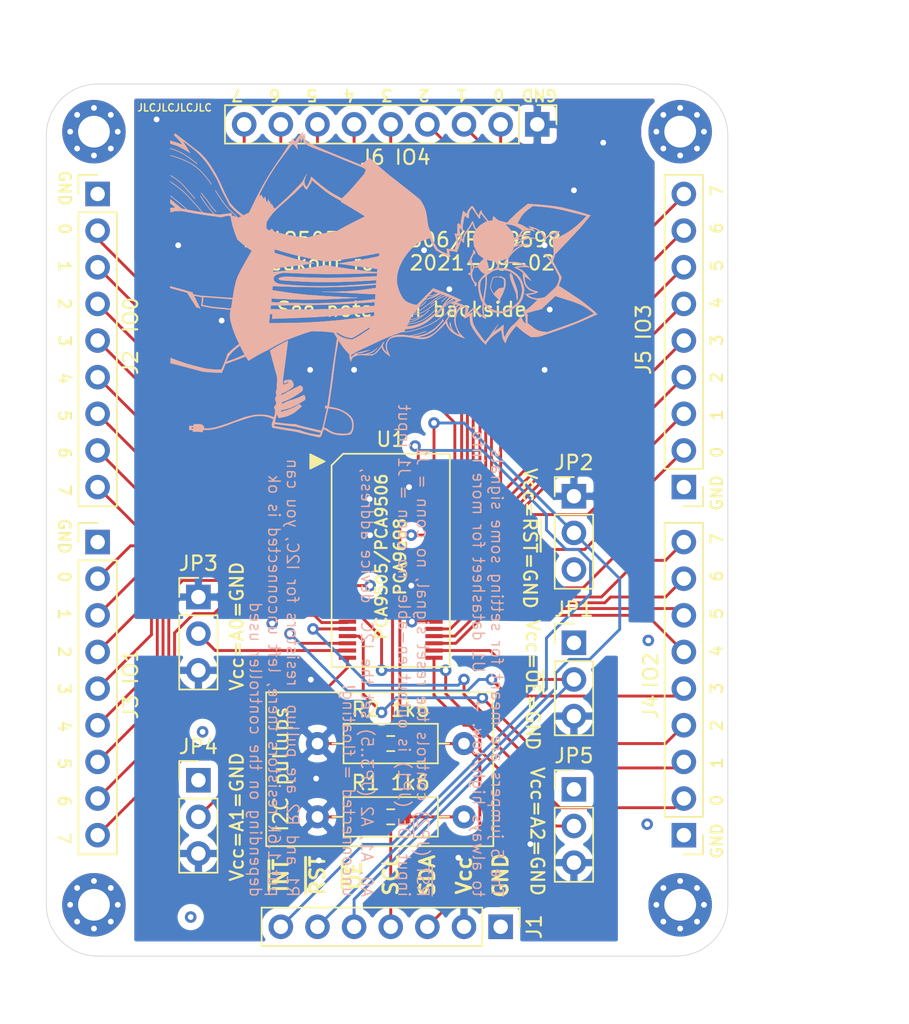
<source format=kicad_pcb>
(kicad_pcb (version 20171130) (host pcbnew 5.1.10)

  (general
    (thickness 1.6)
    (drawings 1748)
    (tracks 353)
    (zones 0)
    (modules 20)
    (nets 51)
  )

  (page A4)
  (layers
    (0 F.Cu mixed)
    (1 In1.Cu power)
    (2 In2.Cu power)
    (31 B.Cu mixed)
    (32 B.Adhes user)
    (33 F.Adhes user)
    (34 B.Paste user)
    (35 F.Paste user)
    (36 B.SilkS user)
    (37 F.SilkS user)
    (38 B.Mask user)
    (39 F.Mask user)
    (40 Dwgs.User user)
    (41 Cmts.User user)
    (42 Eco1.User user)
    (43 Eco2.User user)
    (44 Edge.Cuts user)
    (45 Margin user)
    (46 B.CrtYd user)
    (47 F.CrtYd user)
    (48 B.Fab user)
    (49 F.Fab user)
  )

  (setup
    (last_trace_width 0.2)
    (trace_clearance 0.2)
    (zone_clearance 0.508)
    (zone_45_only no)
    (trace_min 0.2)
    (via_size 0.8)
    (via_drill 0.4)
    (via_min_size 0.4)
    (via_min_drill 0.3)
    (uvia_size 0.3)
    (uvia_drill 0.1)
    (uvias_allowed no)
    (uvia_min_size 0.2)
    (uvia_min_drill 0.1)
    (edge_width 0.05)
    (segment_width 0.2)
    (pcb_text_width 0.3)
    (pcb_text_size 1.5 1.5)
    (mod_edge_width 0.12)
    (mod_text_size 1 1)
    (mod_text_width 0.15)
    (pad_size 1.7 1.7)
    (pad_drill 1)
    (pad_to_mask_clearance 0)
    (aux_axis_origin 0 0)
    (visible_elements FFFFFF7F)
    (pcbplotparams
      (layerselection 0x010fc_ffffffff)
      (usegerberextensions false)
      (usegerberattributes true)
      (usegerberadvancedattributes true)
      (creategerberjobfile true)
      (excludeedgelayer true)
      (linewidth 0.100000)
      (plotframeref false)
      (viasonmask false)
      (mode 1)
      (useauxorigin false)
      (hpglpennumber 1)
      (hpglpenspeed 20)
      (hpglpendiameter 15.000000)
      (psnegative false)
      (psa4output false)
      (plotreference true)
      (plotvalue true)
      (plotinvisibletext false)
      (padsonsilk false)
      (subtractmaskfromsilk true)
      (outputformat 1)
      (mirror false)
      (drillshape 0)
      (scaleselection 1)
      (outputdirectory "gerber-out-noqfn/"))
  )

  (net 0 "")
  (net 1 /~INT~)
  (net 2 /~RESET~)
  (net 3 /~OE~)
  (net 4 /SCL)
  (net 5 /SDA)
  (net 6 GND)
  (net 7 Vcc)
  (net 8 /IO0_7)
  (net 9 /IO0_6)
  (net 10 /IO0_5)
  (net 11 /IO0_4)
  (net 12 /IO0_3)
  (net 13 /IO0_2)
  (net 14 /IO0_1)
  (net 15 /IO0_0)
  (net 16 /IO1_7)
  (net 17 /IO1_6)
  (net 18 /IO1_5)
  (net 19 /IO1_4)
  (net 20 /IO1_3)
  (net 21 /IO1_2)
  (net 22 /IO1_1)
  (net 23 /IO1_0)
  (net 24 /IO2_7)
  (net 25 /IO2_6)
  (net 26 /IO2_5)
  (net 27 /IO2_4)
  (net 28 /IO2_3)
  (net 29 /IO2_2)
  (net 30 /IO2_1)
  (net 31 /IO2_0)
  (net 32 /IO3_7)
  (net 33 /IO3_6)
  (net 34 /IO3_5)
  (net 35 /IO3_4)
  (net 36 /IO3_3)
  (net 37 /IO3_2)
  (net 38 /IO3_1)
  (net 39 /IO3_0)
  (net 40 /IO4_7)
  (net 41 /IO4_6)
  (net 42 /IO4_5)
  (net 43 /IO4_4)
  (net 44 /IO4_3)
  (net 45 /IO4_2)
  (net 46 /IO4_1)
  (net 47 /IO4_0)
  (net 48 /A0)
  (net 49 /A1)
  (net 50 /A2)

  (net_class Default "This is the default net class."
    (clearance 0.2)
    (trace_width 0.2)
    (via_dia 0.8)
    (via_drill 0.4)
    (uvia_dia 0.3)
    (uvia_drill 0.1)
    (add_net /A0)
    (add_net /A1)
    (add_net /A2)
    (add_net /IO0_0)
    (add_net /IO0_1)
    (add_net /IO0_2)
    (add_net /IO0_3)
    (add_net /IO0_4)
    (add_net /IO0_5)
    (add_net /IO0_6)
    (add_net /IO0_7)
    (add_net /IO1_0)
    (add_net /IO1_1)
    (add_net /IO1_2)
    (add_net /IO1_3)
    (add_net /IO1_4)
    (add_net /IO1_5)
    (add_net /IO1_6)
    (add_net /IO1_7)
    (add_net /IO2_0)
    (add_net /IO2_1)
    (add_net /IO2_2)
    (add_net /IO2_3)
    (add_net /IO2_4)
    (add_net /IO2_5)
    (add_net /IO2_6)
    (add_net /IO2_7)
    (add_net /IO3_0)
    (add_net /IO3_1)
    (add_net /IO3_2)
    (add_net /IO3_3)
    (add_net /IO3_4)
    (add_net /IO3_5)
    (add_net /IO3_6)
    (add_net /IO3_7)
    (add_net /IO4_0)
    (add_net /IO4_1)
    (add_net /IO4_2)
    (add_net /IO4_3)
    (add_net /IO4_4)
    (add_net /IO4_5)
    (add_net /IO4_6)
    (add_net /IO4_7)
    (add_net /SCL)
    (add_net /SDA)
    (add_net /~INT~)
    (add_net /~OE~)
    (add_net /~RESET~)
    (add_net GND)
    (add_net Vcc)
  )

  (module Connector_PinHeader_2.54mm:PinHeader_1x09_P2.54mm_Vertical (layer F.Cu) (tedit 60FDB215) (tstamp 60F92609)
    (at 195.58 88.9 180)
    (descr "Through hole straight pin header, 1x09, 2.54mm pitch, single row")
    (tags "Through hole pin header THT 1x09 2.54mm single row")
    (path /6124E5F2)
    (fp_text reference J5 (at 2.794 8.636 90) (layer F.SilkS)
      (effects (font (size 1 1) (thickness 0.15)))
    )
    (fp_text value Conn_01x08_Male (at 0 20.11) (layer F.Fab)
      (effects (font (size 1 1) (thickness 0.15)))
    )
    (fp_line (start 1.8 -1.8) (end -1.8 -1.8) (layer F.CrtYd) (width 0.05))
    (fp_line (start 1.8 22.1) (end 1.8 -1.8) (layer F.CrtYd) (width 0.05))
    (fp_line (start -1.8 22.1) (end 1.8 22.1) (layer F.CrtYd) (width 0.05))
    (fp_line (start -1.8 -1.8) (end -1.8 22.1) (layer F.CrtYd) (width 0.05))
    (fp_line (start -1.33 -1.33) (end 0 -1.33) (layer F.SilkS) (width 0.12))
    (fp_line (start -1.33 0) (end -1.33 -1.33) (layer F.SilkS) (width 0.12))
    (fp_line (start -1.33 1.27) (end 1.33 1.27) (layer F.SilkS) (width 0.12))
    (fp_line (start 1.33 1.27) (end 1.33 21.65) (layer F.SilkS) (width 0.12))
    (fp_line (start -1.33 1.27) (end -1.33 21.65) (layer F.SilkS) (width 0.12))
    (fp_line (start -1.33 21.65) (end 1.33 21.65) (layer F.SilkS) (width 0.12))
    (fp_line (start -1.27 -0.635) (end -0.635 -1.27) (layer F.Fab) (width 0.1))
    (fp_line (start -1.27 21.59) (end -1.27 -0.635) (layer F.Fab) (width 0.1))
    (fp_line (start 1.27 21.59) (end -1.27 21.59) (layer F.Fab) (width 0.1))
    (fp_line (start 1.27 -1.27) (end 1.27 21.59) (layer F.Fab) (width 0.1))
    (fp_line (start -0.635 -1.27) (end 1.27 -1.27) (layer F.Fab) (width 0.1))
    (fp_text user %R (at 0 8.89 90) (layer F.Fab)
      (effects (font (size 1 1) (thickness 0.15)))
    )
    (pad 9 thru_hole oval (at 0 20.32 180) (size 1.7 1.7) (drill 1) (layers *.Cu *.Mask)
      (net 32 /IO3_7))
    (pad 8 thru_hole oval (at 0 17.78 180) (size 1.7 1.7) (drill 1) (layers *.Cu *.Mask)
      (net 33 /IO3_6))
    (pad 7 thru_hole oval (at 0 15.24 180) (size 1.7 1.7) (drill 1) (layers *.Cu *.Mask)
      (net 34 /IO3_5))
    (pad 6 thru_hole oval (at 0 12.7 180) (size 1.7 1.7) (drill 1) (layers *.Cu *.Mask)
      (net 35 /IO3_4))
    (pad 5 thru_hole oval (at 0 10.16 180) (size 1.7 1.7) (drill 1) (layers *.Cu *.Mask)
      (net 36 /IO3_3))
    (pad 4 thru_hole oval (at 0 7.62 180) (size 1.7 1.7) (drill 1) (layers *.Cu *.Mask)
      (net 37 /IO3_2))
    (pad 3 thru_hole oval (at 0 5.08 180) (size 1.7 1.7) (drill 1) (layers *.Cu *.Mask)
      (net 38 /IO3_1))
    (pad 2 thru_hole oval (at 0 2.54 180) (size 1.7 1.7) (drill 1) (layers *.Cu *.Mask)
      (net 39 /IO3_0))
    (pad 1 thru_hole rect (at 0 0 180) (size 1.7 1.7) (drill 1) (layers *.Cu *.Mask)
      (net 6 GND))
    (model ${KISYS3DMOD}/Connector_PinHeader_2.54mm.3dshapes/PinHeader_1x09_P2.54mm_Vertical.wrl
      (at (xyz 0 0 0))
      (scale (xyz 1 1 1))
      (rotate (xyz 0 0 0))
    )
  )

  (module Connector_PinHeader_2.54mm:PinHeader_1x09_P2.54mm_Vertical (layer F.Cu) (tedit 60FDB37B) (tstamp 60F92ED9)
    (at 195.58 113.03 180)
    (descr "Through hole straight pin header, 1x09, 2.54mm pitch, single row")
    (tags "Through hole pin header THT 1x09 2.54mm single row")
    (path /61249AC8)
    (fp_text reference J4 (at 2.286 8.89 90) (layer F.SilkS)
      (effects (font (size 1 1) (thickness 0.15)))
    )
    (fp_text value Conn_01x08_Male (at 0 20.11) (layer F.Fab)
      (effects (font (size 1 1) (thickness 0.15)))
    )
    (fp_line (start 1.8 -1.8) (end -1.8 -1.8) (layer F.CrtYd) (width 0.05))
    (fp_line (start 1.8 22.1) (end 1.8 -1.8) (layer F.CrtYd) (width 0.05))
    (fp_line (start -1.8 22.1) (end 1.8 22.1) (layer F.CrtYd) (width 0.05))
    (fp_line (start -1.8 -1.8) (end -1.8 22.1) (layer F.CrtYd) (width 0.05))
    (fp_line (start -1.33 -1.33) (end 0 -1.33) (layer F.SilkS) (width 0.12))
    (fp_line (start -1.33 0) (end -1.33 -1.33) (layer F.SilkS) (width 0.12))
    (fp_line (start -1.33 1.27) (end 1.33 1.27) (layer F.SilkS) (width 0.12))
    (fp_line (start 1.33 1.27) (end 1.33 21.65) (layer F.SilkS) (width 0.12))
    (fp_line (start -1.33 1.27) (end -1.33 21.65) (layer F.SilkS) (width 0.12))
    (fp_line (start -1.33 21.65) (end 1.33 21.65) (layer F.SilkS) (width 0.12))
    (fp_line (start -1.27 -0.635) (end -0.635 -1.27) (layer F.Fab) (width 0.1))
    (fp_line (start -1.27 21.59) (end -1.27 -0.635) (layer F.Fab) (width 0.1))
    (fp_line (start 1.27 21.59) (end -1.27 21.59) (layer F.Fab) (width 0.1))
    (fp_line (start 1.27 -1.27) (end 1.27 21.59) (layer F.Fab) (width 0.1))
    (fp_line (start -0.635 -1.27) (end 1.27 -1.27) (layer F.Fab) (width 0.1))
    (fp_text user %R (at 0 8.89 90) (layer F.Fab)
      (effects (font (size 1 1) (thickness 0.15)))
    )
    (pad 9 thru_hole oval (at 0 20.32 180) (size 1.7 1.7) (drill 1) (layers *.Cu *.Mask)
      (net 24 /IO2_7))
    (pad 8 thru_hole oval (at 0 17.78 180) (size 1.7 1.7) (drill 1) (layers *.Cu *.Mask)
      (net 25 /IO2_6))
    (pad 7 thru_hole oval (at 0 15.24 180) (size 1.7 1.7) (drill 1) (layers *.Cu *.Mask)
      (net 26 /IO2_5))
    (pad 6 thru_hole oval (at 0 12.7 180) (size 1.7 1.7) (drill 1) (layers *.Cu *.Mask)
      (net 27 /IO2_4))
    (pad 5 thru_hole oval (at 0 10.16 180) (size 1.7 1.7) (drill 1) (layers *.Cu *.Mask)
      (net 28 /IO2_3))
    (pad 4 thru_hole oval (at 0 7.62 180) (size 1.7 1.7) (drill 1) (layers *.Cu *.Mask)
      (net 29 /IO2_2))
    (pad 3 thru_hole oval (at 0 5.08 180) (size 1.7 1.7) (drill 1) (layers *.Cu *.Mask)
      (net 30 /IO2_1))
    (pad 2 thru_hole oval (at 0 2.54 180) (size 1.7 1.7) (drill 1) (layers *.Cu *.Mask)
      (net 31 /IO2_0))
    (pad 1 thru_hole rect (at 0 0 180) (size 1.7 1.7) (drill 1) (layers *.Cu *.Mask)
      (net 6 GND))
    (model ${KISYS3DMOD}/Connector_PinHeader_2.54mm.3dshapes/PinHeader_1x09_P2.54mm_Vertical.wrl
      (at (xyz 0 0 0))
      (scale (xyz 1 1 1))
      (rotate (xyz 0 0 0))
    )
  )

  (module Connector_PinHeader_2.54mm:PinHeader_1x09_P2.54mm_Vertical (layer F.Cu) (tedit 60FDB033) (tstamp 60F92625)
    (at 185.42 63.754 270)
    (descr "Through hole straight pin header, 1x09, 2.54mm pitch, single row")
    (tags "Through hole pin header THT 1x09 2.54mm single row")
    (path /612532F8)
    (fp_text reference J6 (at 2.286 11.43 180) (layer F.SilkS)
      (effects (font (size 1 1) (thickness 0.15)))
    )
    (fp_text value Conn_01x08_Male (at 0 20.11 90) (layer F.Fab)
      (effects (font (size 1 1) (thickness 0.15)))
    )
    (fp_line (start 1.8 -1.8) (end -1.8 -1.8) (layer F.CrtYd) (width 0.05))
    (fp_line (start 1.8 22.1) (end 1.8 -1.8) (layer F.CrtYd) (width 0.05))
    (fp_line (start -1.8 22.1) (end 1.8 22.1) (layer F.CrtYd) (width 0.05))
    (fp_line (start -1.8 -1.8) (end -1.8 22.1) (layer F.CrtYd) (width 0.05))
    (fp_line (start -1.33 -1.33) (end 0 -1.33) (layer F.SilkS) (width 0.12))
    (fp_line (start -1.33 0) (end -1.33 -1.33) (layer F.SilkS) (width 0.12))
    (fp_line (start -1.33 1.27) (end 1.33 1.27) (layer F.SilkS) (width 0.12))
    (fp_line (start 1.33 1.27) (end 1.33 21.65) (layer F.SilkS) (width 0.12))
    (fp_line (start -1.33 1.27) (end -1.33 21.65) (layer F.SilkS) (width 0.12))
    (fp_line (start -1.33 21.65) (end 1.33 21.65) (layer F.SilkS) (width 0.12))
    (fp_line (start -1.27 -0.635) (end -0.635 -1.27) (layer F.Fab) (width 0.1))
    (fp_line (start -1.27 21.59) (end -1.27 -0.635) (layer F.Fab) (width 0.1))
    (fp_line (start 1.27 21.59) (end -1.27 21.59) (layer F.Fab) (width 0.1))
    (fp_line (start 1.27 -1.27) (end 1.27 21.59) (layer F.Fab) (width 0.1))
    (fp_line (start -0.635 -1.27) (end 1.27 -1.27) (layer F.Fab) (width 0.1))
    (fp_text user %R (at 0 8.89) (layer F.Fab)
      (effects (font (size 1 1) (thickness 0.15)))
    )
    (pad 9 thru_hole oval (at 0 20.32 270) (size 1.7 1.7) (drill 1) (layers *.Cu *.Mask)
      (net 40 /IO4_7))
    (pad 8 thru_hole oval (at 0 17.78 270) (size 1.7 1.7) (drill 1) (layers *.Cu *.Mask)
      (net 41 /IO4_6))
    (pad 7 thru_hole oval (at 0 15.24 270) (size 1.7 1.7) (drill 1) (layers *.Cu *.Mask)
      (net 42 /IO4_5))
    (pad 6 thru_hole oval (at 0 12.7 270) (size 1.7 1.7) (drill 1) (layers *.Cu *.Mask)
      (net 43 /IO4_4))
    (pad 5 thru_hole oval (at 0 10.16 270) (size 1.7 1.7) (drill 1) (layers *.Cu *.Mask)
      (net 44 /IO4_3))
    (pad 4 thru_hole oval (at 0 7.62 270) (size 1.7 1.7) (drill 1) (layers *.Cu *.Mask)
      (net 45 /IO4_2))
    (pad 3 thru_hole oval (at 0 5.08 270) (size 1.7 1.7) (drill 1) (layers *.Cu *.Mask)
      (net 46 /IO4_1))
    (pad 2 thru_hole oval (at 0 2.54 270) (size 1.7 1.7) (drill 1) (layers *.Cu *.Mask)
      (net 47 /IO4_0))
    (pad 1 thru_hole rect (at 0 0 270) (size 1.7 1.7) (drill 1) (layers *.Cu *.Mask)
      (net 6 GND))
    (model ${KISYS3DMOD}/Connector_PinHeader_2.54mm.3dshapes/PinHeader_1x09_P2.54mm_Vertical.wrl
      (at (xyz 0 0 0))
      (scale (xyz 1 1 1))
      (rotate (xyz 0 0 0))
    )
  )

  (module Connector_PinHeader_2.54mm:PinHeader_1x09_P2.54mm_Vertical (layer F.Cu) (tedit 60FDB416) (tstamp 60FE1F0D)
    (at 154.94 92.71)
    (descr "Through hole straight pin header, 1x09, 2.54mm pitch, single row")
    (tags "Through hole pin header THT 1x09 2.54mm single row")
    (path /61245019)
    (fp_text reference J3 (at 2.286 11.43 90) (layer F.SilkS)
      (effects (font (size 1 1) (thickness 0.15)))
    )
    (fp_text value Conn_01x08_Male (at 0 20.11) (layer F.Fab)
      (effects (font (size 1 1) (thickness 0.15)))
    )
    (fp_line (start 1.8 -1.8) (end -1.8 -1.8) (layer F.CrtYd) (width 0.05))
    (fp_line (start 1.8 22.1) (end 1.8 -1.8) (layer F.CrtYd) (width 0.05))
    (fp_line (start -1.8 22.1) (end 1.8 22.1) (layer F.CrtYd) (width 0.05))
    (fp_line (start -1.8 -1.8) (end -1.8 22.1) (layer F.CrtYd) (width 0.05))
    (fp_line (start -1.33 -1.33) (end 0 -1.33) (layer F.SilkS) (width 0.12))
    (fp_line (start -1.33 0) (end -1.33 -1.33) (layer F.SilkS) (width 0.12))
    (fp_line (start -1.33 1.27) (end 1.33 1.27) (layer F.SilkS) (width 0.12))
    (fp_line (start 1.33 1.27) (end 1.33 21.65) (layer F.SilkS) (width 0.12))
    (fp_line (start -1.33 1.27) (end -1.33 21.65) (layer F.SilkS) (width 0.12))
    (fp_line (start -1.33 21.65) (end 1.33 21.65) (layer F.SilkS) (width 0.12))
    (fp_line (start -1.27 -0.635) (end -0.635 -1.27) (layer F.Fab) (width 0.1))
    (fp_line (start -1.27 21.59) (end -1.27 -0.635) (layer F.Fab) (width 0.1))
    (fp_line (start 1.27 21.59) (end -1.27 21.59) (layer F.Fab) (width 0.1))
    (fp_line (start 1.27 -1.27) (end 1.27 21.59) (layer F.Fab) (width 0.1))
    (fp_line (start -0.635 -1.27) (end 1.27 -1.27) (layer F.Fab) (width 0.1))
    (fp_text user %R (at 0 8.89 90) (layer F.Fab)
      (effects (font (size 1 1) (thickness 0.15)))
    )
    (pad 9 thru_hole oval (at 0 20.32) (size 1.7 1.7) (drill 1) (layers *.Cu *.Mask)
      (net 16 /IO1_7))
    (pad 8 thru_hole oval (at 0 17.78) (size 1.7 1.7) (drill 1) (layers *.Cu *.Mask)
      (net 17 /IO1_6))
    (pad 7 thru_hole oval (at 0 15.24) (size 1.7 1.7) (drill 1) (layers *.Cu *.Mask)
      (net 18 /IO1_5))
    (pad 6 thru_hole oval (at 0 12.7) (size 1.7 1.7) (drill 1) (layers *.Cu *.Mask)
      (net 19 /IO1_4))
    (pad 5 thru_hole oval (at 0 10.16) (size 1.7 1.7) (drill 1) (layers *.Cu *.Mask)
      (net 20 /IO1_3))
    (pad 4 thru_hole oval (at 0 7.62) (size 1.7 1.7) (drill 1) (layers *.Cu *.Mask)
      (net 21 /IO1_2))
    (pad 3 thru_hole oval (at 0 5.08) (size 1.7 1.7) (drill 1) (layers *.Cu *.Mask)
      (net 22 /IO1_1))
    (pad 2 thru_hole oval (at 0 2.54) (size 1.7 1.7) (drill 1) (layers *.Cu *.Mask)
      (net 23 /IO1_0))
    (pad 1 thru_hole rect (at 0 0) (size 1.7 1.7) (drill 1) (layers *.Cu *.Mask)
      (net 6 GND))
    (model ${KISYS3DMOD}/Connector_PinHeader_2.54mm.3dshapes/PinHeader_1x09_P2.54mm_Vertical.wrl
      (at (xyz 0 0 0))
      (scale (xyz 1 1 1))
      (rotate (xyz 0 0 0))
    )
  )

  (module Connector_PinHeader_2.54mm:PinHeader_1x09_P2.54mm_Vertical (layer F.Cu) (tedit 60FDB590) (tstamp 60F925B5)
    (at 154.94 68.58)
    (descr "Through hole straight pin header, 1x09, 2.54mm pitch, single row")
    (tags "Through hole pin header THT 1x09 2.54mm single row")
    (path /612240FC)
    (fp_text reference J2 (at 2.286 11.684 90) (layer F.SilkS)
      (effects (font (size 1 1) (thickness 0.15)))
    )
    (fp_text value Conn_01x08_Male (at 0 20.11) (layer F.Fab)
      (effects (font (size 1 1) (thickness 0.15)))
    )
    (fp_line (start 1.8 -1.8) (end -1.8 -1.8) (layer F.CrtYd) (width 0.05))
    (fp_line (start 1.8 22.1) (end 1.8 -1.8) (layer F.CrtYd) (width 0.05))
    (fp_line (start -1.8 22.1) (end 1.8 22.1) (layer F.CrtYd) (width 0.05))
    (fp_line (start -1.8 -1.8) (end -1.8 22.1) (layer F.CrtYd) (width 0.05))
    (fp_line (start -1.33 -1.33) (end 0 -1.33) (layer F.SilkS) (width 0.12))
    (fp_line (start -1.33 0) (end -1.33 -1.33) (layer F.SilkS) (width 0.12))
    (fp_line (start -1.33 1.27) (end 1.33 1.27) (layer F.SilkS) (width 0.12))
    (fp_line (start 1.33 1.27) (end 1.33 21.65) (layer F.SilkS) (width 0.12))
    (fp_line (start -1.33 1.27) (end -1.33 21.65) (layer F.SilkS) (width 0.12))
    (fp_line (start -1.33 21.65) (end 1.33 21.65) (layer F.SilkS) (width 0.12))
    (fp_line (start -1.27 -0.635) (end -0.635 -1.27) (layer F.Fab) (width 0.1))
    (fp_line (start -1.27 21.59) (end -1.27 -0.635) (layer F.Fab) (width 0.1))
    (fp_line (start 1.27 21.59) (end -1.27 21.59) (layer F.Fab) (width 0.1))
    (fp_line (start 1.27 -1.27) (end 1.27 21.59) (layer F.Fab) (width 0.1))
    (fp_line (start -0.635 -1.27) (end 1.27 -1.27) (layer F.Fab) (width 0.1))
    (fp_text user %R (at 0 8.89 90) (layer F.Fab)
      (effects (font (size 1 1) (thickness 0.15)))
    )
    (pad 9 thru_hole oval (at 0 20.32) (size 1.7 1.7) (drill 1) (layers *.Cu *.Mask)
      (net 8 /IO0_7))
    (pad 8 thru_hole oval (at 0 17.78) (size 1.7 1.7) (drill 1) (layers *.Cu *.Mask)
      (net 9 /IO0_6))
    (pad 7 thru_hole oval (at 0 15.24) (size 1.7 1.7) (drill 1) (layers *.Cu *.Mask)
      (net 10 /IO0_5))
    (pad 6 thru_hole oval (at 0 12.7) (size 1.7 1.7) (drill 1) (layers *.Cu *.Mask)
      (net 11 /IO0_4))
    (pad 5 thru_hole oval (at 0 10.16) (size 1.7 1.7) (drill 1) (layers *.Cu *.Mask)
      (net 12 /IO0_3))
    (pad 4 thru_hole oval (at 0 7.62) (size 1.7 1.7) (drill 1) (layers *.Cu *.Mask)
      (net 13 /IO0_2))
    (pad 3 thru_hole oval (at 0 5.08) (size 1.7 1.7) (drill 1) (layers *.Cu *.Mask)
      (net 14 /IO0_1))
    (pad 2 thru_hole oval (at 0 2.54) (size 1.7 1.7) (drill 1) (layers *.Cu *.Mask)
      (net 15 /IO0_0))
    (pad 1 thru_hole rect (at 0 0) (size 1.7 1.7) (drill 1) (layers *.Cu *.Mask)
      (net 6 GND))
    (model ${KISYS3DMOD}/Connector_PinHeader_2.54mm.3dshapes/PinHeader_1x09_P2.54mm_Vertical.wrl
      (at (xyz 0 0 0))
      (scale (xyz 1 1 1))
      (rotate (xyz 0 0 0))
    )
  )

  (module MountingHole:MountingHole_2.2mm_M2_Pad_Via (layer F.Cu) (tedit 60FDB07E) (tstamp 60F9F51F)
    (at 195.326 64.262)
    (descr "Mounting Hole 2.2mm, M2")
    (tags "mounting hole 2.2mm m2")
    (path /61539811)
    (attr virtual)
    (fp_text reference H3 (at 0 -3.2) (layer F.SilkS) hide
      (effects (font (size 1 1) (thickness 0.15)))
    )
    (fp_text value MountingHole (at 0 3.2) (layer F.Fab)
      (effects (font (size 1 1) (thickness 0.15)))
    )
    (fp_circle (center 0 0) (end 2.2 0) (layer Cmts.User) (width 0.15))
    (fp_circle (center 0 0) (end 2.45 0) (layer F.CrtYd) (width 0.05))
    (fp_text user %R (at 0.3 0) (layer F.Fab)
      (effects (font (size 1 1) (thickness 0.15)))
    )
    (pad 1 thru_hole circle (at 0 0) (size 4.4 4.4) (drill 2.2) (layers *.Cu *.Mask))
    (pad 1 thru_hole circle (at 1.65 0) (size 0.7 0.7) (drill 0.4) (layers *.Cu *.Mask))
    (pad 1 thru_hole circle (at 1.166726 1.166726) (size 0.7 0.7) (drill 0.4) (layers *.Cu *.Mask))
    (pad 1 thru_hole circle (at 0 1.65) (size 0.7 0.7) (drill 0.4) (layers *.Cu *.Mask))
    (pad 1 thru_hole circle (at -1.166726 1.166726) (size 0.7 0.7) (drill 0.4) (layers *.Cu *.Mask))
    (pad 1 thru_hole circle (at -1.65 0) (size 0.7 0.7) (drill 0.4) (layers *.Cu *.Mask))
    (pad 1 thru_hole circle (at -1.166726 -1.166726) (size 0.7 0.7) (drill 0.4) (layers *.Cu *.Mask))
    (pad 1 thru_hole circle (at 0 -1.65) (size 0.7 0.7) (drill 0.4) (layers *.Cu *.Mask))
    (pad 1 thru_hole circle (at 1.166726 -1.166726) (size 0.7 0.7) (drill 0.4) (layers *.Cu *.Mask))
  )

  (module MountingHole:MountingHole_2.2mm_M2_Pad_Via (layer F.Cu) (tedit 60FDB08C) (tstamp 60F9F510)
    (at 195.326 117.856)
    (descr "Mounting Hole 2.2mm, M2")
    (tags "mounting hole 2.2mm m2")
    (path /61539F0B)
    (attr virtual)
    (fp_text reference H4 (at 0 -3.2) (layer F.SilkS) hide
      (effects (font (size 1 1) (thickness 0.15)))
    )
    (fp_text value MountingHole (at 0 3.2) (layer F.Fab)
      (effects (font (size 1 1) (thickness 0.15)))
    )
    (fp_circle (center 0 0) (end 2.2 0) (layer Cmts.User) (width 0.15))
    (fp_circle (center 0 0) (end 2.45 0) (layer F.CrtYd) (width 0.05))
    (fp_text user %R (at 0.3 0) (layer F.Fab)
      (effects (font (size 1 1) (thickness 0.15)))
    )
    (pad 1 thru_hole circle (at 0 0) (size 4.4 4.4) (drill 2.2) (layers *.Cu *.Mask))
    (pad 1 thru_hole circle (at 1.65 0) (size 0.7 0.7) (drill 0.4) (layers *.Cu *.Mask))
    (pad 1 thru_hole circle (at 1.166726 1.166726) (size 0.7 0.7) (drill 0.4) (layers *.Cu *.Mask))
    (pad 1 thru_hole circle (at 0 1.65) (size 0.7 0.7) (drill 0.4) (layers *.Cu *.Mask))
    (pad 1 thru_hole circle (at -1.166726 1.166726) (size 0.7 0.7) (drill 0.4) (layers *.Cu *.Mask))
    (pad 1 thru_hole circle (at -1.65 0) (size 0.7 0.7) (drill 0.4) (layers *.Cu *.Mask))
    (pad 1 thru_hole circle (at -1.166726 -1.166726) (size 0.7 0.7) (drill 0.4) (layers *.Cu *.Mask))
    (pad 1 thru_hole circle (at 0 -1.65) (size 0.7 0.7) (drill 0.4) (layers *.Cu *.Mask))
    (pad 1 thru_hole circle (at 1.166726 -1.166726) (size 0.7 0.7) (drill 0.4) (layers *.Cu *.Mask))
  )

  (module MountingHole:MountingHole_2.2mm_M2_Pad_Via (layer F.Cu) (tedit 60FDAFE8) (tstamp 60F9F501)
    (at 154.686 64.262)
    (descr "Mounting Hole 2.2mm, M2")
    (tags "mounting hole 2.2mm m2")
    (path /615370D2)
    (attr virtual)
    (fp_text reference H1 (at 0 -4.572) (layer F.SilkS) hide
      (effects (font (size 1 1) (thickness 0.15)))
    )
    (fp_text value MountingHole (at 0 3.2) (layer F.Fab)
      (effects (font (size 1 1) (thickness 0.15)))
    )
    (fp_circle (center 0 0) (end 2.2 0) (layer Cmts.User) (width 0.15))
    (fp_circle (center 0 0) (end 2.45 0) (layer F.CrtYd) (width 0.05))
    (fp_text user %R (at 0.3 0) (layer F.Fab)
      (effects (font (size 1 1) (thickness 0.15)))
    )
    (pad 1 thru_hole circle (at 0 0) (size 4.4 4.4) (drill 2.2) (layers *.Cu *.Mask))
    (pad 1 thru_hole circle (at 1.65 0) (size 0.7 0.7) (drill 0.4) (layers *.Cu *.Mask))
    (pad 1 thru_hole circle (at 1.166726 1.166726) (size 0.7 0.7) (drill 0.4) (layers *.Cu *.Mask))
    (pad 1 thru_hole circle (at 0 1.65) (size 0.7 0.7) (drill 0.4) (layers *.Cu *.Mask))
    (pad 1 thru_hole circle (at -1.166726 1.166726) (size 0.7 0.7) (drill 0.4) (layers *.Cu *.Mask))
    (pad 1 thru_hole circle (at -1.65 0) (size 0.7 0.7) (drill 0.4) (layers *.Cu *.Mask))
    (pad 1 thru_hole circle (at -1.166726 -1.166726) (size 0.7 0.7) (drill 0.4) (layers *.Cu *.Mask))
    (pad 1 thru_hole circle (at 0 -1.65) (size 0.7 0.7) (drill 0.4) (layers *.Cu *.Mask))
    (pad 1 thru_hole circle (at 1.166726 -1.166726) (size 0.7 0.7) (drill 0.4) (layers *.Cu *.Mask))
  )

  (module MountingHole:MountingHole_2.2mm_M2_Pad_Via (layer F.Cu) (tedit 60FDB09B) (tstamp 60F9F4F2)
    (at 154.686 117.856)
    (descr "Mounting Hole 2.2mm, M2")
    (tags "mounting hole 2.2mm m2")
    (path /61539164)
    (attr virtual)
    (fp_text reference H2 (at 0 -3.2) (layer F.SilkS) hide
      (effects (font (size 1 1) (thickness 0.15)))
    )
    (fp_text value MountingHole (at 0 3.2) (layer F.Fab)
      (effects (font (size 1 1) (thickness 0.15)))
    )
    (fp_circle (center 0 0) (end 2.2 0) (layer Cmts.User) (width 0.15))
    (fp_circle (center 0 0) (end 2.45 0) (layer F.CrtYd) (width 0.05))
    (fp_text user %R (at 0.3 0) (layer F.Fab)
      (effects (font (size 1 1) (thickness 0.15)))
    )
    (pad 1 thru_hole circle (at 0 0) (size 4.4 4.4) (drill 2.2) (layers *.Cu *.Mask))
    (pad 1 thru_hole circle (at 1.65 0) (size 0.7 0.7) (drill 0.4) (layers *.Cu *.Mask))
    (pad 1 thru_hole circle (at 1.166726 1.166726) (size 0.7 0.7) (drill 0.4) (layers *.Cu *.Mask))
    (pad 1 thru_hole circle (at 0 1.65) (size 0.7 0.7) (drill 0.4) (layers *.Cu *.Mask))
    (pad 1 thru_hole circle (at -1.166726 1.166726) (size 0.7 0.7) (drill 0.4) (layers *.Cu *.Mask))
    (pad 1 thru_hole circle (at -1.65 0) (size 0.7 0.7) (drill 0.4) (layers *.Cu *.Mask))
    (pad 1 thru_hole circle (at -1.166726 -1.166726) (size 0.7 0.7) (drill 0.4) (layers *.Cu *.Mask))
    (pad 1 thru_hole circle (at 0 -1.65) (size 0.7 0.7) (drill 0.4) (layers *.Cu *.Mask))
    (pad 1 thru_hole circle (at 1.166726 -1.166726) (size 0.7 0.7) (drill 0.4) (layers *.Cu *.Mask))
  )

  (module pca9505-breakout:PCA9505DGG (layer F.Cu) (tedit 60F898B4) (tstamp 60F96ABB)
    (at 175.26 93.98 270)
    (path /61003FF1)
    (attr smd)
    (fp_text reference U1 (at -8.39 0) (layer F.SilkS)
      (effects (font (size 1 1) (thickness 0.15)))
    )
    (fp_text value PCA9505 (at 0 0 90) (layer F.Fab)
      (effects (font (size 1 1) (thickness 0.15)))
    )
    (fp_line (start -7.14 3.85) (end -7.14 -3.85) (layer F.CrtYd) (width 0.05))
    (fp_line (start 7.14 3.85) (end -7.14 3.85) (layer F.CrtYd) (width 0.05))
    (fp_line (start 7.14 -3.85) (end 7.14 3.85) (layer F.CrtYd) (width 0.05))
    (fp_line (start -7.14 -3.85) (end 7.14 -3.85) (layer F.CrtYd) (width 0.05))
    (fp_line (start 7.39 4.1) (end -6.59 4.1) (layer F.SilkS) (width 0.12))
    (fp_line (start 7.39 -4.1) (end 7.39 4.1) (layer F.SilkS) (width 0.12))
    (fp_line (start -7.39 -4.1) (end 7.39 -4.1) (layer F.SilkS) (width 0.12))
    (fp_line (start -7.39 3.3) (end -7.39 -4.1) (layer F.SilkS) (width 0.12))
    (fp_line (start -6.59 4.1) (end -7.39 3.3) (layer F.SilkS) (width 0.12))
    (pad 28 smd rect (at 6.75 3 270) (size 0.28 1.2) (layers F.Cu F.Paste F.Mask)
      (net 49 /A1))
    (pad 29 smd rect (at 6.75 -3 270) (size 0.28 1.2) (layers F.Cu F.Paste F.Mask)
      (net 50 /A2))
    (pad 27 smd rect (at 6.25 3 270) (size 0.28 1.2) (layers F.Cu F.Paste F.Mask)
      (net 48 /A0))
    (pad 30 smd rect (at 6.25 -3 270) (size 0.28 1.2) (layers F.Cu F.Paste F.Mask)
      (net 3 /~OE~))
    (pad 26 smd rect (at 5.75 3 270) (size 0.28 1.2) (layers F.Cu F.Paste F.Mask)
      (net 28 /IO2_3))
    (pad 31 smd rect (at 5.75 -3 270) (size 0.28 1.2) (layers F.Cu F.Paste F.Mask)
      (net 27 /IO2_4))
    (pad 25 smd rect (at 5.25 3 270) (size 0.28 1.2) (layers F.Cu F.Paste F.Mask)
      (net 29 /IO2_2))
    (pad 32 smd rect (at 5.25 -3 270) (size 0.28 1.2) (layers F.Cu F.Paste F.Mask)
      (net 26 /IO2_5))
    (pad 24 smd rect (at 4.75 3 270) (size 0.28 1.2) (layers F.Cu F.Paste F.Mask)
      (net 30 /IO2_1))
    (pad 33 smd rect (at 4.75 -3 270) (size 0.28 1.2) (layers F.Cu F.Paste F.Mask)
      (net 25 /IO2_6))
    (pad 23 smd rect (at 4.25 3 270) (size 0.28 1.2) (layers F.Cu F.Paste F.Mask)
      (net 6 GND))
    (pad 34 smd rect (at 4.25 -3 270) (size 0.28 1.2) (layers F.Cu F.Paste F.Mask)
      (net 6 GND))
    (pad 22 smd rect (at 3.75 3 270) (size 0.28 1.2) (layers F.Cu F.Paste F.Mask)
      (net 31 /IO2_0))
    (pad 35 smd rect (at 3.75 -3 270) (size 0.28 1.2) (layers F.Cu F.Paste F.Mask)
      (net 24 /IO2_7))
    (pad 21 smd rect (at 3.25 3 270) (size 0.28 1.2) (layers F.Cu F.Paste F.Mask)
      (net 16 /IO1_7))
    (pad 36 smd rect (at 3.25 -3 270) (size 0.28 1.2) (layers F.Cu F.Paste F.Mask)
      (net 39 /IO3_0))
    (pad 20 smd rect (at 2.75 3 270) (size 0.28 1.2) (layers F.Cu F.Paste F.Mask)
      (net 17 /IO1_6))
    (pad 37 smd rect (at 2.75 -3 270) (size 0.28 1.2) (layers F.Cu F.Paste F.Mask)
      (net 38 /IO3_1))
    (pad 19 smd rect (at 2.25 3 270) (size 0.28 1.2) (layers F.Cu F.Paste F.Mask)
      (net 18 /IO1_5))
    (pad 38 smd rect (at 2.25 -3 270) (size 0.28 1.2) (layers F.Cu F.Paste F.Mask)
      (net 37 /IO3_2))
    (pad 18 smd rect (at 1.75 3 270) (size 0.28 1.2) (layers F.Cu F.Paste F.Mask)
      (net 7 Vcc))
    (pad 39 smd rect (at 1.75 -3 270) (size 0.28 1.2) (layers F.Cu F.Paste F.Mask)
      (net 6 GND))
    (pad 17 smd rect (at 1.25 3 270) (size 0.28 1.2) (layers F.Cu F.Paste F.Mask)
      (net 19 /IO1_4))
    (pad 40 smd rect (at 1.25 -3 270) (size 0.28 1.2) (layers F.Cu F.Paste F.Mask)
      (net 36 /IO3_3))
    (pad 16 smd rect (at 0.75 3 270) (size 0.28 1.2) (layers F.Cu F.Paste F.Mask)
      (net 20 /IO1_3))
    (pad 41 smd rect (at 0.75 -3 270) (size 0.28 1.2) (layers F.Cu F.Paste F.Mask)
      (net 35 /IO3_4))
    (pad 15 smd rect (at 0.25 3 270) (size 0.28 1.2) (layers F.Cu F.Paste F.Mask)
      (net 21 /IO1_2))
    (pad 42 smd rect (at 0.25 -3 270) (size 0.28 1.2) (layers F.Cu F.Paste F.Mask)
      (net 34 /IO3_5))
    (pad 14 smd rect (at -0.25 3 270) (size 0.28 1.2) (layers F.Cu F.Paste F.Mask)
      (net 22 /IO1_1))
    (pad 43 smd rect (at -0.25 -3 270) (size 0.28 1.2) (layers F.Cu F.Paste F.Mask)
      (net 33 /IO3_6))
    (pad 13 smd rect (at -0.75 3 270) (size 0.28 1.2) (layers F.Cu F.Paste F.Mask)
      (net 23 /IO1_0))
    (pad 44 smd rect (at -0.75 -3 270) (size 0.28 1.2) (layers F.Cu F.Paste F.Mask)
      (net 32 /IO3_7))
    (pad 12 smd rect (at -1.25 3 270) (size 0.28 1.2) (layers F.Cu F.Paste F.Mask)
      (net 8 /IO0_7))
    (pad 45 smd rect (at -1.25 -3 270) (size 0.28 1.2) (layers F.Cu F.Paste F.Mask)
      (net 47 /IO4_0))
    (pad 11 smd rect (at -1.75 3 270) (size 0.28 1.2) (layers F.Cu F.Paste F.Mask)
      (net 6 GND))
    (pad 46 smd rect (at -1.75 -3 270) (size 0.28 1.2) (layers F.Cu F.Paste F.Mask)
      (net 7 Vcc))
    (pad 10 smd rect (at -2.25 3 270) (size 0.28 1.2) (layers F.Cu F.Paste F.Mask)
      (net 9 /IO0_6))
    (pad 47 smd rect (at -2.25 -3 270) (size 0.28 1.2) (layers F.Cu F.Paste F.Mask)
      (net 46 /IO4_1))
    (pad 9 smd rect (at -2.75 3 270) (size 0.28 1.2) (layers F.Cu F.Paste F.Mask)
      (net 10 /IO0_5))
    (pad 48 smd rect (at -2.75 -3 270) (size 0.28 1.2) (layers F.Cu F.Paste F.Mask)
      (net 45 /IO4_2))
    (pad 8 smd rect (at -3.25 3 270) (size 0.28 1.2) (layers F.Cu F.Paste F.Mask)
      (net 11 /IO0_4))
    (pad 49 smd rect (at -3.25 -3 270) (size 0.28 1.2) (layers F.Cu F.Paste F.Mask)
      (net 44 /IO4_3))
    (pad 7 smd rect (at -3.75 3 270) (size 0.28 1.2) (layers F.Cu F.Paste F.Mask)
      (net 12 /IO0_3))
    (pad 50 smd rect (at -3.75 -3 270) (size 0.28 1.2) (layers F.Cu F.Paste F.Mask)
      (net 43 /IO4_4))
    (pad 6 smd rect (at -4.25 3 270) (size 0.28 1.2) (layers F.Cu F.Paste F.Mask)
      (net 6 GND))
    (pad 51 smd rect (at -4.25 -3 270) (size 0.28 1.2) (layers F.Cu F.Paste F.Mask)
      (net 6 GND))
    (pad 5 smd rect (at -4.75 3 270) (size 0.28 1.2) (layers F.Cu F.Paste F.Mask)
      (net 13 /IO0_2))
    (pad 52 smd rect (at -4.75 -3 270) (size 0.28 1.2) (layers F.Cu F.Paste F.Mask)
      (net 42 /IO4_5))
    (pad 4 smd rect (at -5.25 3 270) (size 0.28 1.2) (layers F.Cu F.Paste F.Mask)
      (net 14 /IO0_1))
    (pad 53 smd rect (at -5.25 -3 270) (size 0.28 1.2) (layers F.Cu F.Paste F.Mask)
      (net 41 /IO4_6))
    (pad 3 smd rect (at -5.75 3 270) (size 0.28 1.2) (layers F.Cu F.Paste F.Mask)
      (net 15 /IO0_0))
    (pad 54 smd rect (at -5.75 -3 270) (size 0.28 1.2) (layers F.Cu F.Paste F.Mask)
      (net 40 /IO4_7))
    (pad 2 smd rect (at -6.25 3 270) (size 0.28 1.2) (layers F.Cu F.Paste F.Mask)
      (net 4 /SCL))
    (pad 55 smd rect (at -6.25 -3 270) (size 0.28 1.2) (layers F.Cu F.Paste F.Mask)
      (net 1 /~INT~))
    (pad 1 smd rect (at -6.75 3 270) (size 0.28 1.2) (layers F.Cu F.Paste F.Mask)
      (net 5 /SDA))
    (pad 56 smd rect (at -6.75 -3 270) (size 0.28 1.2) (layers F.Cu F.Paste F.Mask)
      (net 2 /~RESET~))
  )

  (module Resistor_SMD:R_0603_1608Metric_Pad0.98x0.95mm_HandSolder (layer F.Cu) (tedit 5F68FEEE) (tstamp 60F935F0)
    (at 175.26 106.68)
    (descr "Resistor SMD 0603 (1608 Metric), square (rectangular) end terminal, IPC_7351 nominal with elongated pad for handsoldering. (Body size source: IPC-SM-782 page 72, https://www.pcb-3d.com/wordpress/wp-content/uploads/ipc-sm-782a_amendment_1_and_2.pdf), generated with kicad-footprint-generator")
    (tags "resistor handsolder")
    (path /60FA4108)
    (attr smd)
    (fp_text reference R2b1 (at 0 -1.43) (layer F.SilkS) hide
      (effects (font (size 1 1) (thickness 0.15)))
    )
    (fp_text value "1.6 kOhm" (at 0 1.43) (layer F.Fab) hide
      (effects (font (size 1 1) (thickness 0.15)))
    )
    (fp_line (start -0.8 0.4125) (end -0.8 -0.4125) (layer F.Fab) (width 0.1))
    (fp_line (start -0.8 -0.4125) (end 0.8 -0.4125) (layer F.Fab) (width 0.1))
    (fp_line (start 0.8 -0.4125) (end 0.8 0.4125) (layer F.Fab) (width 0.1))
    (fp_line (start 0.8 0.4125) (end -0.8 0.4125) (layer F.Fab) (width 0.1))
    (fp_line (start -0.254724 -0.5225) (end 0.254724 -0.5225) (layer F.SilkS) (width 0.12))
    (fp_line (start -0.254724 0.5225) (end 0.254724 0.5225) (layer F.SilkS) (width 0.12))
    (fp_line (start -1.65 0.73) (end -1.65 -0.73) (layer F.CrtYd) (width 0.05))
    (fp_line (start -1.65 -0.73) (end 1.65 -0.73) (layer F.CrtYd) (width 0.05))
    (fp_line (start 1.65 -0.73) (end 1.65 0.73) (layer F.CrtYd) (width 0.05))
    (fp_line (start 1.65 0.73) (end -1.65 0.73) (layer F.CrtYd) (width 0.05))
    (fp_text user %R (at 0 0) (layer F.Fab)
      (effects (font (size 0.4 0.4) (thickness 0.06)))
    )
    (pad 2 smd roundrect (at 0.9125 0) (size 0.975 0.95) (layers F.Cu F.Paste F.Mask) (roundrect_rratio 0.25)
      (net 5 /SDA))
    (pad 1 smd roundrect (at -0.9125 0) (size 0.975 0.95) (layers F.Cu F.Paste F.Mask) (roundrect_rratio 0.25)
      (net 7 Vcc))
    (model ${KISYS3DMOD}/Resistor_SMD.3dshapes/R_0603_1608Metric.wrl
      (at (xyz 0 0 0))
      (scale (xyz 1 1 1))
      (rotate (xyz 0 0 0))
    )
  )

  (module Resistor_THT:R_Axial_DIN0207_L6.3mm_D2.5mm_P10.16mm_Horizontal (layer F.Cu) (tedit 5AE5139B) (tstamp 60F93626)
    (at 170.18 106.68)
    (descr "Resistor, Axial_DIN0207 series, Axial, Horizontal, pin pitch=10.16mm, 0.25W = 1/4W, length*diameter=6.3*2.5mm^2, http://cdn-reichelt.de/documents/datenblatt/B400/1_4W%23YAG.pdf")
    (tags "Resistor Axial_DIN0207 series Axial Horizontal pin pitch 10.16mm 0.25W = 1/4W length 6.3mm diameter 2.5mm")
    (path /60FA5D83)
    (fp_text reference "R2 1k6" (at 5.08 -2.37) (layer F.SilkS)
      (effects (font (size 1 1) (thickness 0.15)))
    )
    (fp_text value "1.6 kOhm" (at 5.08 2.37) (layer F.Fab) hide
      (effects (font (size 1 1) (thickness 0.15)))
    )
    (fp_line (start 1.93 -1.25) (end 1.93 1.25) (layer F.Fab) (width 0.1))
    (fp_line (start 1.93 1.25) (end 8.23 1.25) (layer F.Fab) (width 0.1))
    (fp_line (start 8.23 1.25) (end 8.23 -1.25) (layer F.Fab) (width 0.1))
    (fp_line (start 8.23 -1.25) (end 1.93 -1.25) (layer F.Fab) (width 0.1))
    (fp_line (start 0 0) (end 1.93 0) (layer F.Fab) (width 0.1))
    (fp_line (start 10.16 0) (end 8.23 0) (layer F.Fab) (width 0.1))
    (fp_line (start 1.81 -1.37) (end 1.81 1.37) (layer F.SilkS) (width 0.12))
    (fp_line (start 1.81 1.37) (end 8.35 1.37) (layer F.SilkS) (width 0.12))
    (fp_line (start 8.35 1.37) (end 8.35 -1.37) (layer F.SilkS) (width 0.12))
    (fp_line (start 8.35 -1.37) (end 1.81 -1.37) (layer F.SilkS) (width 0.12))
    (fp_line (start 1.04 0) (end 1.81 0) (layer F.SilkS) (width 0.12))
    (fp_line (start 9.12 0) (end 8.35 0) (layer F.SilkS) (width 0.12))
    (fp_line (start -1.05 -1.5) (end -1.05 1.5) (layer F.CrtYd) (width 0.05))
    (fp_line (start -1.05 1.5) (end 11.21 1.5) (layer F.CrtYd) (width 0.05))
    (fp_line (start 11.21 1.5) (end 11.21 -1.5) (layer F.CrtYd) (width 0.05))
    (fp_line (start 11.21 -1.5) (end -1.05 -1.5) (layer F.CrtYd) (width 0.05))
    (fp_text user %R (at 5.08 0) (layer F.Fab)
      (effects (font (size 1 1) (thickness 0.15)))
    )
    (pad 2 thru_hole oval (at 10.16 0) (size 1.6 1.6) (drill 0.8) (layers *.Cu *.Mask)
      (net 5 /SDA))
    (pad 1 thru_hole circle (at 0 0) (size 1.6 1.6) (drill 0.8) (layers *.Cu *.Mask)
      (net 7 Vcc))
    (model ${KISYS3DMOD}/Resistor_THT.3dshapes/R_Axial_DIN0207_L6.3mm_D2.5mm_P10.16mm_Horizontal.wrl
      (at (xyz 0 0 0))
      (scale (xyz 1 1 1))
      (rotate (xyz 0 0 0))
    )
  )

  (module Resistor_SMD:R_0603_1608Metric_Pad0.98x0.95mm_HandSolder (layer F.Cu) (tedit 5F68FEEE) (tstamp 60F935C0)
    (at 175.26 111.76)
    (descr "Resistor SMD 0603 (1608 Metric), square (rectangular) end terminal, IPC_7351 nominal with elongated pad for handsoldering. (Body size source: IPC-SM-782 page 72, https://www.pcb-3d.com/wordpress/wp-content/uploads/ipc-sm-782a_amendment_1_and_2.pdf), generated with kicad-footprint-generator")
    (tags "resistor handsolder")
    (path /60FA20D1)
    (attr smd)
    (fp_text reference R1b1 (at 0 -1.43) (layer F.SilkS) hide
      (effects (font (size 1 1) (thickness 0.15)))
    )
    (fp_text value "1.6 kOhm" (at 0 2.032) (layer F.Fab) hide
      (effects (font (size 1 1) (thickness 0.15)))
    )
    (fp_line (start -0.8 0.4125) (end -0.8 -0.4125) (layer F.Fab) (width 0.1))
    (fp_line (start -0.8 -0.4125) (end 0.8 -0.4125) (layer F.Fab) (width 0.1))
    (fp_line (start 0.8 -0.4125) (end 0.8 0.4125) (layer F.Fab) (width 0.1))
    (fp_line (start 0.8 0.4125) (end -0.8 0.4125) (layer F.Fab) (width 0.1))
    (fp_line (start -0.254724 -0.5225) (end 0.254724 -0.5225) (layer F.SilkS) (width 0.12))
    (fp_line (start -0.254724 0.5225) (end 0.254724 0.5225) (layer F.SilkS) (width 0.12))
    (fp_line (start -1.65 0.73) (end -1.65 -0.73) (layer F.CrtYd) (width 0.05))
    (fp_line (start -1.65 -0.73) (end 1.65 -0.73) (layer F.CrtYd) (width 0.05))
    (fp_line (start 1.65 -0.73) (end 1.65 0.73) (layer F.CrtYd) (width 0.05))
    (fp_line (start 1.65 0.73) (end -1.65 0.73) (layer F.CrtYd) (width 0.05))
    (fp_text user %R (at 0 0) (layer F.Fab)
      (effects (font (size 0.4 0.4) (thickness 0.06)))
    )
    (pad 2 smd roundrect (at 0.9125 0) (size 0.975 0.95) (layers F.Cu F.Paste F.Mask) (roundrect_rratio 0.25)
      (net 4 /SCL))
    (pad 1 smd roundrect (at -0.9125 0) (size 0.975 0.95) (layers F.Cu F.Paste F.Mask) (roundrect_rratio 0.25)
      (net 7 Vcc))
    (model ${KISYS3DMOD}/Resistor_SMD.3dshapes/R_0603_1608Metric.wrl
      (at (xyz 0 0 0))
      (scale (xyz 1 1 1))
      (rotate (xyz 0 0 0))
    )
  )

  (module Resistor_THT:R_Axial_DIN0207_L6.3mm_D2.5mm_P10.16mm_Horizontal (layer F.Cu) (tedit 5AE5139B) (tstamp 60F93584)
    (at 170.18 111.76)
    (descr "Resistor, Axial_DIN0207 series, Axial, Horizontal, pin pitch=10.16mm, 0.25W = 1/4W, length*diameter=6.3*2.5mm^2, http://cdn-reichelt.de/documents/datenblatt/B400/1_4W%23YAG.pdf")
    (tags "Resistor Axial_DIN0207 series Axial Horizontal pin pitch 10.16mm 0.25W = 1/4W length 6.3mm diameter 2.5mm")
    (path /60FA5D7D)
    (fp_text reference "R1 1k6" (at 5.08 -2.37) (layer F.SilkS)
      (effects (font (size 1 1) (thickness 0.15)))
    )
    (fp_text value "1.6 kOhm" (at 5.08 2.37) (layer F.Fab) hide
      (effects (font (size 1 1) (thickness 0.15)))
    )
    (fp_line (start 1.93 -1.25) (end 1.93 1.25) (layer F.Fab) (width 0.1))
    (fp_line (start 1.93 1.25) (end 8.23 1.25) (layer F.Fab) (width 0.1))
    (fp_line (start 8.23 1.25) (end 8.23 -1.25) (layer F.Fab) (width 0.1))
    (fp_line (start 8.23 -1.25) (end 1.93 -1.25) (layer F.Fab) (width 0.1))
    (fp_line (start 0 0) (end 1.93 0) (layer F.Fab) (width 0.1))
    (fp_line (start 10.16 0) (end 8.23 0) (layer F.Fab) (width 0.1))
    (fp_line (start 1.81 -1.37) (end 1.81 1.37) (layer F.SilkS) (width 0.12))
    (fp_line (start 1.81 1.37) (end 8.35 1.37) (layer F.SilkS) (width 0.12))
    (fp_line (start 8.35 1.37) (end 8.35 -1.37) (layer F.SilkS) (width 0.12))
    (fp_line (start 8.35 -1.37) (end 1.81 -1.37) (layer F.SilkS) (width 0.12))
    (fp_line (start 1.04 0) (end 1.81 0) (layer F.SilkS) (width 0.12))
    (fp_line (start 9.12 0) (end 8.35 0) (layer F.SilkS) (width 0.12))
    (fp_line (start -1.05 -1.5) (end -1.05 1.5) (layer F.CrtYd) (width 0.05))
    (fp_line (start -1.05 1.5) (end 11.21 1.5) (layer F.CrtYd) (width 0.05))
    (fp_line (start 11.21 1.5) (end 11.21 -1.5) (layer F.CrtYd) (width 0.05))
    (fp_line (start 11.21 -1.5) (end -1.05 -1.5) (layer F.CrtYd) (width 0.05))
    (fp_text user %R (at 5.08 0) (layer F.Fab)
      (effects (font (size 1 1) (thickness 0.15)))
    )
    (pad 2 thru_hole oval (at 10.16 0) (size 1.6 1.6) (drill 0.8) (layers *.Cu *.Mask)
      (net 4 /SCL))
    (pad 1 thru_hole circle (at 0 0) (size 1.6 1.6) (drill 0.8) (layers *.Cu *.Mask)
      (net 7 Vcc))
    (model ${KISYS3DMOD}/Resistor_THT.3dshapes/R_Axial_DIN0207_L6.3mm_D2.5mm_P10.16mm_Horizontal.wrl
      (at (xyz 0 0 0))
      (scale (xyz 1 1 1))
      (rotate (xyz 0 0 0))
    )
  )

  (module Connector_PinHeader_2.54mm:PinHeader_1x03_P2.54mm_Vertical (layer F.Cu) (tedit 59FED5CC) (tstamp 60F92698)
    (at 187.96 109.855)
    (descr "Through hole straight pin header, 1x03, 2.54mm pitch, single row")
    (tags "Through hole pin header THT 1x03 2.54mm single row")
    (path /60FA199A)
    (fp_text reference JP5 (at 0 -2.33) (layer F.SilkS)
      (effects (font (size 1 1) (thickness 0.15)))
    )
    (fp_text value Jumper_NC_Dual (at 0 7.41) (layer F.Fab)
      (effects (font (size 1 1) (thickness 0.15)))
    )
    (fp_line (start -0.635 -1.27) (end 1.27 -1.27) (layer F.Fab) (width 0.1))
    (fp_line (start 1.27 -1.27) (end 1.27 6.35) (layer F.Fab) (width 0.1))
    (fp_line (start 1.27 6.35) (end -1.27 6.35) (layer F.Fab) (width 0.1))
    (fp_line (start -1.27 6.35) (end -1.27 -0.635) (layer F.Fab) (width 0.1))
    (fp_line (start -1.27 -0.635) (end -0.635 -1.27) (layer F.Fab) (width 0.1))
    (fp_line (start -1.33 6.41) (end 1.33 6.41) (layer F.SilkS) (width 0.12))
    (fp_line (start -1.33 1.27) (end -1.33 6.41) (layer F.SilkS) (width 0.12))
    (fp_line (start 1.33 1.27) (end 1.33 6.41) (layer F.SilkS) (width 0.12))
    (fp_line (start -1.33 1.27) (end 1.33 1.27) (layer F.SilkS) (width 0.12))
    (fp_line (start -1.33 0) (end -1.33 -1.33) (layer F.SilkS) (width 0.12))
    (fp_line (start -1.33 -1.33) (end 0 -1.33) (layer F.SilkS) (width 0.12))
    (fp_line (start -1.8 -1.8) (end -1.8 6.85) (layer F.CrtYd) (width 0.05))
    (fp_line (start -1.8 6.85) (end 1.8 6.85) (layer F.CrtYd) (width 0.05))
    (fp_line (start 1.8 6.85) (end 1.8 -1.8) (layer F.CrtYd) (width 0.05))
    (fp_line (start 1.8 -1.8) (end -1.8 -1.8) (layer F.CrtYd) (width 0.05))
    (fp_text user %R (at 0 2.54 90) (layer F.Fab)
      (effects (font (size 1 1) (thickness 0.15)))
    )
    (pad 3 thru_hole oval (at 0 5.08) (size 1.7 1.7) (drill 1) (layers *.Cu *.Mask)
      (net 7 Vcc))
    (pad 2 thru_hole oval (at 0 2.54) (size 1.7 1.7) (drill 1) (layers *.Cu *.Mask)
      (net 50 /A2))
    (pad 1 thru_hole rect (at 0 0) (size 1.7 1.7) (drill 1) (layers *.Cu *.Mask)
      (net 6 GND))
    (model ${KISYS3DMOD}/Connector_PinHeader_2.54mm.3dshapes/PinHeader_1x03_P2.54mm_Vertical.wrl
      (at (xyz 0 0 0))
      (scale (xyz 1 1 1))
      (rotate (xyz 0 0 0))
    )
  )

  (module Connector_PinHeader_2.54mm:PinHeader_1x03_P2.54mm_Vertical (layer F.Cu) (tedit 59FED5CC) (tstamp 60F92681)
    (at 161.925 109.22)
    (descr "Through hole straight pin header, 1x03, 2.54mm pitch, single row")
    (tags "Through hole pin header THT 1x03 2.54mm single row")
    (path /60FA04C3)
    (fp_text reference JP4 (at 0 -2.33) (layer F.SilkS)
      (effects (font (size 1 1) (thickness 0.15)))
    )
    (fp_text value Jumper_NC_Dual (at 0 7.41) (layer F.Fab)
      (effects (font (size 1 1) (thickness 0.15)))
    )
    (fp_line (start -0.635 -1.27) (end 1.27 -1.27) (layer F.Fab) (width 0.1))
    (fp_line (start 1.27 -1.27) (end 1.27 6.35) (layer F.Fab) (width 0.1))
    (fp_line (start 1.27 6.35) (end -1.27 6.35) (layer F.Fab) (width 0.1))
    (fp_line (start -1.27 6.35) (end -1.27 -0.635) (layer F.Fab) (width 0.1))
    (fp_line (start -1.27 -0.635) (end -0.635 -1.27) (layer F.Fab) (width 0.1))
    (fp_line (start -1.33 6.41) (end 1.33 6.41) (layer F.SilkS) (width 0.12))
    (fp_line (start -1.33 1.27) (end -1.33 6.41) (layer F.SilkS) (width 0.12))
    (fp_line (start 1.33 1.27) (end 1.33 6.41) (layer F.SilkS) (width 0.12))
    (fp_line (start -1.33 1.27) (end 1.33 1.27) (layer F.SilkS) (width 0.12))
    (fp_line (start -1.33 0) (end -1.33 -1.33) (layer F.SilkS) (width 0.12))
    (fp_line (start -1.33 -1.33) (end 0 -1.33) (layer F.SilkS) (width 0.12))
    (fp_line (start -1.8 -1.8) (end -1.8 6.85) (layer F.CrtYd) (width 0.05))
    (fp_line (start -1.8 6.85) (end 1.8 6.85) (layer F.CrtYd) (width 0.05))
    (fp_line (start 1.8 6.85) (end 1.8 -1.8) (layer F.CrtYd) (width 0.05))
    (fp_line (start 1.8 -1.8) (end -1.8 -1.8) (layer F.CrtYd) (width 0.05))
    (fp_text user %R (at 0 2.54 90) (layer F.Fab)
      (effects (font (size 1 1) (thickness 0.15)))
    )
    (pad 3 thru_hole oval (at 0 5.08) (size 1.7 1.7) (drill 1) (layers *.Cu *.Mask)
      (net 7 Vcc))
    (pad 2 thru_hole oval (at 0 2.54) (size 1.7 1.7) (drill 1) (layers *.Cu *.Mask)
      (net 49 /A1))
    (pad 1 thru_hole rect (at 0 0) (size 1.7 1.7) (drill 1) (layers *.Cu *.Mask)
      (net 6 GND))
    (model ${KISYS3DMOD}/Connector_PinHeader_2.54mm.3dshapes/PinHeader_1x03_P2.54mm_Vertical.wrl
      (at (xyz 0 0 0))
      (scale (xyz 1 1 1))
      (rotate (xyz 0 0 0))
    )
  )

  (module Connector_PinHeader_2.54mm:PinHeader_1x03_P2.54mm_Vertical (layer F.Cu) (tedit 59FED5CC) (tstamp 60F9266A)
    (at 161.925 96.52)
    (descr "Through hole straight pin header, 1x03, 2.54mm pitch, single row")
    (tags "Through hole pin header THT 1x03 2.54mm single row")
    (path /60F9EB05)
    (fp_text reference JP3 (at 0 -2.33) (layer F.SilkS)
      (effects (font (size 1 1) (thickness 0.15)))
    )
    (fp_text value Jumper_NC_Dual (at 0 7.41) (layer F.Fab)
      (effects (font (size 1 1) (thickness 0.15)))
    )
    (fp_line (start -0.635 -1.27) (end 1.27 -1.27) (layer F.Fab) (width 0.1))
    (fp_line (start 1.27 -1.27) (end 1.27 6.35) (layer F.Fab) (width 0.1))
    (fp_line (start 1.27 6.35) (end -1.27 6.35) (layer F.Fab) (width 0.1))
    (fp_line (start -1.27 6.35) (end -1.27 -0.635) (layer F.Fab) (width 0.1))
    (fp_line (start -1.27 -0.635) (end -0.635 -1.27) (layer F.Fab) (width 0.1))
    (fp_line (start -1.33 6.41) (end 1.33 6.41) (layer F.SilkS) (width 0.12))
    (fp_line (start -1.33 1.27) (end -1.33 6.41) (layer F.SilkS) (width 0.12))
    (fp_line (start 1.33 1.27) (end 1.33 6.41) (layer F.SilkS) (width 0.12))
    (fp_line (start -1.33 1.27) (end 1.33 1.27) (layer F.SilkS) (width 0.12))
    (fp_line (start -1.33 0) (end -1.33 -1.33) (layer F.SilkS) (width 0.12))
    (fp_line (start -1.33 -1.33) (end 0 -1.33) (layer F.SilkS) (width 0.12))
    (fp_line (start -1.8 -1.8) (end -1.8 6.85) (layer F.CrtYd) (width 0.05))
    (fp_line (start -1.8 6.85) (end 1.8 6.85) (layer F.CrtYd) (width 0.05))
    (fp_line (start 1.8 6.85) (end 1.8 -1.8) (layer F.CrtYd) (width 0.05))
    (fp_line (start 1.8 -1.8) (end -1.8 -1.8) (layer F.CrtYd) (width 0.05))
    (fp_text user %R (at 0 2.54 90) (layer F.Fab)
      (effects (font (size 1 1) (thickness 0.15)))
    )
    (pad 3 thru_hole oval (at 0 5.08) (size 1.7 1.7) (drill 1) (layers *.Cu *.Mask)
      (net 7 Vcc))
    (pad 2 thru_hole oval (at 0 2.54) (size 1.7 1.7) (drill 1) (layers *.Cu *.Mask)
      (net 48 /A0))
    (pad 1 thru_hole rect (at 0 0) (size 1.7 1.7) (drill 1) (layers *.Cu *.Mask)
      (net 6 GND))
    (model ${KISYS3DMOD}/Connector_PinHeader_2.54mm.3dshapes/PinHeader_1x03_P2.54mm_Vertical.wrl
      (at (xyz 0 0 0))
      (scale (xyz 1 1 1))
      (rotate (xyz 0 0 0))
    )
  )

  (module Connector_PinHeader_2.54mm:PinHeader_1x03_P2.54mm_Vertical (layer F.Cu) (tedit 59FED5CC) (tstamp 60F92653)
    (at 187.96 89.535)
    (descr "Through hole straight pin header, 1x03, 2.54mm pitch, single row")
    (tags "Through hole pin header THT 1x03 2.54mm single row")
    (path /610730CC)
    (fp_text reference JP2 (at 0 -2.33) (layer F.SilkS)
      (effects (font (size 1 1) (thickness 0.15)))
    )
    (fp_text value Jumper_NC_Dual (at 0 7.41) (layer F.Fab)
      (effects (font (size 1 1) (thickness 0.15)))
    )
    (fp_line (start -0.635 -1.27) (end 1.27 -1.27) (layer F.Fab) (width 0.1))
    (fp_line (start 1.27 -1.27) (end 1.27 6.35) (layer F.Fab) (width 0.1))
    (fp_line (start 1.27 6.35) (end -1.27 6.35) (layer F.Fab) (width 0.1))
    (fp_line (start -1.27 6.35) (end -1.27 -0.635) (layer F.Fab) (width 0.1))
    (fp_line (start -1.27 -0.635) (end -0.635 -1.27) (layer F.Fab) (width 0.1))
    (fp_line (start -1.33 6.41) (end 1.33 6.41) (layer F.SilkS) (width 0.12))
    (fp_line (start -1.33 1.27) (end -1.33 6.41) (layer F.SilkS) (width 0.12))
    (fp_line (start 1.33 1.27) (end 1.33 6.41) (layer F.SilkS) (width 0.12))
    (fp_line (start -1.33 1.27) (end 1.33 1.27) (layer F.SilkS) (width 0.12))
    (fp_line (start -1.33 0) (end -1.33 -1.33) (layer F.SilkS) (width 0.12))
    (fp_line (start -1.33 -1.33) (end 0 -1.33) (layer F.SilkS) (width 0.12))
    (fp_line (start -1.8 -1.8) (end -1.8 6.85) (layer F.CrtYd) (width 0.05))
    (fp_line (start -1.8 6.85) (end 1.8 6.85) (layer F.CrtYd) (width 0.05))
    (fp_line (start 1.8 6.85) (end 1.8 -1.8) (layer F.CrtYd) (width 0.05))
    (fp_line (start 1.8 -1.8) (end -1.8 -1.8) (layer F.CrtYd) (width 0.05))
    (fp_text user %R (at 0 2.54 90) (layer F.Fab)
      (effects (font (size 1 1) (thickness 0.15)))
    )
    (pad 3 thru_hole oval (at 0 5.08) (size 1.7 1.7) (drill 1) (layers *.Cu *.Mask)
      (net 7 Vcc))
    (pad 2 thru_hole oval (at 0 2.54) (size 1.7 1.7) (drill 1) (layers *.Cu *.Mask)
      (net 2 /~RESET~))
    (pad 1 thru_hole rect (at 0 0) (size 1.7 1.7) (drill 1) (layers *.Cu *.Mask)
      (net 6 GND))
    (model ${KISYS3DMOD}/Connector_PinHeader_2.54mm.3dshapes/PinHeader_1x03_P2.54mm_Vertical.wrl
      (at (xyz 0 0 0))
      (scale (xyz 1 1 1))
      (rotate (xyz 0 0 0))
    )
  )

  (module Connector_PinHeader_2.54mm:PinHeader_1x03_P2.54mm_Vertical (layer F.Cu) (tedit 59FED5CC) (tstamp 60F9263C)
    (at 187.96 99.695)
    (descr "Through hole straight pin header, 1x03, 2.54mm pitch, single row")
    (tags "Through hole pin header THT 1x03 2.54mm single row")
    (path /6103521F)
    (fp_text reference JP1 (at 0 -2.33) (layer F.SilkS)
      (effects (font (size 1 1) (thickness 0.15)))
    )
    (fp_text value Jumper_NC_Dual (at 0 7.41) (layer F.Fab)
      (effects (font (size 1 1) (thickness 0.15)))
    )
    (fp_line (start -0.635 -1.27) (end 1.27 -1.27) (layer F.Fab) (width 0.1))
    (fp_line (start 1.27 -1.27) (end 1.27 6.35) (layer F.Fab) (width 0.1))
    (fp_line (start 1.27 6.35) (end -1.27 6.35) (layer F.Fab) (width 0.1))
    (fp_line (start -1.27 6.35) (end -1.27 -0.635) (layer F.Fab) (width 0.1))
    (fp_line (start -1.27 -0.635) (end -0.635 -1.27) (layer F.Fab) (width 0.1))
    (fp_line (start -1.33 6.41) (end 1.33 6.41) (layer F.SilkS) (width 0.12))
    (fp_line (start -1.33 1.27) (end -1.33 6.41) (layer F.SilkS) (width 0.12))
    (fp_line (start 1.33 1.27) (end 1.33 6.41) (layer F.SilkS) (width 0.12))
    (fp_line (start -1.33 1.27) (end 1.33 1.27) (layer F.SilkS) (width 0.12))
    (fp_line (start -1.33 0) (end -1.33 -1.33) (layer F.SilkS) (width 0.12))
    (fp_line (start -1.33 -1.33) (end 0 -1.33) (layer F.SilkS) (width 0.12))
    (fp_line (start -1.8 -1.8) (end -1.8 6.85) (layer F.CrtYd) (width 0.05))
    (fp_line (start -1.8 6.85) (end 1.8 6.85) (layer F.CrtYd) (width 0.05))
    (fp_line (start 1.8 6.85) (end 1.8 -1.8) (layer F.CrtYd) (width 0.05))
    (fp_line (start 1.8 -1.8) (end -1.8 -1.8) (layer F.CrtYd) (width 0.05))
    (fp_text user %R (at 0 2.54 90) (layer F.Fab)
      (effects (font (size 1 1) (thickness 0.15)))
    )
    (pad 3 thru_hole oval (at 0 5.08) (size 1.7 1.7) (drill 1) (layers *.Cu *.Mask)
      (net 7 Vcc))
    (pad 2 thru_hole oval (at 0 2.54) (size 1.7 1.7) (drill 1) (layers *.Cu *.Mask)
      (net 3 /~OE~))
    (pad 1 thru_hole rect (at 0 0) (size 1.7 1.7) (drill 1) (layers *.Cu *.Mask)
      (net 6 GND))
    (model ${KISYS3DMOD}/Connector_PinHeader_2.54mm.3dshapes/PinHeader_1x03_P2.54mm_Vertical.wrl
      (at (xyz 0 0 0))
      (scale (xyz 1 1 1))
      (rotate (xyz 0 0 0))
    )
  )

  (module Connector_PinHeader_2.54mm:PinHeader_1x07_P2.54mm_Vertical (layer F.Cu) (tedit 59FED5CC) (tstamp 60F92599)
    (at 182.88 119.38 270)
    (descr "Through hole straight pin header, 1x07, 2.54mm pitch, single row")
    (tags "Through hole pin header THT 1x07 2.54mm single row")
    (path /60F96B0D)
    (fp_text reference J1 (at 0 -2.33 90) (layer F.SilkS)
      (effects (font (size 1 1) (thickness 0.15)))
    )
    (fp_text value Conn_01x07_Male (at 0 17.57 90) (layer F.Fab)
      (effects (font (size 1 1) (thickness 0.15)))
    )
    (fp_line (start -0.635 -1.27) (end 1.27 -1.27) (layer F.Fab) (width 0.1))
    (fp_line (start 1.27 -1.27) (end 1.27 16.51) (layer F.Fab) (width 0.1))
    (fp_line (start 1.27 16.51) (end -1.27 16.51) (layer F.Fab) (width 0.1))
    (fp_line (start -1.27 16.51) (end -1.27 -0.635) (layer F.Fab) (width 0.1))
    (fp_line (start -1.27 -0.635) (end -0.635 -1.27) (layer F.Fab) (width 0.1))
    (fp_line (start -1.33 16.57) (end 1.33 16.57) (layer F.SilkS) (width 0.12))
    (fp_line (start -1.33 1.27) (end -1.33 16.57) (layer F.SilkS) (width 0.12))
    (fp_line (start 1.33 1.27) (end 1.33 16.57) (layer F.SilkS) (width 0.12))
    (fp_line (start -1.33 1.27) (end 1.33 1.27) (layer F.SilkS) (width 0.12))
    (fp_line (start -1.33 0) (end -1.33 -1.33) (layer F.SilkS) (width 0.12))
    (fp_line (start -1.33 -1.33) (end 0 -1.33) (layer F.SilkS) (width 0.12))
    (fp_line (start -1.8 -1.8) (end -1.8 17.05) (layer F.CrtYd) (width 0.05))
    (fp_line (start -1.8 17.05) (end 1.8 17.05) (layer F.CrtYd) (width 0.05))
    (fp_line (start 1.8 17.05) (end 1.8 -1.8) (layer F.CrtYd) (width 0.05))
    (fp_line (start 1.8 -1.8) (end -1.8 -1.8) (layer F.CrtYd) (width 0.05))
    (fp_text user %R (at 0 7.62) (layer F.Fab)
      (effects (font (size 1 1) (thickness 0.15)))
    )
    (pad 7 thru_hole oval (at 0 15.24 270) (size 1.7 1.7) (drill 1) (layers *.Cu *.Mask)
      (net 1 /~INT~))
    (pad 6 thru_hole oval (at 0 12.7 270) (size 1.7 1.7) (drill 1) (layers *.Cu *.Mask)
      (net 2 /~RESET~))
    (pad 5 thru_hole oval (at 0 10.16 270) (size 1.7 1.7) (drill 1) (layers *.Cu *.Mask)
      (net 3 /~OE~))
    (pad 4 thru_hole oval (at 0 7.62 270) (size 1.7 1.7) (drill 1) (layers *.Cu *.Mask)
      (net 4 /SCL))
    (pad 3 thru_hole oval (at 0 5.08 270) (size 1.7 1.7) (drill 1) (layers *.Cu *.Mask)
      (net 5 /SDA))
    (pad 2 thru_hole oval (at 0 2.54 270) (size 1.7 1.7) (drill 1) (layers *.Cu *.Mask)
      (net 7 Vcc))
    (pad 1 thru_hole rect (at 0 0 270) (size 1.7 1.7) (drill 1) (layers *.Cu *.Mask)
      (net 6 GND))
    (model ${KISYS3DMOD}/Connector_PinHeader_2.54mm.3dshapes/PinHeader_1x07_P2.54mm_Vertical.wrl
      (at (xyz 0 0 0))
      (scale (xyz 1 1 1))
      (rotate (xyz 0 0 0))
    )
  )

  (gr_text JLCJLCJLCJLC (at 160.274 62.5983) (layer F.SilkS)
    (effects (font (size 0.5 0.5) (thickness 0.1)))
  )
  (dimension 60.452005 (width 0.15) (layer Dwgs.User)
    (gr_text "60,452 mm" (at 209.846484 91.192208 89.97592614) (layer Dwgs.User)
      (effects (font (size 1 1) (thickness 0.15)))
    )
    (feature1 (pts (xy 195.0593 121.412) (xy 209.120204 121.417908)))
    (feature2 (pts (xy 195.0847 60.96) (xy 209.145604 60.965908)))
    (crossbar (pts (xy 208.559184 60.965662) (xy 208.533784 121.417662)))
    (arrow1a (pts (xy 208.533784 121.417662) (xy 207.947837 120.290912)))
    (arrow1b (pts (xy 208.533784 121.417662) (xy 209.120678 120.291405)))
    (arrow2a (pts (xy 208.559184 60.965662) (xy 207.97229 62.091919)))
    (arrow2b (pts (xy 208.559184 60.965662) (xy 209.145131 62.092412)))
  )
  (dimension 47.256743 (width 0.15) (layer Dwgs.User)
    (gr_text "47,257 mm" (at 175.01138 55.831276 359.9230103) (layer Dwgs.User)
      (effects (font (size 1 1) (thickness 0.15)))
    )
    (feature1 (pts (xy 198.628 64.5922) (xy 198.638771 56.576604)))
    (feature2 (pts (xy 151.3713 64.5287) (xy 151.382071 56.513104)))
    (crossbar (pts (xy 151.381283 57.099525) (xy 198.637983 57.163025)))
    (arrow1a (pts (xy 198.637983 57.163025) (xy 197.510692 57.747931)))
    (arrow1b (pts (xy 198.637983 57.163025) (xy 197.512268 56.575091)))
    (arrow2a (pts (xy 151.381283 57.099525) (xy 152.506998 57.687459)))
    (arrow2b (pts (xy 151.381283 57.099525) (xy 152.508574 56.514619)))
  )
  (gr_poly (pts (xy 177.988625 71.639737) (xy 177.7873 71.6915) (xy 177.5587 71.7677) (xy 177.2666 71.8947) (xy 177.038 72.0598) (xy 176.6951 72.3646) (xy 176.4411 72.6567) (xy 176.187995 73.016494) (xy 176.022 73.2917) (xy 175.8823 73.5838) (xy 175.7934 73.8378) (xy 175.7045 74.2061) (xy 175.6791 74.549) (xy 175.7045 74.8157) (xy 175.8188 75.2348) (xy 175.895 75.4253) (xy 176.0728 75.7682) (xy 176.2252 75.946) (xy 176.403 76.073) (xy 176.6062 76.1619) (xy 176.8221 76.2381) (xy 177.06356 76.274454) (xy 177.223519 76.360939) (xy 177.038 76.6445) (xy 176.713219 77.051173) (xy 176.200394 78.093814) (xy 175.4251 78.359) (xy 174.625 78.6892) (xy 173.6979 79.1337) (xy 172.974 79.4639) (xy 172.5803 79.6925) (xy 172.4914 79.756) (xy 172.4025 79.6925) (xy 172.1866 79.4766) (xy 171.9707 79.2226) (xy 171.6532 78.7527) (xy 171.3484 78.2574) (xy 171.347933 78.256968) (xy 171.491245 78.247401) (xy 171.6151 78.3463) (xy 171.7675 78.4479) (xy 171.9326 78.5368) (xy 172.085 78.5876) (xy 172.339 78.6384) (xy 172.573954 78.682467) (xy 173.0629 78.4225) (xy 173.5074 78.1304) (xy 173.8376 77.9018) (xy 173.778908 77.830285) (xy 174.116545 77.032021) (xy 174.117 76.7588) (xy 174.143868 76.328469) (xy 174.149014 76.073835) (xy 174.184221 75.878555) (xy 174.20632 75.528846) (xy 173.0375 75.4761) (xy 172.2755 75.438) (xy 171.5262 75.3999) (xy 170.507726 75.353962) (xy 171.3738 75.3618) (xy 171.9961 75.3364) (xy 172.4152 75.311) (xy 172.7073 75.2856) (xy 173.0883 75.2475) (xy 173.4058 75.2094) (xy 173.8884 75.1459) (xy 174.234294 75.095272) (xy 174.247688 74.871559) (xy 174.261081 74.780673) (xy 174.264908 74.55696) (xy 172.8724 74.6379) (xy 171.577 74.676) (xy 170.7261 74.6887) (xy 169.4307 74.6633) (xy 168.1607 74.5998) (xy 167.6527 74.5617) (xy 167.5765 74.5363) (xy 167.513 74.4982) (xy 167.489359 74.463204) (xy 167.513014 74.408028) (xy 167.6654 74.3585) (xy 167.8432 74.3331) (xy 167.9702 74.3077) (xy 168.4528 74.3331) (xy 169.4053 74.3712) (xy 170.4721 74.3966) (xy 171.0182 74.3966) (xy 172.1358 74.3839) (xy 173.4185 74.3204) (xy 174.303272 74.287555) (xy 174.313814 74.060398) (xy 174.314006 74.008737) (xy 174.3402 73.772892) (xy 173.1645 73.6219) (xy 172.1993 73.4822) (xy 171.603561 73.403188) (xy 172.4152 73.279) (xy 173.1264 73.1647) (xy 173.6725 73.0631) (xy 174.1551 72.9615) (xy 174.441571 72.896294) (xy 174.4853 72.6694) (xy 174.2694 72.7075) (xy 173.482 72.8599) (xy 172.5422 73.025) (xy 171.7802 73.1393) (xy 170.757691 73.266017) (xy 169.6339 73.0377) (xy 168.5544 72.7964) (xy 167.5257 72.5043) (xy 167.202428 72.413872) (xy 167.189034 72.658594) (xy 167.7289 72.8218) (xy 168.6052 73.0758) (xy 169.936753 73.382237) (xy 168.8846 73.5203) (xy 167.3098 73.7108) (xy 167.126122 73.731851) (xy 167.108902 73.989315) (xy 167.8432 73.914) (xy 168.6306 73.8251) (xy 169.8752 73.66) (xy 170.735764 73.522527) (xy 172.3898 73.7743) (xy 173.8122 73.9521) (xy 174.2948 74.0029) (xy 174.3075 74.0156) (xy 174.3075 74.0537) (xy 174.2694 74.0664) (xy 173.2915 74.0918) (xy 172.8597 74.1045) (xy 172.1612 74.1172) (xy 171.4246 74.1299) (xy 170.8023 74.1299) (xy 170.2816 74.1172) (xy 169.4561 74.1045) (xy 168.2242 74.0537) (xy 167.8686 74.041) (xy 167.7289 74.0537) (xy 167.513 74.1045) (xy 167.308181 74.197014) (xy 167.1828 74.295) (xy 167.132 74.3966) (xy 167.1447 74.5236) (xy 167.1828 74.5998) (xy 167.259 74.6887) (xy 167.3606 74.7522) (xy 167.5384 74.8157) (xy 167.8686 74.8538) (xy 168.6433 74.9173) (xy 169.6847 74.9681) (xy 170.5864 74.9808) (xy 171.5643 74.9554) (xy 172.5168 74.9046) (xy 173.4947 74.8411) (xy 174.2313 74.7903) (xy 174.2567 74.7903) (xy 174.244 74.8665) (xy 174.1932 74.8665) (xy 173.7614 74.9046) (xy 172.9359 74.9681) (xy 171.831 75.0189) (xy 170.6626 75.0443) (xy 170.1292 75.0443) (xy 169.5577 75.0316) (xy 168.7576 75.0189) (xy 168.2623 75.0062) (xy 167.5003 74.9808) (xy 167.075685 74.969294) (xy 167.046984 75.251442) (xy 168.4655 75.4634) (xy 169.418 75.565) (xy 170.6118 75.6539) (xy 171.9199 75.7301) (xy 172.95114 75.777184) (xy 171.9961 75.8317) (xy 170.4467 75.8952) (xy 169.164 75.9079) (xy 168.4401 75.8825) (xy 167.6527 75.8571) (xy 166.998748 75.827506) (xy 166.993008 76.083746) (xy 167.7289 76.1111) (xy 168.8846 76.1492) (xy 170.1419 76.1619) (xy 171.2468 76.1238) (xy 172.466 76.0476) (xy 173.5963 75.946) (xy 174.1678 75.8825) (xy 174.1678 75.8952) (xy 174.1424 76.073) (xy 173.9773 76.0857) (xy 173.2788 76.1365) (xy 171.8437 76.2127) (xy 170.8404 76.2508) (xy 169.0243 76.2889) (xy 167.6273 76.3016) (xy 166.950588 76.300648) (xy 166.918443 76.572923) (xy 167.9702 76.581) (xy 169.5831 76.5937) (xy 170.6626 76.5683) (xy 172.0723 76.5048) (xy 173.5709 76.3778) (xy 174.1297 76.3397) (xy 174.1043 76.7588) (xy 173.4693 76.835) (xy 172.3136 76.9493) (xy 171.2087 77.0382) (xy 170.0149 77.1144) (xy 168.8592 77.1652) (xy 167.7797 77.2033) (xy 167.037743 77.229157) (xy 167.066061 76.895845) (xy 166.884289 76.905412) (xy 166.819425 77.536293) (xy 167.5892 77.5335) (xy 169.418 77.4954) (xy 170.4594 77.4319) (xy 171.4373 77.3557) (xy 172.9105 77.1906) (xy 174.0916 77.0382) (xy 174.1043 77.0382) (xy 173.7614 77.8383) (xy 173.2153 78.1939) (xy 172.7581 78.4733) (xy 172.559221 78.574495) (xy 172.085 78.4733) (xy 171.7802 78.3209) (xy 171.540783 78.169106) (xy 171.4881 78.232) (xy 171.4754 78.2447) (xy 171.3484 78.2447) (xy 171.317108 78.187475) (xy 171.069 78.1558) (xy 170.6753 78.1177) (xy 169.778937 78.086065) (xy 169.1894 78.2701) (xy 168.4401 78.5495) (xy 168.021 78.7019) (xy 167.2844 79.0829) (xy 166.8018 79.3623) (xy 166.3446 79.5909) (xy 165.8874 79.8449) (xy 165.393149 80.135836) (xy 165.1889 79.7941) (xy 165.1 79.6544) (xy 164.8079 79.0829) (xy 164.5539 78.5495) (xy 164.3253 77.9653) (xy 164.211 77.5716) (xy 164.1602 77.4065) (xy 164.1221 77.089) (xy 164.1094 76.8985) (xy 164.181861 76.569764) (xy 164.309675 75.834642) (xy 164.3761 75.3364) (xy 164.5285 74.6379) (xy 164.6809 74.2315) (xy 164.8968 73.7997) (xy 165.227 73.2155) (xy 165.620517 72.52596) (xy 165.692652 72.545476) (xy 166.416772 71.602311) (xy 166.528667 70.721617) (xy 166.665666 70.512331) (xy 166.6367 70.6628) (xy 166.6367 70.9422) (xy 166.807256 71.125858) (xy 167.017002 70.996513) (xy 167.193607 71.208019) (xy 167.9321 71.3867) (xy 168.9989 71.5772) (xy 169.370314 71.637345) (xy 170.2943 71.3867) (xy 171.2468 71.1962) (xy 171.520903 71.152857) (xy 172.2374 70.7644) (xy 173.482 70.1294) (xy 172.6184 69.596) (xy 171.831 69.1388) (xy 171.805633 69.054943) (xy 171.8818 68.8848) (xy 172.1231 68.6562) (xy 172.4152 68.3641) (xy 172.7073 68.0339) (xy 172.9232 67.7799) (xy 173.424377 67.197754) (xy 173.543007 66.906077) (xy 173.458115 66.822701) (xy 173.32515 66.750447) (xy 173.179158 66.681178) (xy 173.224313 66.581682) (xy 173.795115 66.095203) (xy 174.4345 66.675) (xy 175.1457 67.2719) (xy 176.3776 68.2371) (xy 177.2666 68.9483) (xy 177.3301 69.0245) (xy 177.419 69.1642) (xy 177.5333 69.3674) (xy 177.6349 69.596) (xy 177.6984 69.7992) (xy 177.7619 70.1421) (xy 177.8127 70.5358) (xy 177.854018 70.787859) (xy 178.0032 71.1835) (xy 178.0921 71.4375) (xy 178.15773 71.69821)) (layer B.SilkS) (width 0.01))
  (gr_poly (pts (xy 179.3621 76.0095) (xy 179.1716 76.1619) (xy 178.9938 76.3143) (xy 178.7144 76.5937) (xy 178.4604 76.8604) (xy 178.0921 77.2033) (xy 177.9016 77.3557) (xy 177.673 77.5208) (xy 177.4952 77.6224) (xy 177.2793 77.724) (xy 176.9872 77.8256) (xy 176.7332 77.9018) (xy 176.5173 77.9272) (xy 176.277618 77.937588) (xy 176.3649 77.7494) (xy 176.53 77.7494) (xy 176.7332 77.724) (xy 176.9618 77.6605) (xy 177.2412 77.5716) (xy 177.4317 77.4954) (xy 177.5968 77.4065) (xy 177.8381 77.2414) (xy 178.0286 77.1017) (xy 178.3461 76.8604) (xy 178.5747 76.6572) (xy 178.7144 76.5175) (xy 178.816 76.3778) (xy 178.9303 76.2254) (xy 179.07 76.0349) (xy 179.2351 75.8444) (xy 179.342767 75.737328) (xy 179.4129 75.7682) (xy 179.2986 75.8698) (xy 179.0954 76.0857) (xy 178.986877 76.251703) (xy 179.3621 75.9587) (xy 179.5399 75.8317) (xy 179.6034 75.8698)) (layer B.SilkS) (width 0.01))
  (gr_poly (pts (xy 178.5239 75.6031) (xy 178.2826 75.7174) (xy 178.1175 75.7809) (xy 177.7365 75.8952) (xy 177.6222 75.9206) (xy 178.0159 75.7555) (xy 178.3588 75.6031) (xy 178.6255 75.4634) (xy 178.7144 75.4888)) (layer B.SilkS) (width 0.01))
  (gr_poly (pts (xy 180.086 78.486) (xy 179.7939 78.3463) (xy 179.578 78.2193) (xy 179.4256 78.0923) (xy 179.2732 77.9145) (xy 179.1589 77.724) (xy 179.074988 77.51936) (xy 178.8668 77.7494) (xy 178.6636 77.9526) (xy 178.3461 78.232) (xy 178.0159 78.486) (xy 177.8 78.5749) (xy 177.5333 78.6384) (xy 177.2539 78.6257) (xy 176.8856 78.5749) (xy 176.5046 78.4987) (xy 176.0855 78.4606) (xy 175.8569 78.4606) (xy 175.6283 78.486) (xy 175.3616 78.5495) (xy 175.2854 78.5749) (xy 175.1965 78.6384) (xy 175.1076 78.7273) (xy 175.0441 78.8289) (xy 174.9933 78.9686) (xy 174.9806 79.1083) (xy 174.9933 79.2607) (xy 175.0441 79.4512) (xy 175.0949 79.5782) (xy 175.231915 79.838459) (xy 175.006 79.6798) (xy 174.9044 79.6036) (xy 174.7647 79.4639) (xy 174.6885 79.3369) (xy 174.625 79.1591) (xy 174.5615 79.248) (xy 174.3202 79.5401) (xy 174.2059 79.6417) (xy 173.988539 79.761828) (xy 173.6979 79.7687) (xy 173.368085 79.750348) (xy 173.1518 79.7433) (xy 172.9613 79.7687) (xy 172.7581 79.8322) (xy 172.6311 79.9211) (xy 172.54862 80.042556) (xy 172.495524 80.192837) (xy 172.4406 80.0735) (xy 172.4025 79.9084) (xy 172.401385 79.702073) (xy 172.507961 79.756222) (xy 172.513701 79.890732) (xy 172.824856 79.630283) (xy 173.805007 79.391301) (xy 173.5709 79.4893) (xy 173.3677 79.5528) (xy 173.1518 79.6163) (xy 172.919243 79.658256) (xy 172.866816 79.710683) (xy 173.3423 79.6798) (xy 173.478583 79.672224) (xy 173.7614 79.6036) (xy 173.9646 79.5147) (xy 174.1551 79.4004) (xy 174.321085 79.259717) (xy 174.1678 79.4258) (xy 174.0408 79.5274) (xy 173.8757 79.6036) (xy 173.736 79.6544) (xy 173.524045 79.707181) (xy 173.762514 79.710505) (xy 173.9138 79.7052) (xy 174.132311 79.647675) (xy 174.371 79.4004) (xy 174.5996 79.121) (xy 174.7266 78.8797) (xy 174.817341 78.848454) (xy 174.7393 78.9559) (xy 174.695076 79.105919) (xy 174.7647 79.3115) (xy 174.8536 79.4385) (xy 175.041169 79.6268) (xy 174.9806 79.4639) (xy 174.9425 79.2861) (xy 174.9171 79.1464) (xy 174.9425 78.9305) (xy 175.006 78.7908) (xy 175.0949 78.6511) (xy 175.2219 78.5368) (xy 175.3743 78.4479) (xy 175.5648 78.3844) (xy 175.8188 78.3463) (xy 176.1236 78.3463) (xy 176.5808 78.4098) (xy 176.7967 78.4352) (xy 176.9872 78.4352) (xy 177.1904 78.4098) (xy 177.4444 78.359) (xy 177.6476 78.2828) (xy 177.8 78.2193) (xy 178.0794 78.0542) (xy 178.2445 77.9526) (xy 178.4604 77.7621) (xy 178.6636 77.5589) (xy 178.750229 77.459393) (xy 178.8287 77.343) (xy 178.848194 77.260133) (xy 178.930661 77.351211) (xy 178.6255 77.6859) (xy 178.3207 77.9907) (xy 177.9524 78.232) (xy 177.5968 78.3844) (xy 177.292 78.4733) (xy 177.114265 78.501117) (xy 177.3555 78.5368) (xy 177.5587 78.5241) (xy 177.8254 78.4606) (xy 177.9778 78.3971) (xy 178.2064 78.2701) (xy 178.3969 78.1304) (xy 178.6636 77.851) (xy 178.8922 77.597) (xy 179.0827 77.343) (xy 179.2986 77.0255) (xy 179.4637 76.7207) (xy 179.469203 76.802108) (xy 179.3748 77.0001) (xy 179.14408 77.382419) (xy 179.2097 77.5843) (xy 179.2986 77.7875) (xy 179.3875 77.9145) (xy 179.544342 78.078088) (xy 179.4129 77.8383) (xy 179.355713 77.669329) (xy 179.346842 77.46458) (xy 179.4129 77.5462) (xy 179.4256 77.6732) (xy 179.451 77.8002) (xy 179.5272 77.9653) (xy 179.5907 78.0669) (xy 179.705 78.1685) (xy 179.8447 78.2701) (xy 179.9717 78.3463) (xy 180.047754 78.382334) (xy 179.9336 78.1685) (xy 179.8066 77.8891) (xy 179.7177 77.6224) (xy 179.6796 77.4319) (xy 179.673687 77.27414) (xy 179.6923 77.089) (xy 179.7558 76.8858) (xy 179.8447 76.6826) (xy 179.9463 76.5175) (xy 180.0987 76.3397) (xy 180.2384 76.3905) (xy 180.0479 76.5683) (xy 179.9209 76.7207) (xy 179.8447 76.8604) (xy 179.7812 77.0636) (xy 179.750509 77.279766) (xy 179.7558 77.4192) (xy 179.7685 77.5843) (xy 179.8574 77.9018) (xy 179.959 78.0923) (xy 180.086 78.2828) (xy 180.3909 78.600058)) (layer B.SilkS) (width 0.01))
  (gr_poly (pts (xy 179.5145 76.4286) (xy 179.3621 76.581) (xy 179.026388 76.968783) (xy 179.197 76.7207) (xy 179.3494 76.5048) (xy 179.5018 76.3524) (xy 179.6669 76.2) (xy 179.758067 76.22968)) (layer B.SilkS) (width 0.01))
  (gr_poly (pts (xy 179.8193 76.4159) (xy 179.705 76.5556) (xy 179.6034 76.7588) (xy 179.550446 76.93151) (xy 179.5653 76.7588) (xy 179.6161 76.5937) (xy 179.6796 76.4921) (xy 179.8066 76.3524) (xy 179.9209 76.2762) (xy 179.9717 76.3016)) (layer B.SilkS) (width 0.01))
  (gr_poly (pts (xy 188.9125 77.216) (xy 188.1886 77.5335) (xy 187.1472 77.9272) (xy 186.055 78.2955) (xy 185.545657 78.470388) (xy 185.172771 78.493717) (xy 184.986317 78.491435) (xy 184.6453 78.2828) (xy 184.3532 78.0542) (xy 183.958542 77.722351) (xy 183.7436 77.978) (xy 183.4642 78.359) (xy 183.3372 78.5876) (xy 183.203444 78.917929) (xy 183.0705 78.6892) (xy 183.0197 78.5495) (xy 182.9816 78.3082) (xy 182.923783 78.002011) (xy 182.414525 78.360503) (xy 182.1688 78.5749) (xy 182.0164 78.7527) (xy 181.9021 78.9051) (xy 181.847064 79.022802) (xy 181.7243 78.9051) (xy 181.5211 78.6892) (xy 181.1274 78.1812) (xy 180.9115 77.8383) (xy 180.8353 77.6859) (xy 180.7718 77.4573) (xy 180.7464 77.2287) (xy 180.752856 77.026682) (xy 180.375306 77.211898) (xy 180.459112 76.477789) (xy 179.804511 76.237071) (xy 179.4256 76.1619) (xy 179.4002 76.1492) (xy 179.815871 75.963892) (xy 179.5526 75.8317) (xy 179.0573 75.6158) (xy 178.1683 75.3237) (xy 177.223022 76.360938) (xy 177.0761 76.2762) (xy 177.6349 75.692) (xy 178.201852 75.127053) (xy 178.8668 75.3745) (xy 179.2859 75.5396) (xy 179.8574 75.8063) (xy 180.148512 75.938272) (xy 179.788719 76.109328) (xy 180.1876 76.2381) (xy 180.652786 76.45745) (xy 180.5686 76.9366) (xy 180.922956 76.790628) (xy 180.9115 76.962) (xy 180.9115 77.2287) (xy 180.9496 77.4827) (xy 181.0385 77.7113) (xy 181.229 78.0415) (xy 181.789815 78.815563) (xy 182.1053 78.4479) (xy 182.704432 77.624099) (xy 182.388035 78.158028) (xy 182.7403 77.9145) (xy 183.078366 77.649777) (xy 183.067743 77.950302) (xy 183.0705 78.1558) (xy 183.0959 78.3463) (xy 183.157771 78.524479) (xy 183.3245 78.1812) (xy 183.515 77.8891) (xy 183.642 77.7621) (xy 183.9214 77.5081) (xy 184.1754 77.2287) (xy 184.301229 77.065447) (xy 184.3532 77.216) (xy 184.4167 77.3684) (xy 184.5183 77.4827) (xy 184.6072 77.5716) (xy 184.6199 77.597) (xy 184.7215 77.5335) (xy 184.7469 77.5335) (xy 185.293 77.9526) (xy 185.5089 78.0669) (xy 185.801 78.1304) (xy 186.1185 78.1558) (xy 186.3725 78.0669) (xy 188.087 77.4573) (xy 188.7728 77.1525) (xy 189.355821 76.869287) (xy 189.1538 76.708) (xy 188.7347 76.4159) (xy 188.3918 76.2381) (xy 187.8711 76.0349) (xy 186.6646 75.6539) (xy 185.7121 76.5556) (xy 184.662037 76.838041) (xy 184.753497 76.956671) (xy 184.7342 77.5208) (xy 184.627462 77.587419) (xy 184.6199 77.3684) (xy 184.6072 77.1271) (xy 184.5437 76.8985) (xy 184.464192 76.744075) (xy 184.6453 76.6191) (xy 184.8739 76.454) (xy 185.1406 76.2127) (xy 185.43072 75.933278) (xy 184.9374 75.7936) (xy 184.7977 75.7174) (xy 184.592734 75.522952) (xy 184.9374 75.4761) (xy 185.1406 75.438) (xy 185.3057 75.3999) (xy 184.9247 75.2602) (xy 184.802843 75.181834) (xy 184.658 75.0316) (xy 184.5691 74.8919) (xy 184.531 74.7903) (xy 184.4421 74.4093) (xy 184.41718 74.121378) (xy 184.488933 74.111811) (xy 184.3786 74.0029) (xy 184.1881 73.8505) (xy 183.821506 73.669341) (xy 184.0103 73.6092) (xy 184.2135 73.5838) (xy 184.565564 73.575393) (xy 184.1754 73.4187) (xy 183.9976 73.3806) (xy 183.7055 73.3552) (xy 183.4134 73.3679) (xy 183.087358 73.427106) (xy 183.2102 73.1901) (xy 183.3499 72.9996) (xy 183.799291 72.467983) (xy 183.9722 72.3392) (xy 184.365347 72.126865) (xy 184.2516 72.136) (xy 184.0992 72.1614) (xy 183.8579 72.2503) (xy 183.9722 72.1487) (xy 184.277 72.0725) (xy 184.5691 72.0471) (xy 184.785 72.0598) (xy 185.060365 72.093955) (xy 184.6453 72.136) (xy 184.3913 72.1995) (xy 184.1881 72.2884) (xy 183.9849 72.4154) (xy 183.7182 72.644) (xy 183.4388 72.9996) (xy 183.21632 73.334862) (xy 183.5404 73.2917) (xy 183.8706 73.2917) (xy 184.1881 73.3425) (xy 184.5183 73.4695) (xy 184.929356 73.671044) (xy 184.658 73.6473) (xy 184.299886 73.645447) (xy 184.002378 73.682525) (xy 184.404 73.9013) (xy 184.6326 74.1299) (xy 185.001051 74.597142) (xy 184.521479 74.28813) (xy 184.5564 74.5617) (xy 184.6199 74.8157) (xy 184.7469 75.0062) (xy 184.8993 75.1459) (xy 185.1533 75.2729) (xy 185.396547 75.328821) (xy 185.470787 75.390624) (xy 185.3565 75.438) (xy 185.0644 75.5269) (xy 184.7723 75.565) (xy 184.8866 75.6793) (xy 185.1152 75.7809) (xy 185.3438 75.819) (xy 185.6486 75.8063) (xy 185.967636 75.726767) (xy 186.7281 75.0189) (xy 186.8551 74.7776) (xy 186.944 74.5109) (xy 186.9313 74.3077) (xy 186.6265 73.7108) (xy 186.3979 73.3298) (xy 186.1312 72.9869) (xy 185.874377 72.734805) (xy 186.1439 72.9107) (xy 186.373866 73.134473) (xy 186.4614 72.9996) (xy 186.5503 72.7837) (xy 186.563 72.5678) (xy 186.489626 71.796175) (xy 186.6138 71.5264) (xy 186.779772 71.270051) (xy 186.6646 71.2978) (xy 186.3979 71.3867) (xy 186.2328 71.501) (xy 186.0677 71.6534) (xy 185.9407 71.7804) (xy 185.8518 71.5772) (xy 185.7248 71.3486) (xy 185.5597 71.1708) (xy 185.3565 71.0438) (xy 185.093046 70.957174) (xy 185.243438 71.177405) (xy 185.039 71.1073) (xy 184.8993 71.0819) (xy 184.7342 71.0819) (xy 184.5691 71.12) (xy 184.4294 71.1962) (xy 184.3278 71.3232) (xy 184.249683 71.455267) (xy 184.4929 71.3867) (xy 184.6961 71.3613) (xy 184.9882 71.374) (xy 184.3786 71.4883) (xy 184.2262 71.5391) (xy 183.950582 71.667882) (xy 184.432622 71.70749) (xy 184.5691 71.6661) (xy 184.8231 71.6026) (xy 185.039 71.6026) (xy 185.2041 71.6407) (xy 185.391726 71.699836) (xy 185.0517 71.6661) (xy 184.7723 71.6788) (xy 184.5437 71.755) (xy 184.3151 71.8693) (xy 184.0992 72.0344) (xy 183.846246 72.247982) (xy 183.8833 72.1487) (xy 183.9976 72.0217) (xy 184.1627 71.882) (xy 184.3786 71.7423) (xy 184.1373 71.7169) (xy 183.851794 71.736037) (xy 183.836487 71.627357) (xy 184.145499 71.464145) (xy 184.2643 71.247) (xy 184.3786 71.1073) (xy 184.0611 70.8787) (xy 183.7182 70.739) (xy 183.388 70.6882) (xy 183.184214 70.677494) (xy 182.351107 70.417082) (xy 182.3339 70.3326) (xy 182.3339 70.2564) (xy 182.397908 70.129291) (xy 182.4863 70.2183) (xy 182.6387 70.358) (xy 182.7911 70.4342) (xy 183.327354 70.574229) (xy 183.5912 70.2945) (xy 184.023 69.8754) (xy 184.4167 69.5452) (xy 184.775998 69.264096) (xy 185.1025 69.4182) (xy 184.8231 69.6214) (xy 184.531 69.8627) (xy 184.3151 70.1294) (xy 184.1627 70.3961) (xy 184.044243 70.633468) (xy 184.2135 70.6755) (xy 184.4167 70.7644) (xy 184.6707 70.9168) (xy 184.8231 70.9803) (xy 185.0136 71.0184) (xy 184.835294 70.82626) (xy 185.2295 70.9295) (xy 185.5089 71.0565) (xy 185.674 71.1962) (xy 185.8518 71.3867) (xy 185.9915 71.6026) (xy 186.2201 71.4121) (xy 186.4106 71.2978) (xy 186.6646 71.2089) (xy 186.980926 71.172315) (xy 186.8424 71.3359) (xy 186.69 71.5264) (xy 186.610151 71.711202) (xy 186.9948 71.5391) (xy 187.2869 71.3867) (xy 187.7187 71.12) (xy 188.087 70.8406) (xy 188.468 70.4977) (xy 188.8363 70.104) (xy 187.9854 69.8881) (xy 187.1599 69.6849) (xy 186.6392 69.5833) (xy 186.0423 69.4944) (xy 185.5216 69.4436) (xy 185.1152 69.4182) (xy 184.7977 69.2658) (xy 185.8264 69.342) (xy 186.69 69.4436) (xy 187.1853 69.5325) (xy 188.2648 69.7992) (xy 189.103 70.0659) (xy 188.4172 70.9041) (xy 187.96 71.3994) (xy 187.1599 72.2376) (xy 186.639808 72.779177) (xy 186.6011 72.9615) (xy 186.46856 73.191684) (xy 186.6773 73.5711) (xy 187.111783 74.373275) (xy 186.902037 74.946582) (xy 187.1726 75.1205) (xy 187.9092 75.6031) (xy 188.3156 75.8698) (xy 188.9633 76.3651) (xy 189.3443 76.6953) (xy 189.5856 76.9112)) (layer B.SilkS) (width 0.01))
  (gr_poly (pts (xy 181.954806 70.466064) (xy 181.5211 69.9389) (xy 181.458869 70.08311) (xy 181.448027 70.167214) (xy 181.457594 70.272067) (xy 181.3687 70.2564) (xy 180.894675 69.538533) (xy 180.7845 69.6722) (xy 180.721 69.7992) (xy 180.6829 69.9643) (xy 180.663921 70.153801) (xy 180.698745 70.202784) (xy 180.607859 70.25521) (xy 180.384146 70.083963) (xy 180.2511 70.7263) (xy 180.2511 70.9422) (xy 180.264751 71.21661) (xy 180.034035 70.874038) (xy 180.0352 71.1327) (xy 180.0606 71.3105) (xy 180.1368 71.4756) (xy 180.229812 71.594179) (xy 180.117879 71.615226) (xy 180.019914 71.510373) (xy 179.845031 71.454501) (xy 179.8955 71.6661) (xy 179.949884 71.978865) (xy 179.805557 72.578405) (xy 179.320705 72.517196) (xy 179.324 72.7202) (xy 179.3494 72.8091) (xy 179.4002 72.898) (xy 179.345005 72.947172) (xy 178.6763 72.644) (xy 178.390646 72.468252) (xy 178.1175 71.9963) (xy 177.9905 71.6534) (xy 178.15773 71.69821) (xy 178.2572 71.9582) (xy 178.505125 72.382647) (xy 178.7652 72.5551) (xy 179.176321 72.74619) (xy 179.134418 72.368641) (xy 179.4383 72.4154) (xy 179.707745 72.424512) (xy 179.826566 72.012005) (xy 179.801961 71.744427) (xy 179.693777 71.326822) (xy 179.889517 71.334475) (xy 179.881863 70.701718) (xy 179.979829 70.607388) (xy 180.0352 70.6882) (xy 180.0733 70.7136) (xy 180.119697 70.72621) (xy 180.1368 70.4342) (xy 180.2257 69.9897) (xy 180.280421 69.747379) (xy 180.518141 69.964127) (xy 180.594 69.7738) (xy 180.7591 69.5325) (xy 180.89569 69.404787) (xy 181.0004 69.5071) (xy 181.102 69.6595) (xy 181.1782 69.8246) (xy 181.353639 70.069) (xy 181.4576 69.7992) (xy 181.57387 69.712421) (xy 181.552823 69.838322) (xy 182.016226 70.442338)) (layer B.SilkS) (width 0.01))
  (gr_poly (pts (xy 184.4929 75.4507) (xy 184.401791 75.787363) (xy 184.2897 76.0349) (xy 184.15 76.2) (xy 183.9722 76.3651) (xy 183.6293 76.6064) (xy 183.4007 76.7334) (xy 183.134 76.8223) (xy 182.9054 76.8477) (xy 182.7022 76.835) (xy 182.4736 76.7842) (xy 182.2831 76.7207) (xy 182.1307 76.6318) (xy 181.8894 76.4159) (xy 181.6735 76.1873) (xy 181.5592 75.9968) (xy 181.4703 75.7936) (xy 181.3687 75.3237) (xy 181.3179 74.9681) (xy 181.3306 74.7776) (xy 181.3814 74.6252) (xy 181.483 74.4855) (xy 181.5719 74.3585) (xy 181.8132 74.1299) (xy 182.0418 73.9521) (xy 182.598201 73.723126) (xy 182.674928 73.512997) (xy 182.489521 73.260851) (xy 181.9021 73.1393) (xy 181.7116 73.0631) (xy 181.325302 72.763945) (xy 181.041011 72.207762) (xy 180.9623 71.5391) (xy 181.1782 71.0438) (xy 181.4449 70.7644) (xy 181.6481 70.6247) (xy 181.954137 70.466869) (xy 182.015556 70.442761) (xy 182.351107 70.417082) (xy 182.6514 70.4723) (xy 182.8673 70.5231) (xy 183.1467 70.6501) (xy 183.2737 70.7517) (xy 183.4642 70.9549) (xy 183.6547 71.1835) (xy 183.7436 71.3613) (xy 183.8198 71.6407) (xy 183.8452 71.8058) (xy 183.7944 72.2884) (xy 183.7309 72.4662) (xy 183.6674 72.5678) (xy 183.5531 72.7202) (xy 183.3499 72.9615) (xy 183.2483 73.0504) (xy 183.0832 73.152) (xy 182.9435 73.1901) (xy 182.638669 73.231041) (xy 182.7149 73.3171) (xy 182.7657 73.3933) (xy 182.7784 73.5076) (xy 182.7657 73.6219) (xy 182.714057 73.720523) (xy 183.0451 73.7235) (xy 183.2356 73.7489) (xy 183.3372 73.7616) (xy 183.3118 73.8886) (xy 182.9308 73.8251) (xy 182.7784 73.8251) (xy 182.5625 73.8505) (xy 182.3339 73.9267) (xy 182.0291 74.1299) (xy 181.7624 74.3331) (xy 181.5973 74.4728) (xy 181.5338 74.5617) (xy 181.479827 74.717722) (xy 181.4576 74.9046) (xy 181.4576 75.2348) (xy 181.5084 75.4634) (xy 181.6481 75.8952) (xy 181.8386 76.1873) (xy 182.0164 76.3905) (xy 182.2196 76.5429) (xy 182.497385 76.66488) (xy 182.6641 76.708) (xy 183.007 76.708) (xy 183.1975 76.6572) (xy 183.38813 76.581574) (xy 183.8325 76.327) (xy 184.15 76.0095) (xy 184.2516 75.8063) (xy 184.3659 75.3618) (xy 184.3659 75.1586) (xy 184.3024 74.8284) (xy 184.2008 74.5871) (xy 184.0357 74.3331) (xy 183.7563 74.0918) (xy 183.5531 73.9521) (xy 183.324618 73.888327) (xy 183.324369 73.888327) (xy 183.346947 73.766827) (xy 183.5277 73.8251) (xy 183.7436 73.9521) (xy 184.0103 74.1553) (xy 184.2389 74.4093) (xy 184.337161 74.579473) (xy 184.4802 74.9935) (xy 184.5183 75.2094)) (layer B.SilkS) (width 0.01))
  (gr_poly (pts (xy 183.213267 74.902825) (xy 183.1594 75.1459) (xy 183.0197 75.5015) (xy 182.9562 75.6285) (xy 182.8673 75.819) (xy 182.825856 75.896235) (xy 182.8292 75.9841) (xy 182.846903 76.062316) (xy 182.797921 76.135791) (xy 182.770023 76.10045) (xy 182.7657 75.9714) (xy 182.7276 75.8825) (xy 182.541348 75.694804) (xy 182.4609 75.6158) (xy 182.399401 75.497427) (xy 182.5244 75.3491) (xy 182.6895 75.184) (xy 182.7911 75.1205) (xy 183.082862 75.074416) (xy 183.1213 74.9046) (xy 183.1213 74.6506) (xy 183.1086 74.5617) (xy 183.070807 74.462668) (xy 182.9181 74.3839) (xy 182.7276 74.3331) (xy 182.85934 74.32854) (xy 182.829491 74.279557) (xy 182.9689 74.3331) (xy 183.1213 74.4093) (xy 183.164377 74.447808) (xy 183.1975 74.5109) (xy 183.2102 74.6379) (xy 183.2229 74.7395)) (layer B.SilkS) (width 0.01))
  (gr_poly (pts (xy 184.029567 75.95511) (xy 183.9849 75.8063) (xy 183.9595 75.5015) (xy 183.6928 74.8284) (xy 183.5785 74.5109) (xy 183.51035 74.165424) (xy 183.6039 74.0283) (xy 183.629172 74.170399) (xy 183.6928 74.2061) (xy 183.7309 74.3712) (xy 183.9341 74.9554) (xy 184.0103 75.184) (xy 184.0484 75.3491) (xy 184.0611 75.7047)) (layer B.SilkS) (width 0.01))
  (gr_poly (pts (xy 182.032222 73.962911) (xy 181.797985 74.141239) (xy 181.5973 74.0029) (xy 181.4576 73.8759) (xy 181.319065 73.651528) (xy 181.033741 73.689987) (xy 180.98074 73.665878) (xy 180.871486 73.410058) (xy 180.867659 73.943987) (xy 180.975 73.6727) (xy 181.0258 73.6981) (xy 180.899727 74.04666) (xy 180.9115 74.3204) (xy 181.0131 74.5744) (xy 181.12256 74.724859) (xy 181.197756 74.715292) (xy 181.195995 74.895342) (xy 181.150457 74.975704) (xy 181.084062 74.968051) (xy 181.087889 74.814214) (xy 180.8607 74.4474) (xy 180.8353 74.3585) (xy 180.836202 74.247891) (xy 180.6067 74.1172) (xy 180.7337 74.1172) (xy 180.8226 74.168) (xy 180.825985 74.062101) (xy 180.725341 74.115102) (xy 180.627567 74.109553) (xy 180.800154 74.00776) (xy 180.821278 73.321163) (xy 180.781671 73.223963) (xy 180.703796 73.315422) (xy 180.8099 73.3171) (xy 180.8099 73.3552) (xy 180.6067 73.3552) (xy 180.6829 73.2282) (xy 180.7591 73.1647) (xy 180.7881 73.004115) (xy 180.959348 72.69648) (xy 180.975 72.5805) (xy 180.976569 72.458761) (xy 181.057866 72.512744) (xy 181.133849 72.661504) (xy 181.067454 72.766357) (xy 181.011584 72.752963) (xy 180.850668 73.088572) (xy 180.8861 73.3044) (xy 180.9877 73.5076) (xy 181.042925 73.628682) (xy 181.29465 73.585057) (xy 181.483 73.2917) (xy 181.721124 73.07116) (xy 181.892372 73.13411) (xy 181.9783 73.3679) (xy 182.0418 73.6219)) (layer B.SilkS) (width 0.01))
  (gr_poly (pts (xy 167.2082 69.6595) (xy 166.9542 69.9643) (xy 166.4462 70.6755) (xy 166.3827 71.5772) (xy 165.7096 72.4281) (xy 165.1635 72.0852) (xy 164.6809 71.6407) (xy 164.3253 70.4977) (xy 165.3286 70.0532) (xy 165.4556 70.1802) (xy 165.7477 69.5071) (xy 166.1541 68.6181) (xy 166.229873 68.763076) (xy 166.283065 68.62225) (xy 166.448764 68.933712) (xy 166.551322 68.769351) (xy 166.6113 69.0372) (xy 166.6748 69.1769) (xy 166.784946 68.962163) (xy 166.838138 69.21431) (xy 166.886355 69.074632) (xy 166.921945 69.336652) (xy 167.020867 69.252654) (xy 167.0304 69.5071) (xy 167.081712 69.347826) (xy 167.0939 69.3801) (xy 167.1193 69.5071) (xy 167.1193 69.6087) (xy 167.210292 69.515821)) (layer B.SilkS) (width 0.01))
  (gr_poly (pts (xy 171.8056 69.0499) (xy 171.0944 68.6435) (xy 170.6499 68.326) (xy 169.7863 67.6148) (xy 169.7228 67.8307) (xy 169.686539 67.891548) (xy 169.6339 67.945) (xy 169.5704 68.0466) (xy 169.5069 68.1736) (xy 169.424444 68.281477) (xy 169.3037 68.1609) (xy 169.191126 67.942692) (xy 168.6306 68.4911) (xy 168.0464 69.0118) (xy 167.3479 69.6341) (xy 167.0685 69.9262) (xy 166.7891 70.2945) (xy 166.528667 70.721617) (xy 166.416772 71.602311) (xy 165.7731 72.4408) (xy 165.680157 72.380504) (xy 166.1033 71.9201) (xy 166.378371 71.55438) (xy 166.3954 71.2216) (xy 166.4081 70.8914) (xy 166.4462 70.6501) (xy 166.878 70.0405) (xy 167.2209 69.6214) (xy 168.1607 68.7578) (xy 169.0624 67.818) (xy 169.1767 67.6656) (xy 169.426969 67.20579) (xy 169.3164 67.5132) (xy 169.2783 67.691) (xy 169.2783 67.7926) (xy 169.3037 67.9196) (xy 169.3545 68.0339) (xy 169.434623 68.089736) (xy 169.545 67.9196) (xy 169.6212 67.7545) (xy 169.749566 67.388958) (xy 170.3959 67.945) (xy 170.942 68.3641) (xy 171.3611 68.6181) (xy 171.876524 68.901567)) (layer B.SilkS) (width 0.01))
  (gr_poly (pts (xy 173.180057 66.683015) (xy 172.8343 66.548) (xy 171.9961 66.2051) (xy 170.9928 65.786) (xy 170.7007 65.6844) (xy 170.0276 65.4304) (xy 169.545 65.2272) (xy 169.3545 65.1129) (xy 169.2656 65.024) (xy 169.2275 64.9097) (xy 169.2148 64.8335) (xy 169.217683 64.698642) (xy 169.1386 64.7827) (xy 169.0878 64.8589) (xy 169.025924 65.047032) (xy 169.016357 64.682647) (xy 168.8973 64.8843) (xy 168.8084 65.0875) (xy 168.783 65.1891) (xy 168.783 65.3161) (xy 168.818207 65.488086) (xy 168.485775 65.053404) (xy 167.8813 65.8368) (xy 167.4368 66.4337) (xy 167.0939 66.9417) (xy 166.6748 67.6275) (xy 166.1922 68.5292) (xy 165.9001 69.1769) (xy 165.452599 70.244017) (xy 165.4175 70.1548) (xy 165.3286 70.0913) (xy 164.35952 70.512599) (xy 164.272977 70.091138) (xy 164.718202 70.222205) (xy 165.0492 70.0659) (xy 165.445901 69.870027) (xy 165.9255 68.8721) (xy 166.3954 67.9958) (xy 166.9161 67.1068) (xy 167.3733 66.421) (xy 167.7797 65.8241) (xy 168.0591 65.3923) (xy 168.2242 65.1383) (xy 168.478905 64.721259) (xy 168.61686 64.976657) (xy 168.6814 64.8589) (xy 168.7703 64.7319) (xy 168.9227 64.5287) (xy 169.0243 64.4398) (xy 169.1894 64.3001) (xy 169.095992 64.619562) (xy 169.256525 64.413912) (xy 169.328851 64.49523) (xy 169.3164 64.6049) (xy 169.3164 64.77) (xy 169.3545 64.897) (xy 169.46451 65.001474) (xy 169.7101 65.1129) (xy 170.3705 65.405) (xy 170.9039 65.6336) (xy 171.323 65.8114) (xy 171.9326 66.0527) (xy 172.5803 66.3194) (xy 173.224313 66.581682)) (layer B.SilkS) (width 0.01))
  (gr_poly (pts (xy 160.3375 69.5198) (xy 159.9819 69.2277) (xy 159.9819 68.961) (xy 160.7693 69.596)) (layer B.SilkS) (width 0.01))
  (gr_poly (pts (xy 164.895305 70.115227) (xy 164.4396 69.7357) (xy 164.096256 69.380104) (xy 163.9443 69.088) (xy 163.5506 68.326) (xy 163.2585 67.6402) (xy 162.8648 66.9671) (xy 162.4711 66.3829) (xy 162.179 66.04) (xy 161.7853 65.6336) (xy 161.2646 65.2145) (xy 160.819927 64.876683) (xy 161.0868 65.3034) (xy 161.350108 65.737611) (xy 160.8963 65.4558) (xy 160.4264 65.2272) (xy 159.984582 65.093661) (xy 159.984582 64.885714) (xy 160.8074 65.151) (xy 160.6931 64.9732) (xy 160.5407 64.7954) (xy 160.237704 64.506022) (xy 160.315961 64.387009) (xy 160.6169 64.6176) (xy 161.4424 65.2653) (xy 162.0393 65.7225) (xy 162.4457 66.1543) (xy 162.7124 66.5226) (xy 163.1569 67.2465) (xy 163.4363 67.7926) (xy 163.7538 68.5038) (xy 164.116022 69.206981) (xy 164.3253 69.4436) (xy 164.6174 69.7357) (xy 165.033605 70.06127)) (layer B.SilkS) (width 0.01))
  (gr_poly (pts (xy 165.693455 72.547275) (xy 165.354 72.3265) (xy 165.0365 72.0852) (xy 164.626417 71.730508) (xy 164.4777 71.3486) (xy 164.2872 70.7517) (xy 164.1475 70.0913) (xy 163.8935 70.0913) (xy 163.499108 70.191782) (xy 162.7378 70.0913) (xy 161.7599 69.9389) (xy 160.7693 69.7611) (xy 160.274 69.7738) (xy 160.0073 69.8373) (xy 159.976909 69.821102) (xy 159.9946 69.7103) (xy 159.982649 69.559006) (xy 160.346518 69.520796) (xy 160.909 69.6214) (xy 161.8107 69.7992) (xy 162.5473 69.9135) (xy 163.371715 70.019768) (xy 164.211 69.9135) (xy 164.338 70.5231) (xy 164.511636 71.086254) (xy 164.753179 71.661396) (xy 165.1254 72.0344) (xy 165.3921 72.2122) (xy 165.7731 72.4408)) (layer B.SilkS) (width 0.01))
  (gr_poly (pts (xy 161.8996 76.454) (xy 161.806182 76.452609) (xy 161.141721 75.42204) (xy 159.97555 75.096573) (xy 159.97555 74.979091) (xy 160.7312 75.184) (xy 161.503332 75.403977) (xy 162.052 76.5175)) (layer B.SilkS) (width 0.01))
  (gr_poly (pts (xy 164.3888 80.1497) (xy 163.795013 80.362535) (xy 163.5506 80.9752) (xy 163.2839 80.9625) (xy 162.6108 80.9371) (xy 162.226553 80.891357) (xy 161.8742 80.7974) (xy 160.7312 80.4926) (xy 159.989097 80.308272) (xy 159.993632 79.946871) (xy 160.4899 80.137) (xy 161.1249 80.3529) (xy 161.8361 80.5434) (xy 162.441867 80.694565) (xy 163.1442 80.7593) (xy 163.52381 80.751393) (xy 163.6903 80.391) (xy 163.8808 79.883) (xy 163.930615 79.684661) (xy 164.338 79.2988) (xy 164.752662 78.973091) (xy 164.798431 79.092487) (xy 164.4142 79.4004) (xy 164.1856 79.629) (xy 164.016132 79.852225) (xy 163.840169 80.213463) (xy 164.3761 80.0354) (xy 165.132355 79.714375) (xy 165.196243 79.842726)) (layer B.SilkS) (width 0.01))
  (gr_poly (pts (xy 169.321466 82.848042) (xy 168.6687 83.2358) (xy 168.3385 83.4009) (xy 168.0591 83.4771) (xy 167.685194 83.571264) (xy 167.64 83.6041) (xy 167.637742 83.641294) (xy 167.685945 83.675707) (xy 168.0083 83.5914) (xy 168.4782 83.4136) (xy 168.7195 83.2866) (xy 168.92815 83.155466) (xy 169.0116 83.2231) (xy 169.081795 83.304711) (xy 168.8465 83.5152) (xy 168.6179 83.7057) (xy 168.3766 83.8454) (xy 168.0464 83.9978) (xy 167.495233 84.113805) (xy 167.3098 83.7311) (xy 167.176578 83.354439) (xy 167.259 83.2485) (xy 167.341512 83.105814) (xy 167.2971 82.9691) (xy 167.246608 82.762285) (xy 167.2971 82.6516) (xy 167.346104 82.536276) (xy 167.3225 82.4484) (xy 167.296356 82.305751) (xy 167.3733 82.0928) (xy 167.369717 81.756145) (xy 167.389205 81.529756) (xy 167.3733 81.2165) (xy 167.1447 80.3783) (xy 166.8907 79.4258) (xy 167.3987 79.121) (xy 167.7543 78.9305) (xy 168.1353 78.74) (xy 167.9194 80.4672) (xy 167.7924 81.3689) (xy 167.7797 81.661) (xy 167.807421 81.808825) (xy 168.191629 81.691344) (xy 168.191629 81.655372) (xy 168.0972 81.6356) (xy 168.178044 81.574245) (xy 168.132888 81.53789) (xy 168.0337 81.661) (xy 167.902325 81.709712) (xy 167.838992 81.632794) (xy 167.894 81.534) (xy 167.952073 81.488142) (xy 168.1226 81.4705) (xy 168.284706 81.46348) (xy 168.390525 81.505363) (xy 168.448862 81.584725) (xy 168.532882 81.769754) (xy 168.4909 81.9531) (xy 168.1226 82.2198) (xy 167.8432 82.3468) (xy 167.662148 82.433799) (xy 167.649222 82.477057) (xy 167.649137 82.511568) (xy 167.678391 82.519718) (xy 167.72614 82.513411) (xy 168.1226 82.296) (xy 168.5163 82.0928) (xy 168.996286 81.853484) (xy 169.0497 81.8769) (xy 169.1132 81.9404) (xy 169.1513 82.0039) (xy 169.164 82.1309) (xy 169.12276 82.242207) (xy 168.7957 82.4738) (xy 168.402 82.7151) (xy 168.0718 82.8802) (xy 167.762208 82.997057) (xy 167.6908 83.0707) (xy 167.71618 83.116453) (xy 167.766609 83.128315) (xy 167.9829 83.0072) (xy 168.2496 82.9056) (xy 168.5798 82.804) (xy 168.9354 82.6643) (xy 169.240147 82.522614) (xy 169.3037 82.6008) (xy 169.3418 82.6897)) (layer B.SilkS) (width 0.01))
  (gr_poly (pts (xy 171.4373 79.8322) (xy 171.3103 80.8355) (xy 171.2087 81.6737) (xy 171.1071 82.3214) (xy 170.977922 83.340223) (xy 170.868993 83.296502) (xy 171.0944 81.788) (xy 171.2468 80.5688) (xy 171.3484 79.8957) (xy 171.5389 78.6003) (xy 171.6278 78.74)) (layer B.SilkS) (width 0.01))
  (gr_poly (pts (xy 172.6565 84.8868) (xy 172.5676 85.1281) (xy 172.466 85.2424) (xy 172.261804 85.279459) (xy 171.920702 85.307578) (xy 171.6405 85.2932) (xy 171.2849 85.217) (xy 171.1579 85.1662) (xy 170.9293 85.0519) (xy 170.7388 84.9376) (xy 170.5991 84.8995) (xy 170.43123 85.381078) (xy 170.307 85.4456) (xy 169.672 85.3059) (xy 168.672865 85.053296) (xy 167.047788 84.772258) (xy 167.0304 84.6455) (xy 167.005 84.5566) (xy 167.2336 83.8454) (xy 167.2463 83.6295) (xy 167.35326 83.855899) (xy 167.227359 84.410781) (xy 167.696052 84.470118) (xy 168.160317 84.520652) (xy 168.6052 84.5312) (xy 168.9608 84.6455) (xy 169.4688 84.7725) (xy 170.2562 84.9503) (xy 170.4594 84.9884) (xy 170.4086 85.1154) (xy 170.3959 85.1281) (xy 169.7736 84.9757) (xy 168.62482 84.698172) (xy 167.187427 84.52635) (xy 167.187427 84.671002) (xy 167.9321 84.7979) (xy 168.5925 84.8995) (xy 168.914104 84.951236) (xy 169.0243 84.9884) (xy 169.2656 85.0773) (xy 169.6466 85.1789) (xy 169.9133 85.2297) (xy 170.349643 85.292661) (xy 170.4848 84.9376) (xy 170.5991 84.5439) (xy 170.7261 83.947) (xy 170.8531 83.4263) (xy 170.9293 83.439) (xy 170.614589 84.765542) (xy 170.8277 84.8487) (xy 170.8912 84.8995) (xy 171.0563 85.0011) (xy 171.2341 85.09) (xy 171.45 85.1662) (xy 171.663042 85.184357) (xy 171.8945 85.2043) (xy 172.1358 85.2043) (xy 172.26035 85.184825) (xy 172.424882 85.124914) (xy 172.5295 84.9884) (xy 172.5803 84.8487) (xy 172.6057 84.582) (xy 172.5676 84.3788) (xy 172.5168 84.2137) (xy 172.4406 84.0867) (xy 172.212 83.8708) (xy 172.0342 83.7438) (xy 171.7548 83.5914) (xy 171.323 83.4898) (xy 170.790984 83.410444) (xy 170.76611 83.462106) (xy 170.700672 83.396476) (xy 170.75042 83.267706) (xy 170.8023 83.2485) (xy 170.808396 83.279186) (xy 170.9674 83.3374) (xy 171.238013 83.38034) (xy 171.6024 83.4644) (xy 171.8691 83.566) (xy 172.212 83.7565) (xy 172.4279 83.9343) (xy 172.5422 84.074) (xy 172.6311 84.2264) (xy 172.6692 84.4169) (xy 172.6819 84.6201)) (layer B.SilkS) (width 0.01))
  (gr_poly (pts (xy 167.131601 84.19596) (xy 166.801401 84.05626) (xy 166.407701 83.96736) (xy 166.090201 83.96736) (xy 165.671101 84.01816) (xy 165.010701 84.22136) (xy 164.401101 84.42456) (xy 163.880401 84.62776) (xy 163.372401 84.79286) (xy 162.877101 84.90716) (xy 162.610401 84.93256) (xy 162.267501 84.94526) (xy 162.191301 85.08496) (xy 161.924601 85.05956) (xy 161.543601 85.04686) (xy 161.530901 84.94526) (xy 161.289601 84.94526) (xy 161.302301 84.66586) (xy 161.518201 84.66586) (xy 161.594401 84.64046) (xy 161.581701 84.74206) (xy 161.454701 84.74206) (xy 161.442001 84.85636) (xy 161.581701 84.85636) (xy 161.594401 84.71666) (xy 161.607101 84.55156) (xy 161.657901 84.55156) (xy 161.950001 84.53886) (xy 162.064301 84.55156) (xy 162.165901 84.57696) (xy 162.254801 84.64046) (xy 162.305601 84.71666) (xy 162.318301 84.83096) (xy 162.610401 84.84366) (xy 162.902501 84.80556) (xy 163.270801 84.71666) (xy 163.677201 84.58966) (xy 164.210601 84.39916) (xy 165.125001 84.05626) (xy 165.556801 83.95466) (xy 165.899701 83.89116) (xy 166.255301 83.87846) (xy 166.649001 83.90386) (xy 166.903001 83.96736) (xy 167.169701 84.05626)) (layer B.SilkS) (width 0.01))
  (gr_curve (pts (xy 162.226553 80.891357) (xy 162.373542 80.908676) (xy 162.520531 80.925994) (xy 162.66801 80.936761)) (layer B.SilkS) (width 0.02025))
  (gr_curve (pts (xy 160.833893 80.521193) (xy 161.075767 80.583406) (xy 161.317252 80.647134) (xy 161.558541 80.711588)) (layer B.SilkS) (width 0.02025))
  (gr_curve (pts (xy 180.253625 71.055675) (xy 180.257496 71.10935) (xy 180.261124 71.16298) (xy 180.264751 71.21661)) (layer B.SilkS) (width 0.02025))
  (gr_curve (pts (xy 166.180361 71.813725) (xy 166.108178 71.906007) (xy 166.034216 71.996968) (xy 165.956819 72.084856)) (layer B.SilkS) (width 0.02025))
  (gr_curve (pts (xy 166.378371 71.55438) (xy 166.312879 71.641208) (xy 166.247387 71.728036) (xy 166.180361 71.813725)) (layer B.SilkS) (width 0.02025))
  (gr_line (start 171.806303 69.05502) (end 171.876524 68.901567) (layer B.SilkS) (width 0.02025))
  (gr_curve (pts (xy 166.391193 71.449193) (xy 166.388734 71.484393) (xy 166.383552 71.519386) (xy 166.378371 71.55438)) (layer B.SilkS) (width 0.02025))
  (gr_curve (pts (xy 166.392961 71.344943) (xy 166.393398 71.379726) (xy 166.393613 71.414559) (xy 166.391193 71.449193)) (layer B.SilkS) (width 0.02025))
  (gr_curve (pts (xy 166.391764 71.241159) (xy 166.39187 71.275744) (xy 166.392525 71.310318) (xy 166.392961 71.344943)) (layer B.SilkS) (width 0.02025))
  (gr_curve (pts (xy 166.396505 71.046578) (xy 166.3933 71.111407) (xy 166.391566 71.176302) (xy 166.391764 71.241159)) (layer B.SilkS) (width 0.02025))
  (gr_curve (pts (xy 166.411579 70.853707) (xy 166.404332 70.91777) (xy 166.399691 70.982142) (xy 166.396505 71.046578)) (layer B.SilkS) (width 0.02025))
  (gr_curve (pts (xy 166.43826 70.663756) (xy 166.428512 70.726972) (xy 166.418764 70.790188) (xy 166.411579 70.853707)) (layer B.SilkS) (width 0.02025))
  (gr_curve (pts (xy 166.689538 70.308384) (xy 166.605833 70.426929) (xy 166.522046 70.545343) (xy 166.43826 70.663756)) (layer B.SilkS) (width 0.02025))
  (gr_curve (pts (xy 166.956022 69.942079) (xy 166.863686 70.061483) (xy 166.776656 70.185005) (xy 166.689538 70.308384)) (layer B.SilkS) (width 0.02025))
  (gr_curve (pts (xy 167.232123 69.605329) (xy 167.138455 69.71631) (xy 167.044787 69.827292) (xy 166.956022 69.942079)) (layer B.SilkS) (width 0.02025))
  (gr_curve (pts (xy 167.846866 69.038296) (xy 167.642574 69.228038) (xy 167.437349 69.416683) (xy 167.232123 69.605329)) (layer B.SilkS) (width 0.02025))
  (gr_curve (pts (xy 168.459232 68.453937) (xy 168.259439 68.653098) (xy 168.05363 68.846259) (xy 167.846866 69.038296)) (layer B.SilkS) (width 0.02025))
  (gr_curve (pts (xy 169.062125 67.82764) (xy 168.863276 68.038516) (xy 168.664426 68.249392) (xy 168.459232 68.453937)) (layer B.SilkS) (width 0.02025))
  (gr_curve (pts (xy 169.193086 67.628909) (xy 169.152996 67.697263) (xy 169.107561 67.762452) (xy 169.062125 67.82764)) (layer B.SilkS) (width 0.02025))
  (gr_curve (pts (xy 169.307132 67.415606) (xy 169.26905 67.486707) (xy 169.233829 67.559442) (xy 169.193086 67.628909)) (layer B.SilkS) (width 0.02025))
  (gr_curve (pts (xy 169.426969 67.20579) (xy 169.386072 67.275185) (xy 169.345175 67.34458) (xy 169.307132 67.415606)) (layer B.SilkS) (width 0.02025))
  (gr_curve (pts (xy 169.351745 67.40397) (xy 169.376496 67.337826) (xy 169.401733 67.271808) (xy 169.426969 67.20579)) (layer B.SilkS) (width 0.02025))
  (gr_curve (pts (xy 169.287321 67.604931) (xy 169.302944 67.535795) (xy 169.327104 67.46982) (xy 169.351745 67.40397)) (layer B.SilkS) (width 0.02025))
  (gr_curve (pts (xy 169.272942 67.759715) (xy 169.268937 67.7085) (xy 169.275813 67.655858) (xy 169.287321 67.604931)) (layer B.SilkS) (width 0.02025))
  (gr_curve (pts (xy 169.304059 67.902959) (xy 169.290171 67.855036) (xy 169.276719 67.80801) (xy 169.272942 67.759715)) (layer B.SilkS) (width 0.02025))
  (gr_curve (pts (xy 169.349038 68.012415) (xy 169.326768 67.980919) (xy 169.315272 67.941647) (xy 169.304059 67.902959)) (layer B.SilkS) (width 0.02025))
  (gr_curve (pts (xy 169.434623 68.089736) (xy 169.402683 68.066425) (xy 169.370744 68.043114) (xy 169.349038 68.012415)) (layer B.SilkS) (width 0.02025))
  (gr_curve (pts (xy 169.563429 67.886768) (xy 169.526233 67.957487) (xy 169.480428 68.023612) (xy 169.434623 68.089736)) (layer B.SilkS) (width 0.02025))
  (gr_curve (pts (xy 169.662727 67.64591) (xy 169.633941 67.728086) (xy 169.603741 67.810125) (xy 169.563429 67.886768)) (layer B.SilkS) (width 0.02025))
  (gr_curve (pts (xy 169.749566 67.388958) (xy 169.721131 67.474658) (xy 169.692696 67.560358) (xy 169.662727 67.64591)) (layer B.SilkS) (width 0.02025))
  (gr_curve (pts (xy 170.310622 67.872355) (xy 170.120674 67.714307) (xy 169.93512 67.551633) (xy 169.749566 67.388958)) (layer B.SilkS) (width 0.02025))
  (gr_curve (pts (xy 171.058131 68.433707) (xy 170.797159 68.263988) (xy 170.55039 68.071857) (xy 170.310622 67.872355)) (layer B.SilkS) (width 0.02025))
  (gr_curve (pts (xy 171.876524 68.901567) (xy 171.598912 68.75321) (xy 171.3213 68.604854) (xy 171.058131 68.433707)) (layer B.SilkS) (width 0.02025))
  (gr_curve (pts (xy 171.121177 81.55255) (xy 171.101555 81.706011) (xy 171.079987 81.85922) (xy 171.058418 82.012429)) (layer B.SilkS) (width 0.02025))
  (gr_curve (pts (xy 171.1759 81.108854) (xy 171.15717 81.25669) (xy 171.140077 81.404737) (xy 171.121177 81.55255)) (layer B.SilkS) (width 0.02025))
  (gr_curve (pts (xy 171.230623 80.699349) (xy 171.211916 80.83579) (xy 171.193209 80.972232) (xy 171.1759 81.108854)) (layer B.SilkS) (width 0.02025))
  (gr_line (start 170.868993 83.296502) (end 170.978515 83.339515) (layer B.SilkS) (width 0.02025))
  (gr_line (start 171.058418 82.012429) (end 170.868993 83.296502) (layer B.SilkS) (width 0.02025))
  (gr_line (start 171.54415 78.58611) (end 171.230623 80.699349) (layer B.SilkS) (width 0.02025))
  (gr_line (start 171.633697 78.733057) (end 171.54415 78.58611) (layer B.SilkS) (width 0.02025))
  (gr_curve (pts (xy 171.464964 79.691529) (xy 171.515177 79.371077) (xy 171.574437 79.052067) (xy 171.633697 78.733057)) (layer B.SilkS) (width 0.02025))
  (gr_curve (pts (xy 171.340257 80.6078) (xy 171.37771 80.301803) (xy 171.417253 79.996015) (xy 171.464964 79.691529)) (layer B.SilkS) (width 0.02025))
  (gr_curve (pts (xy 163.848841 68.902536) (xy 163.765525 68.743544) (xy 163.681075 68.585106) (xy 163.601846 68.4241)) (layer B.SilkS) (width 0.02025))
  (gr_curve (pts (xy 164.262089 80.195034) (xy 164.41816 80.138249) (xy 164.573837 80.080377) (xy 164.729166 80.021593)) (layer B.SilkS) (width 0.02025))
  (gr_curve (pts (xy 163.795013 80.362535) (xy 163.950835 80.307061) (xy 164.106657 80.251587) (xy 164.262089 80.195034)) (layer B.SilkS) (width 0.02025))
  (gr_curve (pts (xy 163.719608 80.564481) (xy 163.745389 80.497412) (xy 163.770201 80.429974) (xy 163.795013 80.362535)) (layer B.SilkS) (width 0.02025))
  (gr_curve (pts (xy 163.637749 80.769633) (xy 163.665758 80.70154) (xy 163.693192 80.633204) (xy 163.719608 80.564481)) (layer B.SilkS) (width 0.02025))
  (gr_curve (pts (xy 161.558541 80.711588) (xy 161.781324 80.771098) (xy 162.003938 80.831227) (xy 162.226553 80.891357)) (layer B.SilkS) (width 0.02025))
  (gr_curve (pts (xy 159.989097 80.308272) (xy 160.27087 80.378563) (xy 160.552644 80.448853) (xy 160.833893 80.521193)) (layer B.SilkS) (width 0.02025))
  (gr_curve (pts (xy 180.2459 70.901024) (xy 180.245968 70.952591) (xy 180.249909 71.004154) (xy 180.253625 71.055675)) (layer B.SilkS) (width 0.02025))
  (gr_curve (pts (xy 180.251357 70.769146) (xy 180.2486 70.813107) (xy 180.245843 70.857067) (xy 180.2459 70.901024)) (layer B.SilkS) (width 0.02025))
  (gr_line (start 180.607859 70.25521) (end 180.384146 70.083963) (layer B.SilkS) (width 0.02025))
  (gr_line (start 180.698745 70.202784) (end 180.607859 70.25521) (layer B.SilkS) (width 0.02025))
  (gr_line (start 180.663921 70.153801) (end 180.698745 70.202784) (layer B.SilkS) (width 0.02025))
  (gr_curve (pts (xy 180.289185 70.5472) (xy 180.275807 70.621045) (xy 180.263582 70.695095) (xy 180.251357 70.769146)) (layer B.SilkS) (width 0.02025))
  (gr_curve (pts (xy 180.333944 70.318307) (xy 180.318142 70.39443) (xy 180.303045 70.470705) (xy 180.289185 70.5472)) (layer B.SilkS) (width 0.02025))
  (gr_curve (pts (xy 180.384146 70.083963) (xy 180.367164 70.162024) (xy 180.350182 70.240085) (xy 180.333944 70.318307)) (layer B.SilkS) (width 0.02025))
  (gr_curve (pts (xy 180.686958 69.929113) (xy 180.673217 70.003579) (xy 180.668569 70.07869) (xy 180.663921 70.153801)) (layer B.SilkS) (width 0.02025))
  (gr_curve (pts (xy 180.761096 69.713486) (xy 180.723971 69.77942) (xy 180.700831 69.853938) (xy 180.686958 69.929113)) (layer B.SilkS) (width 0.02025))
  (gr_curve (pts (xy 180.894675 69.538533) (xy 180.845805 69.594184) (xy 180.796934 69.649835) (xy 180.761096 69.713486)) (layer B.SilkS) (width 0.02025))
  (gr_line (start 181.373596 70.258674) (end 180.894675 69.538533) (layer B.SilkS) (width 0.02025))
  (gr_line (start 181.457594 70.272067) (end 181.373596 70.258674) (layer B.SilkS) (width 0.02025))
  (gr_line (start 181.448027 70.167214) (end 181.457594 70.272067) (layer B.SilkS) (width 0.02025))
  (gr_curve (pts (xy 181.458869 70.08311) (xy 181.451859 70.110328) (xy 181.449943 70.138771) (xy 181.448027 70.167214)) (layer B.SilkS) (width 0.02025))
  (gr_curve (pts (xy 181.488591 70.00819) (xy 181.476797 70.032475) (xy 181.465532 70.057239) (xy 181.458869 70.08311)) (layer B.SilkS) (width 0.02025))
  (gr_curve (pts (xy 181.524945 69.93646) (xy 181.512651 69.96021) (xy 181.500358 69.983961) (xy 181.488591 70.00819)) (layer B.SilkS) (width 0.02025))
  (gr_line (start 182.015556 70.442761) (end 181.954137 70.466869) (layer B.SilkS) (width 0.02025))
  (gr_curve (pts (xy 181.666746 70.107385) (xy 181.620069 70.04993) (xy 181.572507 69.993195) (xy 181.524945 69.93646)) (layer B.SilkS) (width 0.02025))
  (gr_curve (pts (xy 181.812272 70.289808) (xy 181.763859 70.228922) (xy 181.715791 70.167756) (xy 181.666746 70.107385)) (layer B.SilkS) (width 0.02025))
  (gr_curve (pts (xy 181.954137 70.466869) (xy 181.906739 70.407937) (xy 181.859342 70.349005) (xy 181.812272 70.289808)) (layer B.SilkS) (width 0.02025))
  (gr_curve (pts (xy 181.858086 70.239759) (xy 181.910184 70.307727) (xy 181.96287 70.375244) (xy 182.015556 70.442761)) (layer B.SilkS) (width 0.02025))
  (gr_curve (pts (xy 181.698558 70.029601) (xy 181.7517 70.09968) (xy 181.804583 70.169957) (xy 181.858086 70.239759)) (layer B.SilkS) (width 0.02025))
  (gr_curve (pts (xy 181.552823 69.838322) (xy 181.601473 69.902027) (xy 181.650124 69.965731) (xy 181.698558 70.029601)) (layer B.SilkS) (width 0.02025))
  (gr_line (start 181.57387 69.712421) (end 181.552823 69.838322) (layer B.SilkS) (width 0.02025))
  (gr_line (start 181.455049 69.803307) (end 181.57387 69.712421) (layer B.SilkS) (width 0.02025))
  (gr_line (start 181.353639 70.069) (end 181.455049 69.803307) (layer B.SilkS) (width 0.02025))
  (gr_curve (pts (xy 181.132235 69.737458) (xy 181.195276 69.855243) (xy 181.274458 69.962121) (xy 181.353639 70.069)) (layer B.SilkS) (width 0.02025))
  (gr_curve (pts (xy 181.014613 69.528892) (xy 181.062332 69.592039) (xy 181.094372 69.666715) (xy 181.132235 69.737458)) (layer B.SilkS) (width 0.02025))
  (gr_curve (pts (xy 180.89569 69.404787) (xy 180.938024 69.444175) (xy 180.980358 69.483563) (xy 181.014613 69.528892)) (layer B.SilkS) (width 0.02025))
  (gr_line (start 180.280421 69.747379) (end 180.518141 69.964127) (layer B.SilkS) (width 0.02025))
  (gr_curve (pts (xy 180.767277 69.532436) (xy 180.808143 69.487874) (xy 180.851916 69.446331) (xy 180.89569 69.404787)) (layer B.SilkS) (width 0.02025))
  (gr_curve (pts (xy 180.640557 69.699186) (xy 180.676629 69.639564) (xy 180.720008 69.583981) (xy 180.767277 69.532436)) (layer B.SilkS) (width 0.02025))
  (gr_curve (pts (xy 180.518141 69.964127) (xy 180.554216 69.873199) (xy 180.590291 69.782271) (xy 180.640557 69.699186)) (layer B.SilkS) (width 0.02025))
  (gr_curve (pts (xy 180.204311 70.081155) (xy 180.229213 69.969656) (xy 180.254817 69.858517) (xy 180.280421 69.747379)) (layer B.SilkS) (width 0.02025))
  (gr_curve (pts (xy 180.142232 70.410228) (xy 180.156263 70.299632) (xy 180.179952 70.190222) (xy 180.204311 70.081155)) (layer B.SilkS) (width 0.02025))
  (gr_curve (pts (xy 180.119697 70.72621) (xy 180.124328 70.620529) (xy 180.128959 70.514848) (xy 180.142232 70.410228)) (layer B.SilkS) (width 0.02025))
  (gr_line (start 179.881863 70.701718) (end 179.979829 70.607388) (layer B.SilkS) (width 0.02025))
  (gr_curve (pts (xy 180.059198 70.710881) (xy 180.076246 70.721329) (xy 180.097972 70.723769) (xy 180.119697 70.72621)) (layer B.SilkS) (width 0.02025))
  (gr_curve (pts (xy 180.017239 70.663153) (xy 180.029332 70.681302) (xy 180.04184 70.700243) (xy 180.059198 70.710881)) (layer B.SilkS) (width 0.02025))
  (gr_curve (pts (xy 179.979829 70.607388) (xy 179.992144 70.625682) (xy 180.00446 70.643976) (xy 180.017239 70.663153)) (layer B.SilkS) (width 0.02025))
  (gr_curve (pts (xy 179.876704 70.889994) (xy 179.877045 70.827227) (xy 179.879454 70.764473) (xy 179.881863 70.701718)) (layer B.SilkS) (width 0.02025))
  (gr_curve (pts (xy 179.88141 71.112626) (xy 179.878788 71.038429) (xy 179.876301 70.964203) (xy 179.876704 70.889994)) (layer B.SilkS) (width 0.02025))
  (gr_curve (pts (xy 179.889517 71.334475) (xy 179.88677 71.260535) (xy 179.884023 71.186595) (xy 179.88141 71.112626)) (layer B.SilkS) (width 0.02025))
  (gr_line (start 179.693777 71.326822) (end 179.889517 71.334475) (layer B.SilkS) (width 0.02025))
  (gr_curve (pts (xy 163.109471 80.957376) (xy 163.256704 80.963044) (xy 163.403823 80.970156) (xy 163.550941 80.977268)) (layer B.SilkS) (width 0.02025))
  (gr_curve (pts (xy 163.499108 70.191782) (xy 163.579959 70.172478) (xy 163.660811 70.153174) (xy 163.741885 70.132254)) (layer B.SilkS) (width 0.02025))
  (gr_curve (pts (xy 162.591392 70.065517) (xy 162.893702 70.109485) (xy 163.196405 70.150633) (xy 163.499108 70.191782)) (layer B.SilkS) (width 0.02025))
  (gr_curve (pts (xy 161.683673 69.923818) (xy 161.98568 69.974533) (xy 162.288338 70.021442) (xy 162.591392 70.065517)) (layer B.SilkS) (width 0.02025))
  (gr_curve (pts (xy 160.775958 69.763509) (xy 161.078311 69.818222) (xy 161.380664 69.872936) (xy 161.683673 69.923818)) (layer B.SilkS) (width 0.02025))
  (gr_curve (pts (xy 160.548549 69.770276) (xy 160.61884 69.772029) (xy 160.697399 69.767769) (xy 160.775958 69.763509)) (layer B.SilkS) (width 0.02025))
  (gr_curve (pts (xy 160.156279 69.798262) (xy 160.330243 69.746249) (xy 160.427045 69.767246) (xy 160.548549 69.770276)) (layer B.SilkS) (width 0.02025))
  (gr_curve (pts (xy 159.976909 69.821102) (xy 159.979994 69.861525) (xy 160.076293 69.822176) (xy 160.156279 69.798262)) (layer B.SilkS) (width 0.02025))
  (gr_curve (pts (xy 159.993024 69.756484) (xy 159.987281 69.780504) (xy 159.975773 69.806213) (xy 159.976909 69.821102)) (layer B.SilkS) (width 0.02025))
  (gr_curve (pts (xy 159.988474 69.628624) (xy 159.993815 69.670431) (xy 160.004058 69.710339) (xy 159.993024 69.756484)) (layer B.SilkS) (width 0.02025))
  (gr_curve (pts (xy 159.982649 69.559006) (xy 159.984103 69.582401) (xy 159.985558 69.605795) (xy 159.988474 69.628624)) (layer B.SilkS) (width 0.02025))
  (gr_curve (pts (xy 161.359852 69.710044) (xy 161.02207 69.647668) (xy 160.684552 69.584203) (xy 160.347034 69.520738)) (layer B.SilkS) (width 0.02025))
  (gr_curve (pts (xy 162.369752 69.884765) (xy 162.032098 69.833057) (xy 161.695845 69.772089) (xy 161.359852 69.710044)) (layer B.SilkS) (width 0.02025))
  (gr_curve (pts (xy 163.371715 70.019768) (xy 163.037273 69.977771) (xy 162.702831 69.935773) (xy 162.369752 69.884765)) (layer B.SilkS) (width 0.02025))
  (gr_line (start 164.215288 69.916637) (end 163.371715 70.019768) (layer B.SilkS) (width 0.02025))
  (gr_curve (pts (xy 164.096256 69.380104) (xy 164.014162 69.220731) (xy 163.932067 69.061358) (xy 163.848841 68.902536)) (layer B.SilkS) (width 0.02025))
  (gr_curve (pts (xy 164.359552 69.65568) (xy 164.26864 69.566992) (xy 164.182448 69.473548) (xy 164.096256 69.380104)) (layer B.SilkS) (width 0.02025))
  (gr_curve (pts (xy 164.626423 69.895548) (xy 164.534916 69.818458) (xy 164.445142 69.739177) (xy 164.359552 69.65568)) (layer B.SilkS) (width 0.02025))
  (gr_curve (pts (xy 164.895305 70.115227) (xy 164.805137 70.042685) (xy 164.714968 69.970143) (xy 164.626423 69.895548)) (layer B.SilkS) (width 0.02025))
  (gr_curve (pts (xy 165.312529 72.294446) (xy 165.436076 72.383753) (xy 165.565033 72.465485) (xy 165.693991 72.547217)) (layer B.SilkS) (width 0.02025))
  (gr_curve (pts (xy 164.960031 72.015168) (xy 165.074918 72.111596) (xy 165.191111 72.206679) (xy 165.312529 72.294446)) (layer B.SilkS) (width 0.02025))
  (gr_curve (pts (xy 164.626417 71.730508) (xy 164.737208 71.825821) (xy 164.847998 71.921135) (xy 164.960031 72.015168)) (layer B.SilkS) (width 0.02025))
  (gr_line (start 165.693991 72.547217) (end 165.693455 72.547275) (layer B.SilkS) (width 0.02025))
  (gr_line (start 160.347034 69.520738) (end 159.982649 69.559006) (layer B.SilkS) (width 0.02025))
  (gr_curve (pts (xy 164.436805 71.224468) (xy 164.495276 71.394865) (xy 164.560847 71.562686) (xy 164.626417 71.730508)) (layer B.SilkS) (width 0.02025))
  (gr_curve (pts (xy 164.276557 70.6799) (xy 164.321798 70.863638) (xy 164.375385 71.045475) (xy 164.436805 71.224468)) (layer B.SilkS) (width 0.02025))
  (gr_curve (pts (xy 164.151132 70.089607) (xy 164.189797 70.287088) (xy 164.228461 70.484569) (xy 164.276557 70.6799)) (layer B.SilkS) (width 0.02025))
  (gr_curve (pts (xy 163.97179 70.08561) (xy 164.031082 70.081056) (xy 164.091107 70.085331) (xy 164.151132 70.089607)) (layer B.SilkS) (width 0.02025))
  (gr_curve (pts (xy 163.741885 70.132254) (xy 163.817971 70.112622) (xy 163.894253 70.091566) (xy 163.97179 70.08561)) (layer B.SilkS) (width 0.02025))
  (gr_curve (pts (xy 167.716765 83.67076) (xy 167.706482 83.673589) (xy 167.696199 83.676418) (xy 167.685945 83.675707)) (layer B.SilkS) (width 0.02025))
  (gr_curve (pts (xy 168.131106 83.5397) (xy 167.992751 83.583913) (xy 167.854758 83.627337) (xy 167.716765 83.67076)) (layer B.SilkS) (width 0.02025))
  (gr_curve (pts (xy 168.539984 83.387541) (xy 168.409264 83.450133) (xy 168.270002 83.495314) (xy 168.131106 83.5397)) (layer B.SilkS) (width 0.02025))
  (gr_curve (pts (xy 168.92815 83.155466) (xy 168.801821 83.239061) (xy 168.675492 83.322656) (xy 168.539984 83.387541)) (layer B.SilkS) (width 0.02025))
  (gr_curve (pts (xy 168.993921 83.203173) (xy 168.973036 83.185891) (xy 168.950593 83.170679) (xy 168.92815 83.155466)) (layer B.SilkS) (width 0.02025))
  (gr_curve (pts (xy 169.044214 83.253049) (xy 169.029149 83.234878) (xy 169.012127 83.218239) (xy 168.993921 83.203173)) (layer B.SilkS) (width 0.02025))
  (gr_curve (pts (xy 169.081795 83.304711) (xy 169.069799 83.287074) (xy 169.057802 83.269438) (xy 169.044214 83.253049)) (layer B.SilkS) (width 0.02025))
  (gr_curve (pts (xy 168.627974 83.696825) (xy 168.790955 83.58064) (xy 168.936375 83.442675) (xy 169.081795 83.304711)) (layer B.SilkS) (width 0.02025))
  (gr_curve (pts (xy 168.101652 83.970659) (xy 168.288336 83.905381) (xy 168.466748 83.811759) (xy 168.627974 83.696825)) (layer B.SilkS) (width 0.02025))
  (gr_curve (pts (xy 167.495233 84.113805) (xy 167.700414 84.07651) (xy 167.905595 84.039215) (xy 168.101652 83.970659)) (layer B.SilkS) (width 0.02025))
  (gr_curve (pts (xy 167.387422 83.90052) (xy 167.422523 83.972083) (xy 167.458878 84.042944) (xy 167.495233 84.113805)) (layer B.SilkS) (width 0.02025))
  (gr_curve (pts (xy 167.280588 83.663049) (xy 167.312418 83.743736) (xy 167.349176 83.822545) (xy 167.387422 83.90052)) (layer B.SilkS) (width 0.02025))
  (gr_curve (pts (xy 167.176578 83.354439) (xy 167.208679 83.458288) (xy 167.24078 83.562138) (xy 167.280588 83.663049)) (layer B.SilkS) (width 0.02025))
  (gr_curve (pts (xy 167.232392 83.276979) (xy 167.214798 83.303474) (xy 167.195688 83.328957) (xy 167.176578 83.354439)) (layer B.SilkS) (width 0.02025))
  (gr_curve (pts (xy 167.285698 83.19126) (xy 167.267899 83.219822) (xy 167.250993 83.248966) (xy 167.232392 83.276979)) (layer B.SilkS) (width 0.02025))
  (gr_curve (pts (xy 171.751045 85.302037) (xy 171.692766 85.297158) (xy 171.634773 85.289562) (xy 171.577 85.2805)) (layer B.SilkS) (width 0.02025))
  (gr_curve (pts (xy 172.535339 84.066091) (xy 172.564195 84.107217) (xy 172.589203 84.150922) (xy 172.614211 84.194626)) (layer B.SilkS) (width 0.02025))
  (gr_curve (pts (xy 172.437035 83.948534) (xy 172.47272 83.985171) (xy 172.506016 84.0243) (xy 172.535339 84.066091)) (layer B.SilkS) (width 0.02025))
  (gr_curve (pts (xy 172.322649 83.844285) (xy 172.362518 83.877074) (xy 172.400995 83.911533) (xy 172.437035 83.948534)) (layer B.SilkS) (width 0.02025))
  (gr_curve (pts (xy 172.152971 83.720691) (xy 172.211932 83.758409) (xy 172.268571 83.79981) (xy 172.322649 83.844285)) (layer B.SilkS) (width 0.02025))
  (gr_curve (pts (xy 171.98007 83.622386) (xy 172.03916 83.652523) (xy 172.097108 83.684954) (xy 172.152971 83.720691)) (layer B.SilkS) (width 0.02025))
  (gr_curve (pts (xy 171.766677 83.52563) (xy 171.839262 83.554564) (xy 171.910459 83.586884) (xy 171.98007 83.622386)) (layer B.SilkS) (width 0.02025))
  (gr_curve (pts (xy 171.508653 83.439209) (xy 171.596207 83.462992) (xy 171.682379 83.492027) (xy 171.766677 83.52563)) (layer B.SilkS) (width 0.02025))
  (gr_curve (pts (xy 171.238013 83.38034) (xy 171.328987 83.396234) (xy 171.419536 83.415001) (xy 171.508653 83.439209)) (layer B.SilkS) (width 0.02025))
  (gr_curve (pts (xy 170.977922 83.340223) (xy 171.064747 83.35273) (xy 171.151572 83.365238) (xy 171.238013 83.38034)) (layer B.SilkS) (width 0.02025))
  (gr_curve (pts (xy 171.227855 83.476548) (xy 171.129609 83.460046) (xy 171.031379 83.443855) (xy 170.933149 83.427664)) (layer B.SilkS) (width 0.02025))
  (gr_curve (pts (xy 171.510009 83.529811) (xy 171.416733 83.508559) (xy 171.322287 83.49241) (xy 171.227855 83.476548)) (layer B.SilkS) (width 0.02025))
  (gr_curve (pts (xy 171.758067 83.594894) (xy 171.675692 83.571843) (xy 171.593317 83.548792) (xy 171.510009 83.529811)) (layer B.SilkS) (width 0.02025))
  (gr_line (start 170.933245 83.427607) (end 170.614589 84.765542) (layer B.SilkS) (width 0.02025))
  (gr_line (start 170.850395 83.41804) (end 170.933245 83.427607) (layer B.SilkS) (width 0.02025))
  (gr_curve (pts (xy 171.99617 83.719883) (xy 171.918511 83.674988) (xy 171.838289 83.634941) (xy 171.758067 83.594894)) (layer B.SilkS) (width 0.02025))
  (gr_curve (pts (xy 172.175987 83.838501) (xy 172.118943 83.79492) (xy 172.058379 83.755846) (xy 171.99617 83.719883)) (layer B.SilkS) (width 0.02025))
  (gr_curve (pts (xy 172.289185 83.931651) (xy 172.251995 83.899905) (xy 172.214806 83.868159) (xy 172.175987 83.838501)) (layer B.SilkS) (width 0.02025))
  (gr_curve (pts (xy 167.389205 81.529756) (xy 167.385601 81.605274) (xy 167.374753 81.680609) (xy 167.369717 81.756145)) (layer B.SilkS) (width 0.02025))
  (gr_curve (pts (xy 167.377101 81.220918) (xy 167.385603 81.323977) (xy 167.394106 81.427036) (xy 167.389205 81.529756)) (layer B.SilkS) (width 0.02025))
  (gr_curve (pts (xy 167.211355 80.635474) (xy 167.265833 80.830837) (xy 167.321467 81.025878) (xy 167.377101 81.220918)) (layer B.SilkS) (width 0.02025))
  (gr_curve (pts (xy 167.045609 80.029963) (xy 167.100168 80.231989) (xy 167.155146 80.433903) (xy 167.211355 80.635474)) (layer B.SilkS) (width 0.02025))
  (gr_curve (pts (xy 166.8907 79.4258) (xy 166.934984 79.618615) (xy 166.990079 79.824347) (xy 167.045609 80.029963)) (layer B.SilkS) (width 0.02025))
  (gr_curve (pts (xy 165.379296 70.123616) (xy 165.363778 70.11179) (xy 165.349065 70.099646) (xy 165.334352 70.087502)) (layer B.SilkS) (width 0.02025))
  (gr_curve (pts (xy 165.423346 70.162493) (xy 165.411758 70.147387) (xy 165.395109 70.135666) (xy 165.379296 70.123616)) (layer B.SilkS) (width 0.02025))
  (gr_curve (pts (xy 165.452599 70.244017) (xy 165.446514 70.21439) (xy 165.440429 70.184762) (xy 165.423346 70.162493)) (layer B.SilkS) (width 0.02025))
  (gr_line (start 164.35952 70.512599) (end 164.272977 70.091138) (layer B.SilkS) (width 0.02025))
  (gr_line (start 165.334352 70.087502) (end 164.35952 70.512599) (layer B.SilkS) (width 0.02025))
  (gr_line (start 168.818207 65.488086) (end 168.485775 65.053404) (layer B.SilkS) (width 0.02025))
  (gr_curve (pts (xy 166.29419 68.332663) (xy 165.981498 68.954562) (xy 165.717049 69.59929) (xy 165.452599 70.244017)) (layer B.SilkS) (width 0.02025))
  (gr_curve (pts (xy 167.315184 66.613077) (xy 166.937285 67.162556) (xy 166.593619 67.737143) (xy 166.29419 68.332663)) (layer B.SilkS) (width 0.02025))
  (gr_curve (pts (xy 168.485775 65.053404) (xy 168.084728 65.565337) (xy 167.683681 66.07727) (xy 167.315184 66.613077)) (layer B.SilkS) (width 0.02025))
  (gr_curve (pts (xy 168.781521 65.204051) (xy 168.772602 65.297312) (xy 168.795404 65.392699) (xy 168.818207 65.488086)) (layer B.SilkS) (width 0.02025))
  (gr_curve (pts (xy 168.872164 64.939307) (xy 168.829234 65.023833) (xy 168.790235 65.112928) (xy 168.781521 65.204051)) (layer B.SilkS) (width 0.02025))
  (gr_curve (pts (xy 160.820523 69.387146) (xy 160.919392 69.473786) (xy 161.017 69.561848) (xy 161.114608 69.649911)) (layer B.SilkS) (width 0.05))
  (gr_curve (pts (xy 160.461937 69.083345) (xy 160.583089 69.182666) (xy 160.702701 69.283896) (xy 160.820523 69.387146)) (layer B.SilkS) (width 0.05))
  (gr_curve (pts (xy 159.993632 68.70973) (xy 160.150568 68.833235) (xy 160.307504 68.95674) (xy 160.461937 69.083345)) (layer B.SilkS) (width 0.05))
  (gr_curve (pts (xy 160.89966 68.432494) (xy 160.613132 68.172169) (xy 160.294341 67.948253) (xy 159.97555 67.724337)) (layer B.SilkS) (width 0.05))
  (gr_curve (pts (xy 161.576842 69.140644) (xy 161.359091 68.896459) (xy 161.140801 68.651583) (xy 160.89966 68.432494)) (layer B.SilkS) (width 0.05))
  (gr_curve (pts (xy 162.208472 69.848788) (xy 161.998097 69.612956) (xy 161.787722 69.377124) (xy 161.576842 69.140644)) (layer B.SilkS) (width 0.05))
  (gr_curve (pts (xy 160.690155 67.791663) (xy 160.482048 67.603642) (xy 160.242355 67.451546) (xy 160.002663 67.29945)) (layer B.SilkS) (width 0.05))
  (gr_curve (pts (xy 161.19397 68.340389) (xy 161.032335 68.150855) (xy 160.873503 67.957316) (xy 160.690155 67.791663)) (layer B.SilkS) (width 0.05))
  (gr_curve (pts (xy 161.675096 68.890527) (xy 161.513822 68.708432) (xy 161.352547 68.526338) (xy 161.19397 68.340389)) (layer B.SilkS) (width 0.05))
  (gr_curve (pts (xy 162.513871 69.00099) (xy 162.392985 68.83747) (xy 162.26005 68.683193) (xy 162.127114 68.528916)) (layer B.SilkS) (width 0.05))
  (gr_curve (pts (xy 162.827723 69.441323) (xy 162.718632 69.29802) (xy 162.620982 69.145877) (xy 162.513871 69.00099)) (layer B.SilkS) (width 0.05))
  (gr_curve (pts (xy 163.139602 69.812625) (xy 163.032576 69.691227) (xy 162.925549 69.56983) (xy 162.827723 69.441323)) (layer B.SilkS) (width 0.05))
  (gr_curve (pts (xy 162.38356 69.20472) (xy 162.275988 69.050539) (xy 162.178945 68.889175) (xy 162.081901 68.727812)) (layer B.SilkS) (width 0.05))
  (gr_curve (pts (xy 162.695727 69.608113) (xy 162.586631 69.477581) (xy 162.480795 69.344084) (xy 162.38356 69.20472)) (layer B.SilkS) (width 0.05))
  (gr_curve (pts (xy 169.016357 64.682647) (xy 168.966843 64.766515) (xy 168.917328 64.850383) (xy 168.872164 64.939307)) (layer B.SilkS) (width 0.02025))
  (gr_line (start 169.025924 65.047032) (end 169.016357 64.682647) (layer B.SilkS) (width 0.02025))
  (gr_curve (pts (xy 169.0774 64.906008) (xy 169.059072 64.952973) (xy 169.042498 65.000002) (xy 169.025924 65.047032)) (layer B.SilkS) (width 0.02025))
  (gr_curve (pts (xy 169.138425 64.784025) (xy 169.11215 64.82072) (xy 169.094051 64.863338) (xy 169.0774 64.906008)) (layer B.SilkS) (width 0.02025))
  (gr_curve (pts (xy 169.217683 64.698642) (xy 169.189276 64.725663) (xy 169.160868 64.752683) (xy 169.138425 64.784025)) (layer B.SilkS) (width 0.02025))
  (gr_line (start 173.225212 66.583519) (end 173.180057 66.683015) (layer B.SilkS) (width 0.02025))
  (gr_curve (pts (xy 169.208294 64.862351) (xy 169.204393 64.806925) (xy 169.211038 64.752784) (xy 169.217683 64.698642)) (layer B.SilkS) (width 0.02025))
  (gr_curve (pts (xy 169.254817 65.01395) (xy 169.2257 64.970753) (xy 169.212066 64.915951) (xy 169.208294 64.862351)) (layer B.SilkS) (width 0.02025))
  (gr_curve (pts (xy 169.377451 65.120525) (xy 169.330735 65.090283) (xy 169.28465 65.058208) (xy 169.254817 65.01395)) (layer B.SilkS) (width 0.02025))
  (gr_curve (pts (xy 170.641382 65.655636) (xy 170.211818 65.500613) (xy 169.772104 65.376002) (xy 169.377451 65.120525)) (layer B.SilkS) (width 0.02025))
  (gr_curve (pts (xy 171.910717 66.171885) (xy 171.488993 65.995488) (xy 171.070246 65.810406) (xy 170.641382 65.655636)) (layer B.SilkS) (width 0.02025))
  (gr_curve (pts (xy 173.180057 66.683015) (xy 172.755954 66.515525) (xy 172.331851 66.348035) (xy 171.910717 66.171885)) (layer B.SilkS) (width 0.02025))
  (gr_curve (pts (xy 171.971644 66.076236) (xy 172.388988 66.246623) (xy 172.8071 66.415071) (xy 173.225212 66.583519)) (layer B.SilkS) (width 0.02025))
  (gr_curve (pts (xy 170.718079 65.553339) (xy 171.134071 65.73201) (xy 171.55247 65.905101) (xy 171.971644 66.076236)) (layer B.SilkS) (width 0.02025))
  (gr_curve (pts (xy 169.46451 65.001474) (xy 169.88155 65.18732) (xy 170.298591 65.373167) (xy 170.718079 65.553339)) (layer B.SilkS) (width 0.02025))
  (gr_line (start 169.256525 64.413912) (end 169.328851 64.49523) (layer B.SilkS) (width 0.02025))
  (gr_line (start 169.095992 64.619562) (end 169.256525 64.413912) (layer B.SilkS) (width 0.02025))
  (gr_line (start 169.190896 64.298649) (end 169.095992 64.619562) (layer B.SilkS) (width 0.02025))
  (gr_curve (pts (xy 163.01305 69.975359) (xy 162.906292 69.853838) (xy 162.799534 69.732318) (xy 162.695727 69.608113)) (layer B.SilkS) (width 0.05))
  (gr_curve (pts (xy 161.598321 66.591005) (xy 161.118787 66.265159) (xy 160.556209 66.08169) (xy 159.993632 65.89822)) (layer B.SilkS) (width 0.05))
  (gr_curve (pts (xy 162.324222 67.248154) (xy 162.109543 67.000777) (xy 161.866963 66.773549) (xy 161.598321 66.591005)) (layer B.SilkS) (width 0.05))
  (gr_curve (pts (xy 162.823204 67.896102) (xy 162.663364 67.675434) (xy 162.503524 67.454766) (xy 162.324222 67.248154)) (layer B.SilkS) (width 0.05))
  (gr_curve (pts (xy 160.677082 65.693549) (xy 160.452119 65.583088) (xy 160.213835 65.501098) (xy 159.97555 65.419109)) (layer B.SilkS) (width 0.05))
  (gr_curve (pts (xy 161.275624 66.06069) (xy 161.084896 65.924214) (xy 160.886776 65.796512) (xy 160.677082 65.693549)) (layer B.SilkS) (width 0.05))
  (gr_curve (pts (xy 161.819748 66.476809) (xy 161.640718 66.335319) (xy 161.461688 66.193829) (xy 161.275624 66.06069)) (layer B.SilkS) (width 0.05))
  (gr_curve (pts (xy 164.716966 69.814208) (xy 164.820118 69.899615) (xy 164.926861 69.980442) (xy 165.033605 70.06127)) (layer B.SilkS) (width 0.02025))
  (gr_curve (pts (xy 164.410018 69.533245) (xy 164.50707 69.632309) (xy 164.61009 69.725717) (xy 164.716966 69.814208)) (layer B.SilkS) (width 0.02025))
  (gr_curve (pts (xy 164.116022 69.206981) (xy 164.211805 69.317836) (xy 164.307588 69.42869) (xy 164.410018 69.533245)) (layer B.SilkS) (width 0.02025))
  (gr_line (start 160.315961 64.387009) (end 162.042543 65.73344) (layer B.SilkS) (width 0.02025))
  (gr_line (start 160.237704 64.506022) (end 160.315961 64.387009) (layer B.SilkS) (width 0.02025))
  (gr_curve (pts (xy 163.779694 68.570915) (xy 163.883395 68.786971) (xy 163.999708 68.996976) (xy 164.116022 69.206981)) (layer B.SilkS) (width 0.02025))
  (gr_curve (pts (xy 163.513196 67.970621) (xy 163.60088 68.171428) (xy 163.685032 68.373693) (xy 163.779694 68.570915)) (layer B.SilkS) (width 0.02025))
  (gr_curve (pts (xy 163.22844 67.368715) (xy 163.331774 67.564956) (xy 163.4243 67.767039) (xy 163.513196 67.970621)) (layer B.SilkS) (width 0.02025))
  (gr_curve (pts (xy 161.538098 84.940579) (xy 161.520254 84.938557) (xy 161.50241 84.936534) (xy 161.484547 84.936044)) (layer B.SilkS) (width 0.02025))
  (gr_line (start 161.540011 85.049068) (end 161.538098 84.940579) (layer B.SilkS) (width 0.02025))
  (gr_curve (pts (xy 161.773079 85.04989) (xy 161.69538 85.048592) (xy 161.617696 85.04883) (xy 161.540011 85.049068)) (layer B.SilkS) (width 0.02025))
  (gr_curve (pts (xy 161.994071 85.059471) (xy 161.920576 85.053736) (xy 161.846821 85.051121) (xy 161.773079 85.04989)) (layer B.SilkS) (width 0.02025))
  (gr_curve (pts (xy 162.195442 85.080447) (xy 162.128391 85.072584) (xy 162.06134 85.06472) (xy 161.994071 85.059471)) (layer B.SilkS) (width 0.02025))
  (gr_line (start 162.267767 84.940388) (end 162.195442 85.080447) (layer B.SilkS) (width 0.02025))
  (gr_curve (pts (xy 162.583847 84.93121) (xy 162.478545 84.936685) (xy 162.373156 84.938536) (xy 162.267767 84.940388)) (layer B.SilkS) (width 0.02025))
  (gr_curve (pts (xy 162.872403 84.904345) (xy 162.776787 84.918131) (xy 162.680354 84.926193) (xy 162.583847 84.93121)) (layer B.SilkS) (width 0.02025))
  (gr_curve (pts (xy 163.131106 84.854476) (xy 163.04558 84.874547) (xy 162.959329 84.891812) (xy 162.872403 84.904345)) (layer B.SilkS) (width 0.02025))
  (gr_curve (pts (xy 163.879994 84.619182) (xy 163.634325 84.709977) (xy 163.385928 84.794678) (xy 163.131106 84.854476)) (layer B.SilkS) (width 0.02025))
  (gr_curve (pts (xy 164.533917 84.374465) (xy 164.314863 84.45284) (xy 164.098507 84.538422) (xy 163.879994 84.619182)) (layer B.SilkS) (width 0.02025))
  (gr_curve (pts (xy 165.019178 84.209646) (xy 164.85694 84.263292) (xy 164.694702 84.316937) (xy 164.533917 84.374465)) (layer B.SilkS) (width 0.02025))
  (gr_line (start 167.007033 84.55528) (end 167.127959 84.188599) (layer B.SilkS) (width 0.02025))
  (gr_curve (pts (xy 165.967319 83.967755) (xy 165.641767 84.002254) (xy 165.330472 84.10595) (xy 165.019178 84.209646)) (layer B.SilkS) (width 0.02025))
  (gr_curve (pts (xy 166.640013 84.007683) (xy 166.422482 83.953055) (xy 166.191519 83.943995) (xy 165.967319 83.967755)) (layer B.SilkS) (width 0.02025))
  (gr_curve (pts (xy 167.127959 84.188599) (xy 166.96798 84.119235) (xy 166.808002 84.049871) (xy 166.640013 84.007683)) (layer B.SilkS) (width 0.02025))
  (gr_curve (pts (xy 167.026553 84.625225) (xy 167.020368 84.601788) (xy 167.0137 84.578534) (xy 167.007033 84.55528)) (layer B.SilkS) (width 0.02025))
  (gr_curve (pts (xy 167.041992 84.696828) (xy 167.038541 84.672694) (xy 167.032793 84.648866) (xy 167.026553 84.625225)) (layer B.SilkS) (width 0.02025))
  (gr_curve (pts (xy 162.861943 66.746383) (xy 162.991563 66.949882) (xy 163.116359 67.155862) (xy 163.22844 67.368715)) (layer B.SilkS) (width 0.02025))
  (gr_curve (pts (xy 162.435305 66.147761) (xy 162.593084 66.334706) (xy 162.730013 66.539259) (xy 162.861943 66.746383)) (layer B.SilkS) (width 0.02025))
  (gr_curve (pts (xy 162.042543 65.73344) (xy 162.177656 65.868007) (xy 162.312769 66.002574) (xy 162.435305 66.147761)) (layer B.SilkS) (width 0.02025))
  (gr_curve (pts (xy 160.457899 64.715523) (xy 160.385505 64.644436) (xy 160.311604 64.575229) (xy 160.237704 64.506022)) (layer B.SilkS) (width 0.02025))
  (gr_curve (pts (xy 160.657184 64.930731) (xy 160.596221 64.854476) (xy 160.527762 64.784124) (xy 160.457899 64.715523)) (layer B.SilkS) (width 0.02025))
  (gr_curve (pts (xy 160.816292 65.156917) (xy 160.765477 65.079773) (xy 160.714663 65.002628) (xy 160.657184 64.930731)) (layer B.SilkS) (width 0.02025))
  (gr_line (start 159.984582 65.093661) (end 159.984582 64.885714) (layer B.SilkS) (width 0.02025))
  (gr_curve (pts (xy 160.520003 65.060124) (xy 160.618779 65.092349) (xy 160.717536 65.124633) (xy 160.816292 65.156917)) (layer B.SilkS) (width 0.02025))
  (gr_curve (pts (xy 160.252284 64.972889) (xy 160.341529 65.001951) (xy 160.430774 65.031014) (xy 160.520003 65.060124)) (layer B.SilkS) (width 0.02025))
  (gr_curve (pts (xy 159.984582 64.885714) (xy 160.073816 64.914772) (xy 160.16305 64.943831) (xy 160.252284 64.972889)) (layer B.SilkS) (width 0.02025))
  (gr_curve (pts (xy 160.493434 65.259123) (xy 160.329663 65.189722) (xy 160.157122 65.141691) (xy 159.984582 65.093661)) (layer B.SilkS) (width 0.02025))
  (gr_curve (pts (xy 160.926899 65.48648) (xy 160.785718 65.403978) (xy 160.643246 65.322609) (xy 160.493434 65.259123)) (layer B.SilkS) (width 0.02025))
  (gr_curve (pts (xy 161.350108 65.737611) (xy 161.209474 65.653519) (xy 161.068839 65.569427) (xy 160.926899 65.48648)) (layer B.SilkS) (width 0.02025))
  (gr_line (start 160.742837 69.571883) (end 160.346518 69.520796) (layer B.SilkS) (width 0.02025))
  (gr_line (start 159.978956 68.955027) (end 160.7693 69.596) (layer B.SilkS) (width 0.02025))
  (gr_line (start 159.99235 69.23308) (end 159.978956 68.955027) (layer B.SilkS) (width 0.02025))
  (gr_curve (pts (xy 172.4238 84.073241) (xy 172.382973 84.022487) (xy 172.336079 83.977069) (xy 172.289185 83.931651)) (layer B.SilkS) (width 0.02025))
  (gr_curve (pts (xy 172.500573 84.188555) (xy 172.478648 84.147899) (xy 172.452749 84.109229) (xy 172.4238 84.073241)) (layer B.SilkS) (width 0.02025))
  (gr_curve (pts (xy 172.54906 84.290985) (xy 172.533784 84.256398) (xy 172.518508 84.221812) (xy 172.500573 84.188555)) (layer B.SilkS) (width 0.02025))
  (gr_curve (pts (xy 172.585953 84.468718) (xy 172.576642 84.408849) (xy 172.562851 84.349917) (xy 172.54906 84.290985)) (layer B.SilkS) (width 0.02025))
  (gr_curve (pts (xy 172.59827 84.649879) (xy 172.600099 84.589432) (xy 172.595267 84.528606) (xy 172.585953 84.468718)) (layer B.SilkS) (width 0.02025))
  (gr_curve (pts (xy 172.578526 84.835649) (xy 172.587458 84.773859) (xy 172.596389 84.712069) (xy 172.59827 84.649879)) (layer B.SilkS) (width 0.02025))
  (gr_curve (pts (xy 172.544348 84.955442) (xy 172.560025 84.917034) (xy 172.569275 84.876341) (xy 172.578526 84.835649)) (layer B.SilkS) (width 0.02025))
  (gr_curve (pts (xy 172.49095 85.048848) (xy 172.512475 85.020083) (xy 172.530808 84.988615) (xy 172.544348 84.955442)) (layer B.SilkS) (width 0.02025))
  (gr_curve (pts (xy 172.424882 85.124914) (xy 172.447837 85.10035) (xy 172.470793 85.075784) (xy 172.49095 85.048848)) (layer B.SilkS) (width 0.02025))
  (gr_curve (pts (xy 172.26035 85.184825) (xy 172.316865 85.172665) (xy 172.370874 85.14879) (xy 172.424882 85.124914)) (layer B.SilkS) (width 0.02025))
  (gr_curve (pts (xy 172.053711 85.196518) (xy 172.123241 85.197202) (xy 172.193547 85.199197) (xy 172.26035 85.184825)) (layer B.SilkS) (width 0.02025))
  (gr_curve (pts (xy 171.837262 85.19724) (xy 171.909129 85.196521) (xy 171.980995 85.195802) (xy 172.053711 85.196518)) (layer B.SilkS) (width 0.02025))
  (gr_curve (pts (xy 171.663042 85.184357) (xy 171.721159 85.188984) (xy 171.77921 85.193112) (xy 171.837262 85.19724)) (layer B.SilkS) (width 0.02025))
  (gr_curve (pts (xy 171.490779 85.164585) (xy 171.547609 85.17468) (xy 171.605358 85.179764) (xy 171.663042 85.184357)) (layer B.SilkS) (width 0.02025))
  (gr_curve (pts (xy 171.324226 85.124914) (xy 171.379445 85.139766) (xy 171.434664 85.154618) (xy 171.490779 85.164585)) (layer B.SilkS) (width 0.02025))
  (gr_curve (pts (xy 171.16678 85.062164) (xy 171.218206 85.085543) (xy 171.271216 85.105228) (xy 171.324226 85.124914)) (layer B.SilkS) (width 0.02025))
  (gr_curve (pts (xy 167.685945 83.675707) (xy 167.676048 83.67502) (xy 167.666178 83.671035) (xy 167.657719 83.665176)) (layer B.SilkS) (width 0.02025))
  (gr_curve (pts (xy 167.341512 83.105814) (xy 167.322603 83.134098) (xy 167.303694 83.162381) (xy 167.285698 83.19126)) (layer B.SilkS) (width 0.02025))
  (gr_curve (pts (xy 167.309934 83.006852) (xy 167.319977 83.039989) (xy 167.330744 83.072902) (xy 167.341512 83.105814)) (layer B.SilkS) (width 0.02025))
  (gr_curve (pts (xy 167.278313 82.89334) (xy 167.288079 82.931387) (xy 167.298541 82.969264) (xy 167.309934 83.006852)) (layer B.SilkS) (width 0.02025))
  (gr_curve (pts (xy 167.246608 82.762285) (xy 167.256873 82.806044) (xy 167.267138 82.849804) (xy 167.278313 82.89334)) (layer B.SilkS) (width 0.02025))
  (gr_curve (pts (xy 167.284138 82.673866) (xy 167.271395 82.703239) (xy 167.259001 82.732762) (xy 167.246608 82.762285)) (layer B.SilkS) (width 0.02025))
  (gr_curve (pts (xy 167.316354 82.601325) (xy 167.305438 82.625426) (xy 167.294669 82.649595) (xy 167.284138 82.673866)) (layer B.SilkS) (width 0.02025))
  (gr_curve (pts (xy 167.346104 82.536276) (xy 167.336148 82.55794) (xy 167.326191 82.579605) (xy 167.316354 82.601325)) (layer B.SilkS) (width 0.02025))
  (gr_curve (pts (xy 167.33108 82.495916) (xy 167.335631 82.509527) (xy 167.340868 82.522901) (xy 167.346104 82.536276)) (layer B.SilkS) (width 0.02025))
  (gr_curve (pts (xy 167.315206 82.436193) (xy 167.319429 82.456364) (xy 167.324549 82.476384) (xy 167.33108 82.495916)) (layer B.SilkS) (width 0.02025))
  (gr_curve (pts (xy 167.296356 82.305751) (xy 167.301278 82.349461) (xy 167.3062 82.393172) (xy 167.315206 82.436193)) (layer B.SilkS) (width 0.02025))
  (gr_curve (pts (xy 167.317658 82.218988) (xy 167.30859 82.247334) (xy 167.302473 82.276542) (xy 167.296356 82.305751)) (layer B.SilkS) (width 0.02025))
  (gr_curve (pts (xy 167.34419 82.153213) (xy 167.333917 82.174526) (xy 167.324857 82.196485) (xy 167.317658 82.218988)) (layer B.SilkS) (width 0.02025))
  (gr_curve (pts (xy 167.373274 82.097804) (xy 167.363265 82.116106) (xy 167.353255 82.134408) (xy 167.34419 82.153213)) (layer B.SilkS) (width 0.02025))
  (gr_curve (pts (xy 167.369717 81.756145) (xy 167.362143 81.869728) (xy 167.367708 81.983766) (xy 167.373274 82.097804)) (layer B.SilkS) (width 0.02025))
  (gr_curve (pts (xy 163.835244 84.531933) (xy 164.055846 84.456821) (xy 164.273798 84.373872) (xy 164.492092 84.292015)) (layer B.SilkS) (width 0.02025))
  (gr_curve (pts (xy 171.038442 84.994541) (xy 171.07991 85.019439) (xy 171.122765 85.042154) (xy 171.16678 85.062164)) (layer B.SilkS) (width 0.02025))
  (gr_curve (pts (xy 170.928729 84.923779) (xy 170.964925 84.947956) (xy 171.001122 84.972132) (xy 171.038442 84.994541)) (layer B.SilkS) (width 0.02025))
  (gr_curve (pts (xy 170.857592 84.869616) (xy 170.88291 84.885026) (xy 170.90582 84.904402) (xy 170.928729 84.923779)) (layer B.SilkS) (width 0.02025))
  (gr_curve (pts (xy 170.7642 84.826721) (xy 170.796204 84.839433) (xy 170.82849 84.851904) (xy 170.857592 84.869616)) (layer B.SilkS) (width 0.02025))
  (gr_curve (pts (xy 170.614589 84.765542) (xy 170.664227 84.786135) (xy 170.713865 84.806727) (xy 170.7642 84.826721)) (layer B.SilkS) (width 0.02025))
  (gr_curve (pts (xy 167.787026 81.514683) (xy 167.791255 81.46038) (xy 167.794554 81.406345) (xy 167.797854 81.352311)) (layer B.SilkS) (width 0.02025))
  (gr_curve (pts (xy 167.78215 81.672361) (xy 167.777953 81.620216) (xy 167.782926 81.567324) (xy 167.787026 81.514683)) (layer B.SilkS) (width 0.02025))
  (gr_curve (pts (xy 167.807421 81.808825) (xy 167.796632 81.76353) (xy 167.785843 81.718235) (xy 167.78215 81.672361)) (layer B.SilkS) (width 0.02025))
  (gr_line (start 167.797854 81.352311) (end 168.1353 78.74) (layer B.SilkS) (width 0.02025))
  (gr_line (start 168.191629 81.691344) (end 167.807421 81.808825) (layer B.SilkS) (width 0.02025))
  (gr_line (start 168.191629 81.655372) (end 168.191629 81.691344) (layer B.SilkS) (width 0.02025))
  (gr_line (start 168.092133 81.641978) (end 168.191629 81.655372) (layer B.SilkS) (width 0.02025))
  (gr_line (start 168.178044 81.574245) (end 168.092133 81.641978) (layer B.SilkS) (width 0.02025))
  (gr_line (start 168.132888 81.53789) (end 168.178044 81.574245) (layer B.SilkS) (width 0.02025))
  (gr_line (start 168.024399 81.671253) (end 168.132888 81.53789) (layer B.SilkS) (width 0.02025))
  (gr_line (start 167.902325 81.709712) (end 168.024399 81.671253) (layer B.SilkS) (width 0.02025))
  (gr_curve (pts (xy 167.883354 81.690706) (xy 167.889342 81.697342) (xy 167.895834 81.703527) (xy 167.902325 81.709712)) (layer B.SilkS) (width 0.02025))
  (gr_curve (pts (xy 167.861662 81.663281) (xy 167.868613 81.672656) (xy 167.875557 81.682064) (xy 167.883354 81.690706)) (layer B.SilkS) (width 0.02025))
  (gr_curve (pts (xy 167.838992 81.632794) (xy 167.846551 81.642944) (xy 167.85411 81.653094) (xy 167.861662 81.663281)) (layer B.SilkS) (width 0.02025))
  (gr_curve (pts (xy 167.863377 81.578794) (xy 167.853768 81.596091) (xy 167.84638 81.614443) (xy 167.838992 81.632794)) (layer B.SilkS) (width 0.02025))
  (gr_curve (pts (xy 167.899752 81.530024) (xy 167.885454 81.544382) (xy 167.873244 81.561032) (xy 167.863377 81.578794)) (layer B.SilkS) (width 0.02025))
  (gr_curve (pts (xy 167.952073 81.488142) (xy 167.933788 81.501175) (xy 167.915503 81.514209) (xy 167.899752 81.530024)) (layer B.SilkS) (width 0.02025))
  (gr_curve (pts (xy 168.12444 81.470199) (xy 168.066185 81.478059) (xy 168.009129 81.4831) (xy 167.952073 81.488142)) (layer B.SilkS) (width 0.02025))
  (gr_curve (pts (xy 168.284706 81.46348) (xy 168.23331 81.453233) (xy 168.178361 81.462923) (xy 168.12444 81.470199)) (layer B.SilkS) (width 0.02025))
  (gr_curve (pts (xy 168.390525 81.505363) (xy 168.355848 81.488056) (xy 168.321171 81.470751) (xy 168.284706 81.46348)) (layer B.SilkS) (width 0.02025))
  (gr_curve (pts (xy 168.448862 81.584725) (xy 168.431626 81.556873) (xy 168.411076 81.531118) (xy 168.390525 81.505363)) (layer B.SilkS) (width 0.02025))
  (gr_curve (pts (xy 168.493933 81.674727) (xy 168.48063 81.643841) (xy 168.466477 81.613188) (xy 168.448862 81.584725)) (layer B.SilkS) (width 0.02025))
  (gr_curve (pts (xy 168.532882 81.769754) (xy 168.520194 81.737997) (xy 168.507506 81.70624) (xy 168.493933 81.674727)) (layer B.SilkS) (width 0.02025))
  (gr_curve (pts (xy 168.516582 81.832187) (xy 168.521576 81.811271) (xy 168.527229 81.790512) (xy 168.532882 81.769754)) (layer B.SilkS) (width 0.02025))
  (gr_curve (pts (xy 168.503004 81.894705) (xy 168.507326 81.87382) (xy 168.51163 81.852926) (xy 168.516582 81.832187)) (layer B.SilkS) (width 0.02025))
  (gr_curve (pts (xy 168.490022 81.957266) (xy 168.494355 81.936415) (xy 168.498688 81.915564) (xy 168.503004 81.894705)) (layer B.SilkS) (width 0.02025))
  (gr_curve (pts (xy 168.246843 82.136427) (xy 168.330329 82.080086) (xy 168.410176 82.018676) (xy 168.490022 81.957266)) (layer B.SilkS) (width 0.02025))
  (gr_curve (pts (xy 167.981309 82.291351) (xy 168.073129 82.245861) (xy 168.161872 82.19377) (xy 168.246843 82.136427)) (layer B.SilkS) (width 0.02025))
  (gr_curve (pts (xy 167.689978 82.418315) (xy 167.788184 82.378345) (xy 167.886391 82.338376) (xy 167.981309 82.291351)) (layer B.SilkS) (width 0.02025))
  (gr_curve (pts (xy 167.662148 82.433799) (xy 167.668466 82.425753) (xy 167.679222 82.422034) (xy 167.689978 82.418315)) (layer B.SilkS) (width 0.02025))
  (gr_curve (pts (xy 167.653708 82.454811) (xy 167.655408 82.447429) (xy 167.657657 82.43952) (xy 167.662148 82.433799)) (layer B.SilkS) (width 0.02025))
  (gr_curve (pts (xy 167.649222 82.477057) (xy 167.650851 82.469079) (xy 167.652004 82.46221) (xy 167.653708 82.454811)) (layer B.SilkS) (width 0.02025))
  (gr_curve (pts (xy 167.649137 82.511568) (xy 167.643172 82.503881) (xy 167.646746 82.489188) (xy 167.649222 82.477057)) (layer B.SilkS) (width 0.02025))
  (gr_curve (pts (xy 167.678391 82.519718) (xy 167.66702 82.519673) (xy 167.654386 82.518332) (xy 167.649137 82.511568)) (layer B.SilkS) (width 0.02025))
  (gr_curve (pts (xy 167.72614 82.513411) (xy 167.711283 82.516599) (xy 167.696426 82.519789) (xy 167.678391 82.519718)) (layer B.SilkS) (width 0.02025))
  (gr_curve (pts (xy 168.146 82.282842) (xy 168.005658 82.359015) (xy 167.865899 82.436213) (xy 167.72614 82.513411)) (layer B.SilkS) (width 0.02025))
  (gr_curve (pts (xy 168.568568 82.060429) (xy 168.426398 82.131985) (xy 168.285909 82.206904) (xy 168.146 82.282842)) (layer B.SilkS) (width 0.02025))
  (gr_curve (pts (xy 168.996286 81.853484) (xy 168.853158 81.921356) (xy 168.710031 81.989228) (xy 168.568568 82.060429)) (layer B.SilkS) (width 0.02025))
  (gr_curve (pts (xy 169.143411 81.967717) (xy 169.11502 81.915113) (xy 169.055653 81.884298) (xy 168.996286 81.853484)) (layer B.SilkS) (width 0.02025))
  (gr_curve (pts (xy 169.163019 82.100574) (xy 169.168246 82.054899) (xy 169.16388 82.005645) (xy 169.143411 81.967717)) (layer B.SilkS) (width 0.02025))
  (gr_curve (pts (xy 169.12276 82.242207) (xy 169.140024 82.19643) (xy 169.157288 82.150653) (xy 169.163019 82.100574)) (layer B.SilkS) (width 0.02025))
  (gr_curve (pts (xy 168.680108 82.542737) (xy 168.829965 82.445631) (xy 168.976363 82.343919) (xy 169.12276 82.242207)) (layer B.SilkS) (width 0.02025))
  (gr_curve (pts (xy 168.228624 82.803511) (xy 168.384752 82.727623) (xy 168.534073 82.637367) (xy 168.680108 82.542737)) (layer B.SilkS) (width 0.02025))
  (gr_curve (pts (xy 167.762208 82.997057) (xy 167.919808 82.937034) (xy 168.077409 82.877012) (xy 168.228624 82.803511)) (layer B.SilkS) (width 0.02025))
  (gr_curve (pts (xy 167.729461 83.023838) (xy 167.740699 83.014816) (xy 167.751453 83.005937) (xy 167.762208 82.997057)) (layer B.SilkS) (width 0.02025))
  (gr_curve (pts (xy 167.702666 83.051851) (xy 167.708458 83.04049) (xy 167.719163 83.032104) (xy 167.729461 83.023838)) (layer B.SilkS) (width 0.02025))
  (gr_curve (pts (xy 167.698875 83.08756) (xy 167.69615 83.075452) (xy 167.6973 83.062375) (xy 167.702666 83.051851)) (layer B.SilkS) (width 0.02025))
  (gr_curve (pts (xy 162.66801 80.936761) (xy 162.814877 80.947483) (xy 162.962231 80.951707) (xy 163.109471 80.957376)) (layer B.SilkS) (width 0.02025))
  (gr_curve (pts (xy 163.507854 76.50299) (xy 163.282645 76.482417) (xy 163.056904 76.465245) (xy 162.833503 76.432447)) (layer B.SilkS) (width 0.1))
  (gr_curve (pts (xy 164.18255 76.571526) (xy 163.957829 76.547547) (xy 163.733108 76.523567) (xy 163.507854 76.50299)) (layer B.SilkS) (width 0.1))
  (gr_line (start 162.232887 75.682988) (end 164.310402 75.836441) (layer B.SilkS) (width 0.1))
  (gr_line (start 162.2298 75.7047) (end 161.5821 75.5777) (layer B.SilkS) (width 0.1))
  (gr_line (start 162.16896 76.30304) (end 162.232867 75.682988) (layer B.SilkS) (width 0.1))
  (gr_line (start 159.993632 79.946871) (end 159.989097 80.308272) (layer B.SilkS) (width 0.02025))
  (gr_curve (pts (xy 160.768695 80.238768) (xy 160.507317 80.150239) (xy 160.250475 80.048555) (xy 159.993632 79.946871)) (layer B.SilkS) (width 0.02025))
  (gr_curve (pts (xy 161.58917 80.480288) (xy 161.313379 80.407588) (xy 161.038619 80.330192) (xy 160.768695 80.238768)) (layer B.SilkS) (width 0.02025))
  (gr_curve (pts (xy 162.441867 80.694565) (xy 162.157271 80.624794) (xy 161.872676 80.555022) (xy 161.58917 80.480288)) (layer B.SilkS) (width 0.02025))
  (gr_line (start 164.798431 79.092487) (end 164.753275 78.975005) (layer B.SilkS) (width 0.02025))
  (gr_curve (pts (xy 162.823856 80.73532) (xy 162.696369 80.721798) (xy 162.569118 80.708182) (xy 162.441867 80.694565)) (layer B.SilkS) (width 0.02025))
  (gr_curve (pts (xy 163.199834 80.763575) (xy 163.07433 80.761773) (xy 162.94898 80.748592) (xy 162.823856 80.73532)) (layer B.SilkS) (width 0.02025))
  (gr_curve (pts (xy 163.52381 80.751393) (xy 163.41578 80.758258) (xy 163.30775 80.765124) (xy 163.199834 80.763575)) (layer B.SilkS) (width 0.02025))
  (gr_curve (pts (xy 163.736605 80.2622) (xy 163.667711 80.426402) (xy 163.59576 80.588898) (xy 163.52381 80.751393)) (layer B.SilkS) (width 0.02025))
  (gr_curve (pts (xy 163.886082 79.856818) (xy 163.846197 79.995103) (xy 163.792404 80.129212) (xy 163.736605 80.2622)) (layer B.SilkS) (width 0.02025))
  (gr_curve (pts (xy 163.930615 79.684661) (xy 163.916556 79.742282) (xy 163.902497 79.799904) (xy 163.886082 79.856818)) (layer B.SilkS) (width 0.02025))
  (gr_curve (pts (xy 164.187258 79.439312) (xy 164.099848 79.519085) (xy 164.015231 79.601873) (xy 163.930615 79.684661)) (layer B.SilkS) (width 0.02025))
  (gr_curve (pts (xy 164.462636 79.203338) (xy 164.368736 79.279497) (xy 164.27654 79.357831) (xy 164.187258 79.439312)) (layer B.SilkS) (width 0.02025))
  (gr_curve (pts (xy 164.753275 78.975005) (xy 164.655805 79.050363) (xy 164.558336 79.12572) (xy 164.462636 79.203338)) (layer B.SilkS) (width 0.02025))
  (gr_curve (pts (xy 164.561239 79.278202) (xy 164.639988 79.215717) (xy 164.719209 79.154102) (xy 164.798431 79.092487)) (layer B.SilkS) (width 0.02025))
  (gr_curve (pts (xy 164.327937 79.476872) (xy 164.401518 79.406223) (xy 164.481134 79.341762) (xy 164.561239 79.278202)) (layer B.SilkS) (width 0.02025))
  (gr_curve (pts (xy 164.106857 79.716251) (xy 164.178275 79.634125) (xy 164.249694 79.552) (xy 164.327937 79.476872)) (layer B.SilkS) (width 0.02025))
  (gr_line (start 165.196243 79.842726) (end 165.13291 79.716251) (layer B.SilkS) (width 0.02025))
  (gr_curve (pts (xy 164.016132 79.852225) (xy 164.04417 79.805559) (xy 164.075513 79.760905) (xy 164.106857 79.716251)) (layer B.SilkS) (width 0.02025))
  (gr_curve (pts (xy 163.936403 80.003505) (xy 163.961085 79.952065) (xy 163.9868 79.901044) (xy 164.016132 79.852225)) (layer B.SilkS) (width 0.02025))
  (gr_curve (pts (xy 163.840169 80.213463) (xy 163.871619 80.143222) (xy 163.903068 80.072982) (xy 163.936403 80.003505)) (layer B.SilkS) (width 0.02025))
  (gr_curve (pts (xy 164.271082 80.074836) (xy 164.128834 80.125058) (xy 163.984502 80.169261) (xy 163.840169 80.213463)) (layer B.SilkS) (width 0.02025))
  (gr_curve (pts (xy 164.701996 79.905519) (xy 164.559884 79.965805) (xy 164.416574 80.023469) (xy 164.271082 80.074836)) (layer B.SilkS) (width 0.02025))
  (gr_curve (pts (xy 165.13291 79.716251) (xy 164.989685 79.780243) (xy 164.84646 79.844235) (xy 164.701996 79.905519)) (layer B.SilkS) (width 0.02025))
  (gr_curve (pts (xy 164.729166 80.021593) (xy 164.885092 79.962583) (xy 165.040667 79.902654) (xy 165.196243 79.842726)) (layer B.SilkS) (width 0.02025))
  (gr_line (start 160.34713 69.520738) (end 159.99235 69.23308) (layer B.SilkS) (width 0.02025))
  (gr_curve (pts (xy 164.341875 70.50368) (xy 164.29517 70.308856) (xy 164.255229 70.112746) (xy 164.215288 69.916637)) (layer B.SilkS) (width 0.02025))
  (gr_curve (pts (xy 164.511636 71.086254) (xy 164.443166 70.896082) (xy 164.389067 70.700537) (xy 164.341875 70.50368)) (layer B.SilkS) (width 0.02025))
  (gr_curve (pts (xy 164.753179 71.661396) (xy 164.667602 71.471575) (xy 164.582025 71.281754) (xy 164.511636 71.086254)) (layer B.SilkS) (width 0.02025))
  (gr_line (start 165.693455 72.547275) (end 165.783767 72.443378) (layer B.SilkS) (width 0.02025))
  (gr_curve (pts (xy 165.016265 71.939477) (xy 164.922133 71.853662) (xy 164.837656 71.757529) (xy 164.753179 71.661396)) (layer B.SilkS) (width 0.02025))
  (gr_curve (pts (xy 165.354254 72.191982) (xy 165.235481 72.116099) (xy 165.120009 72.034054) (xy 165.016265 71.939477)) (layer B.SilkS) (width 0.02025))
  (gr_curve (pts (xy 165.783767 72.443378) (xy 165.639064 72.362437) (xy 165.494362 72.281496) (xy 165.354254 72.191982)) (layer B.SilkS) (width 0.02025))
  (gr_curve (pts (xy 161.976921 76.487985) (xy 162.002744 76.49965) (xy 162.028776 76.509996) (xy 162.054808 76.520343)) (layer B.SilkS) (width 0.02025))
  (gr_curve (pts (xy 161.898304 76.457031) (xy 161.925394 76.463292) (xy 161.951052 76.4763) (xy 161.976921 76.487985)) (layer B.SilkS) (width 0.02025))
  (gr_curve (pts (xy 161.806182 76.452609) (xy 161.837458 76.451403) (xy 161.868734 76.450197) (xy 161.898304 76.457031)) (layer B.SilkS) (width 0.02025))
  (gr_line (start 162.054808 76.520343) (end 162.054788 76.520439) (layer B.SilkS) (width 0.02025))
  (gr_line (start 161.141721 75.42204) (end 161.806182 76.452609) (layer B.SilkS) (width 0.02025))
  (gr_line (start 159.97555 75.096573) (end 161.141721 75.42204) (layer B.SilkS) (width 0.02025))
  (gr_line (start 159.97555 74.979091) (end 159.97555 75.096573) (layer B.SilkS) (width 0.02025))
  (gr_line (start 161.503332 75.403977) (end 159.97555 74.979091) (layer B.SilkS) (width 0.02025))
  (gr_line (start 162.054788 76.520439) (end 161.503332 75.403977) (layer B.SilkS) (width 0.02025))
  (gr_curve (pts (xy 162.833503 76.432447) (xy 162.610433 76.399698) (xy 162.389697 76.351369) (xy 162.16896 76.30304)) (layer B.SilkS) (width 0.1))
  (gr_curve (pts (xy 163.13941 84.749853) (xy 163.372315 84.680053) (xy 163.60522 84.610254) (xy 163.835244 84.531933)) (layer B.SilkS) (width 0.02025))
  (gr_curve (pts (xy 162.860603 84.808416) (xy 162.954407 84.793505) (xy 163.046909 84.771679) (xy 163.13941 84.749853)) (layer B.SilkS) (width 0.02025))
  (gr_curve (pts (xy 162.584543 84.832114) (xy 162.676909 84.830882) (xy 162.769372 84.822919) (xy 162.860603 84.808416)) (layer B.SilkS) (width 0.02025))
  (gr_curve (pts (xy 162.310149 84.822561) (xy 162.401582 84.827948) (xy 162.493015 84.833335) (xy 162.584543 84.832114)) (layer B.SilkS) (width 0.02025))
  (gr_curve (pts (xy 162.307527 84.769461) (xy 162.3085 84.787192) (xy 162.309324 84.804877) (xy 162.310149 84.822561)) (layer B.SilkS) (width 0.02025))
  (gr_curve (pts (xy 162.301928 84.717679) (xy 162.305478 84.734675) (xy 162.306574 84.75209) (xy 162.307527 84.769461)) (layer B.SilkS) (width 0.02025))
  (gr_curve (pts (xy 162.285275 84.671212) (xy 162.292996 84.685841) (xy 162.298564 84.701572) (xy 162.301928 84.717679)) (layer B.SilkS) (width 0.02025))
  (gr_curve (pts (xy 162.238595 84.614562) (xy 162.257551 84.630139) (xy 162.273793 84.649458) (xy 162.285275 84.671212)) (layer B.SilkS) (width 0.02025))
  (gr_curve (pts (xy 162.186984 84.581297) (xy 162.204985 84.591118) (xy 162.222739 84.601531) (xy 162.238595 84.614562)) (layer B.SilkS) (width 0.02025))
  (gr_curve (pts (xy 162.133926 84.553731) (xy 162.15169 84.562732) (xy 162.169454 84.571734) (xy 162.186984 84.581297)) (layer B.SilkS) (width 0.02025))
  (gr_curve (pts (xy 161.950001 84.53886) (xy 162.011417 84.540736) (xy 162.072672 84.547233) (xy 162.133926 84.553731)) (layer B.SilkS) (width 0.02025))
  (gr_curve (pts (xy 161.776069 84.540997) (xy 161.834068 84.539428) (xy 161.892107 84.537091) (xy 161.950001 84.53886)) (layer B.SilkS) (width 0.02025))
  (gr_curve (pts (xy 161.602808 84.544164) (xy 161.660549 84.543362) (xy 161.718289 84.542561) (xy 161.776069 84.540997)) (layer B.SilkS) (width 0.02025))
  (gr_curve (pts (xy 161.514382 84.656886) (xy 161.541688 84.652102) (xy 161.568134 84.642255) (xy 161.594581 84.632409)) (layer B.SilkS) (width 0.02025))
  (gr_curve (pts (xy 161.41049 84.660869) (xy 161.445346 84.660965) (xy 161.480525 84.662818) (xy 161.514382 84.656886)) (layer B.SilkS) (width 0.02025))
  (gr_curve (pts (xy 161.305315 84.664171) (xy 161.340264 84.662471) (xy 161.375212 84.660771) (xy 161.41049 84.660869)) (layer B.SilkS) (width 0.02025))
  (gr_line (start 161.282737 84.944406) (end 161.305315 84.664171) (layer B.SilkS) (width 0.02025))
  (gr_curve (pts (xy 161.389812 84.941288) (xy 161.35413 84.943775) (xy 161.318433 84.94409) (xy 161.282737 84.944406)) (layer B.SilkS) (width 0.02025))
  (gr_curve (pts (xy 161.179395 65.450636) (xy 161.237016 65.545863) (xy 161.293561 65.641737) (xy 161.350108 65.737611)) (layer B.SilkS) (width 0.02025))
  (gr_curve (pts (xy 161.00198 65.163657) (xy 161.061854 65.258861) (xy 161.121173 65.354418) (xy 161.179395 65.450636)) (layer B.SilkS) (width 0.02025))
  (gr_curve (pts (xy 160.819927 64.876683) (xy 160.880799 64.972222) (xy 160.941671 65.06776) (xy 161.00198 65.163657)) (layer B.SilkS) (width 0.02025))
  (gr_curve (pts (xy 161.33097 65.26906) (xy 161.160754 65.137712) (xy 160.990341 65.007198) (xy 160.819927 64.876683)) (layer B.SilkS) (width 0.02025))
  (gr_curve (pts (xy 161.822679 65.673546) (xy 161.667195 65.529468) (xy 161.499179 65.398858) (xy 161.33097 65.26906)) (layer B.SilkS) (width 0.02025))
  (gr_curve (pts (xy 162.217503 66.079035) (xy 162.089195 65.940326) (xy 161.960888 65.801615) (xy 161.822679 65.673546)) (layer B.SilkS) (width 0.02025))
  (gr_curve (pts (xy 162.483217 66.403768) (xy 162.399137 66.292108) (xy 162.30832 66.185572) (xy 162.217503 66.079035)) (layer B.SilkS) (width 0.02025))
  (gr_curve (pts (xy 162.726142 66.758881) (xy 162.648567 66.638153) (xy 162.569434 66.518266) (xy 162.483217 66.403768)) (layer B.SilkS) (width 0.02025))
  (gr_curve (pts (xy 162.958806 67.127686) (xy 162.881785 67.004463) (xy 162.804763 66.88124) (xy 162.726142 66.758881)) (layer B.SilkS) (width 0.02025))
  (gr_curve (pts (xy 163.121041 67.400861) (xy 163.068445 67.308893) (xy 163.013625 67.218289) (xy 162.958806 67.127686)) (layer B.SilkS) (width 0.02025))
  (gr_curve (pts (xy 163.242568 67.628545) (xy 163.205024 67.551176) (xy 163.163766 67.475568) (xy 163.121041 67.400861)) (layer B.SilkS) (width 0.02025))
  (gr_curve (pts (xy 163.369725 67.915905) (xy 163.328485 67.819558) (xy 163.28828 67.722747) (xy 163.242568 67.628545)) (layer B.SilkS) (width 0.02025))
  (gr_curve (pts (xy 163.601846 68.4241) (xy 163.519635 68.257035) (xy 163.443046 68.087205) (xy 163.369725 67.915905)) (layer B.SilkS) (width 0.02025))
  (gr_curve (pts (xy 171.226451 81.527175) (xy 171.267314 81.221112) (xy 171.302736 80.914351) (xy 171.340257 80.6078)) (layer B.SilkS) (width 0.02025))
  (gr_curve (pts (xy 171.144713 82.097128) (xy 171.173554 81.907363) (xy 171.201054 81.717404) (xy 171.226451 81.527175)) (layer B.SilkS) (width 0.02025))
  (gr_curve (pts (xy 171.0576 82.680271) (xy 171.084239 82.485569) (xy 171.115179 82.291451) (xy 171.144713 82.097128)) (layer B.SilkS) (width 0.02025))
  (gr_curve (pts (xy 170.978515 83.339515) (xy 171.003058 83.119521) (xy 171.027602 82.899526) (xy 171.0576 82.680271)) (layer B.SilkS) (width 0.02025))
  (gr_line (start 170.851658 83.416089) (end 170.850395 83.41804) (layer B.SilkS) (width 0.02025))
  (gr_curve (pts (xy 170.707499 84.048731) (xy 170.752642 83.837011) (xy 170.80215 83.62655) (xy 170.851658 83.416089)) (layer B.SilkS) (width 0.02025))
  (gr_curve (pts (xy 170.56545 84.670096) (xy 170.623021 84.465903) (xy 170.663154 84.25671) (xy 170.707499 84.048731)) (layer B.SilkS) (width 0.02025))
  (gr_curve (pts (xy 170.349643 85.292661) (xy 170.42779 85.086921) (xy 170.505937 84.881181) (xy 170.56545 84.670096)) (layer B.SilkS) (width 0.02025))
  (gr_line (start 167.187427 84.52635) (end 167.187427 84.671002) (layer B.SilkS) (width 0.02025))
  (gr_line (start 168.62482 84.698172) (end 167.187427 84.52635) (layer B.SilkS) (width 0.02025))
  (gr_line (start 170.411923 85.133697) (end 168.62482 84.698172) (layer B.SilkS) (width 0.02025))
  (gr_line (start 170.466838 84.995359) (end 170.411923 85.133697) (layer B.SilkS) (width 0.02025))
  (gr_curve (pts (xy 169.889582 85.230795) (xy 170.042221 85.25652) (xy 170.195932 85.27459) (xy 170.349643 85.292661)) (layer B.SilkS) (width 0.02025))
  (gr_curve (pts (xy 169.418441 85.124028) (xy 169.573046 85.168959) (xy 169.730733 85.204022) (xy 169.889582 85.230795)) (layer B.SilkS) (width 0.02025))
  (gr_curve (pts (xy 168.914104 84.951236) (xy 169.080965 85.01284) (xy 169.247826 85.074443) (xy 169.418441 85.124028)) (layer B.SilkS) (width 0.02025))
  (gr_curve (pts (xy 168.366424 84.870198) (xy 168.548958 84.897443) (xy 168.731531 84.92434) (xy 168.914104 84.951236)) (layer B.SilkS) (width 0.02025))
  (gr_curve (pts (xy 167.803083 84.782195) (xy 167.990499 84.813713) (xy 168.178441 84.84214) (xy 168.366424 84.870198)) (layer B.SilkS) (width 0.02025))
  (gr_curve (pts (xy 167.187427 84.671002) (xy 167.392435 84.709307) (xy 167.597443 84.747612) (xy 167.803083 84.782195)) (layer B.SilkS) (width 0.02025))
  (gr_curve (pts (xy 169.839344 84.854402) (xy 170.048888 84.899958) (xy 170.257863 84.947659) (xy 170.466838 84.995359)) (layer B.SilkS) (width 0.02025))
  (gr_curve (pts (xy 169.212675 84.712093) (xy 169.420019 84.765502) (xy 169.629965 84.808882) (xy 169.839344 84.854402)) (layer B.SilkS) (width 0.02025))
  (gr_curve (pts (xy 168.606662 84.535343) (xy 168.807829 84.597485) (xy 169.008996 84.659628) (xy 169.212675 84.712093)) (layer B.SilkS) (width 0.02025))
  (gr_line (start 167.35326 83.855899) (end 167.227359 84.410781) (layer B.SilkS) (width 0.02025))
  (gr_line (start 167.241518 83.615578) (end 167.35326 83.855899) (layer B.SilkS) (width 0.02025))
  (gr_curve (pts (xy 168.160317 84.520652) (xy 168.308724 84.531065) (xy 168.457693 84.533204) (xy 168.606662 84.535343)) (layer B.SilkS) (width 0.02025))
  (gr_curve (pts (xy 167.696052 84.470118) (xy 167.850545 84.489825) (xy 168.005124 84.509763) (xy 168.160317 84.520652)) (layer B.SilkS) (width 0.02025))
  (gr_curve (pts (xy 167.227359 84.410781) (xy 167.383561 84.430481) (xy 167.539763 84.450181) (xy 167.696052 84.470118)) (layer B.SilkS) (width 0.02025))
  (gr_curve (pts (xy 167.239867 83.782321) (xy 167.245259 83.72704) (xy 167.243389 83.671309) (xy 167.241518 83.615578)) (layer B.SilkS) (width 0.02025))
  (gr_curve (pts (xy 167.209685 83.927685) (xy 167.224509 83.880403) (xy 167.235067 83.83154) (xy 167.239867 83.782321)) (layer B.SilkS) (width 0.02025))
  (gr_curve (pts (xy 167.160199 84.058546) (xy 167.177958 84.015394) (xy 167.195716 83.972241) (xy 167.209685 83.927685)) (layer B.SilkS) (width 0.02025))
  (gr_line (start 161.582527 84.843647) (end 161.602808 84.544164) (layer B.SilkS) (width 0.02025))
  (gr_line (start 161.446867 84.853214) (end 161.582527 84.843647) (layer B.SilkS) (width 0.02025))
  (gr_line (start 161.450694 84.740133) (end 161.446867 84.853214) (layer B.SilkS) (width 0.02025))
  (gr_line (start 161.590754 84.736306) (end 161.450694 84.740133) (layer B.SilkS) (width 0.02025))
  (gr_line (start 161.594581 84.632409) (end 161.590754 84.736306) (layer B.SilkS) (width 0.02025))
  (gr_curve (pts (xy 166.955323 83.983839) (xy 167.024167 84.00753) (xy 167.092183 84.033038) (xy 167.160199 84.058546)) (layer B.SilkS) (width 0.02025))
  (gr_curve (pts (xy 166.736815 83.92125) (xy 166.810914 83.936427) (xy 166.883568 83.959146) (xy 166.955323 83.983839)) (layer B.SilkS) (width 0.02025))
  (gr_curve (pts (xy 166.495393 83.889786) (xy 166.57642 83.897389) (xy 166.657446 83.904993) (xy 166.736815 83.92125)) (layer B.SilkS) (width 0.02025))
  (gr_curve (pts (xy 166.25643 83.87152) (xy 166.336242 83.874082) (xy 166.415818 83.881934) (xy 166.495393 83.889786)) (layer B.SilkS) (width 0.02025))
  (gr_curve (pts (xy 165.891804 83.891481) (xy 166.01266 83.875998) (xy 166.13482 83.867618) (xy 166.25643 83.87152)) (layer B.SilkS) (width 0.02025))
  (gr_curve (pts (xy 165.127437 84.056059) (xy 165.380235 83.990345) (xy 165.633033 83.924632) (xy 165.891804 83.891481)) (layer B.SilkS) (width 0.02025))
  (gr_curve (pts (xy 164.492092 84.292015) (xy 164.70366 84.212679) (xy 164.915548 84.134369) (xy 165.127437 84.056059)) (layer B.SilkS) (width 0.02025))
  (gr_curve (pts (xy 183.17371 75.09045) (xy 183.145493 75.185512) (xy 183.111331 75.27862) (xy 183.075387 75.371075)) (layer B.SilkS) (width 0.02025))
  (gr_curve (pts (xy 179.755501 71.520339) (xy 179.737477 71.455065) (xy 179.715627 71.390943) (xy 179.693777 71.326822)) (layer B.SilkS) (width 0.02025))
  (gr_curve (pts (xy 179.801961 71.744427) (xy 179.791259 71.668885) (xy 179.775809 71.593881) (xy 179.755501 71.520339)) (layer B.SilkS) (width 0.02025))
  (gr_curve (pts (xy 179.826566 72.012005) (xy 179.820547 71.922565) (xy 179.814527 71.833125) (xy 179.801961 71.744427)) (layer B.SilkS) (width 0.02025))
  (gr_line (start 179.707745 72.424512) (end 179.826566 72.012005) (layer B.SilkS) (width 0.02025))
  (gr_curve (pts (xy 179.516985 72.419721) (xy 179.580363 72.424338) (xy 179.644054 72.424425) (xy 179.707745 72.424512)) (layer B.SilkS) (width 0.02025))
  (gr_curve (pts (xy 179.325778 72.39652) (xy 179.389359 72.405784) (xy 179.453012 72.41506) (xy 179.516985 72.419721)) (layer B.SilkS) (width 0.02025))
  (gr_curve (pts (xy 179.134418 72.368641) (xy 179.19818 72.37793) (xy 179.261942 72.387218) (xy 179.325778 72.39652)) (layer B.SilkS) (width 0.02025))
  (gr_line (start 179.176321 72.74619) (end 179.134418 72.368641) (layer B.SilkS) (width 0.02025))
  (gr_curve (pts (xy 178.942193 72.643179) (xy 179.019908 72.67854) (xy 179.098115 72.712365) (xy 179.176321 72.74619)) (layer B.SilkS) (width 0.02025))
  (gr_curve (pts (xy 178.715233 72.527625) (xy 178.787919 72.57124) (xy 178.864813 72.607971) (xy 178.942193 72.643179)) (layer B.SilkS) (width 0.02025))
  (gr_curve (pts (xy 178.505125 72.382647) (xy 178.573752 72.433278) (xy 178.642379 72.483909) (xy 178.715233 72.527625)) (layer B.SilkS) (width 0.02025))
  (gr_line (start 171.805633 69.054943) (end 171.806303 69.05502) (layer B.SilkS) (width 0.02025))
  (gr_curve (pts (xy 178.364954 72.14785) (xy 178.41246 72.225913) (xy 178.458792 72.30428) (xy 178.505125 72.382647)) (layer B.SilkS) (width 0.02025))
  (gr_curve (pts (xy 178.235371 71.915939) (xy 178.271544 71.996463) (xy 178.318803 72.072013) (xy 178.364954 72.14785)) (layer B.SilkS) (width 0.02025))
  (gr_curve (pts (xy 178.15773 71.69821) (xy 178.180813 71.772041) (xy 178.203895 71.845873) (xy 178.235371 71.915939)) (layer B.SilkS) (width 0.02025))
  (gr_curve (pts (xy 171.175032 68.700469) (xy 171.378506 68.829348) (xy 171.59207 68.942146) (xy 171.805633 69.054943)) (layer B.SilkS) (width 0.02025))
  (gr_curve (pts (xy 170.49575 68.20241) (xy 170.71487 68.378539) (xy 170.938112 68.550405) (xy 171.175032 68.700469)) (layer B.SilkS) (width 0.02025))
  (gr_curve (pts (xy 169.785653 67.613456) (xy 170.020704 67.811479) (xy 170.255755 68.009501) (xy 170.49575 68.20241)) (layer B.SilkS) (width 0.02025))
  (gr_line (start 168.628589 68.495623) (end 169.191126 67.942692) (layer B.SilkS) (width 0.02025))
  (gr_curve (pts (xy 169.757491 67.715904) (xy 169.766689 67.681601) (xy 169.776171 67.647528) (xy 169.785653 67.613456)) (layer B.SilkS) (width 0.02025))
  (gr_curve (pts (xy 169.726947 67.813514) (xy 169.740044 67.782162) (xy 169.748636 67.748926) (xy 169.757491 67.715904)) (layer B.SilkS) (width 0.02025))
  (gr_curve (pts (xy 169.686539 67.891548) (xy 169.701117 67.866) (xy 169.715695 67.840452) (xy 169.726947 67.813514)) (layer B.SilkS) (width 0.02025))
  (gr_curve (pts (xy 169.583272 68.024122) (xy 169.610495 67.9755) (xy 169.648518 67.933524) (xy 169.686539 67.891548)) (layer B.SilkS) (width 0.02025))
  (gr_curve (pts (xy 169.527737 68.14019) (xy 169.547914 68.102475) (xy 169.562428 68.06135) (xy 169.583272 68.024122)) (layer B.SilkS) (width 0.02025))
  (gr_curve (pts (xy 169.424444 68.281477) (xy 169.462368 68.236483) (xy 169.500292 68.191491) (xy 169.527737 68.14019)) (layer B.SilkS) (width 0.02025))
  (gr_curve (pts (xy 169.324504 68.188261) (xy 169.352401 68.223682) (xy 169.388422 68.25258) (xy 169.424444 68.281477)) (layer B.SilkS) (width 0.02025))
  (gr_curve (pts (xy 169.255425 68.067568) (xy 169.276144 68.109419) (xy 169.296118 68.152218) (xy 169.324504 68.188261)) (layer B.SilkS) (width 0.02025))
  (gr_curve (pts (xy 169.191126 67.942692) (xy 169.212812 67.983995) (xy 169.234499 68.025298) (xy 169.255425 68.067568)) (layer B.SilkS) (width 0.02025))
  (gr_curve (pts (xy 168.172343 68.897143) (xy 168.323883 68.762708) (xy 168.476236 68.629166) (xy 168.628589 68.495623)) (layer B.SilkS) (width 0.02025))
  (gr_curve (pts (xy 167.718665 69.302342) (xy 167.869817 69.167135) (xy 168.020673 69.031693) (xy 168.172343 68.897143)) (layer B.SilkS) (width 0.02025))
  (gr_curve (pts (xy 167.273529 69.715253) (xy 167.416625 69.572018) (xy 167.567792 69.437298) (xy 167.718665 69.302342)) (layer B.SilkS) (width 0.02025))
  (gr_curve (pts (xy 167.004197 70.011225) (xy 167.088409 69.907761) (xy 167.179216 69.809658) (xy 167.273529 69.715253)) (layer B.SilkS) (width 0.02025))
  (gr_curve (pts (xy 166.75829 70.351221) (xy 166.834848 70.234093) (xy 166.915897 70.119712) (xy 167.004197 70.011225)) (layer B.SilkS) (width 0.02025))
  (gr_curve (pts (xy 166.528705 70.723359) (xy 166.603608 70.598318) (xy 166.678511 70.473278) (xy 166.75829 70.351221)) (layer B.SilkS) (width 0.02025))
  (gr_line (start 165.783097 72.443263) (end 166.416772 71.602311) (layer B.SilkS) (width 0.02025))
  (gr_line (start 165.680157 72.380504) (end 165.783097 72.443263) (layer B.SilkS) (width 0.02025))
  (gr_curve (pts (xy 166.4763 71.012327) (xy 166.489728 70.915435) (xy 166.509217 70.819397) (xy 166.528705 70.723359)) (layer B.SilkS) (width 0.02025))
  (gr_curve (pts (xy 166.446472 71.307308) (xy 166.455364 71.208834) (xy 166.462743 71.110145) (xy 166.4763 71.012327)) (layer B.SilkS) (width 0.02025))
  (gr_curve (pts (xy 166.416772 71.602311) (xy 166.427176 71.504048) (xy 166.43758 71.405786) (xy 166.446472 71.307308)) (layer B.SilkS) (width 0.02025))
  (gr_curve (pts (xy 165.956819 72.084856) (xy 165.867638 72.186126) (xy 165.773898 72.283315) (xy 165.680157 72.380504)) (layer B.SilkS) (width 0.02025))
  (gr_curve (pts (xy 181.868933 76.397752) (xy 181.831899 76.362891) (xy 181.794861 76.327976) (xy 181.759944 76.290964)) (layer B.SilkS) (width 0.02025))
  (gr_curve (pts (xy 182.005456 76.524481) (xy 181.959348 76.482786) (xy 181.914144 76.44031) (xy 181.868933 76.397752)) (layer B.SilkS) (width 0.02025))
  (gr_curve (pts (xy 182.141621 76.63643) (xy 182.09353 76.602693) (xy 182.049088 76.563937) (xy 182.005456 76.524481)) (layer B.SilkS) (width 0.02025))
  (gr_curve (pts (xy 182.291638 76.721574) (xy 182.239235 76.697649) (xy 182.18868 76.669442) (xy 182.141621 76.63643)) (layer B.SilkS) (width 0.02025))
  (gr_curve (pts (xy 182.560521 76.808474) (xy 182.468291 76.788469) (xy 182.377484 76.760766) (xy 182.291638 76.721574)) (layer B.SilkS) (width 0.02025))
  (gr_curve (pts (xy 182.805051 76.842633) (xy 182.72278 76.837556) (xy 182.641107 76.825954) (xy 182.560521 76.808474)) (layer B.SilkS) (width 0.02025))
  (gr_curve (pts (xy 183.025805 76.837716) (xy 182.952679 76.846494) (xy 182.878626 76.847173) (xy 182.805051 76.842633)) (layer B.SilkS) (width 0.02025))
  (gr_curve (pts (xy 183.275161 76.77769) (xy 183.194429 76.806397) (xy 183.110743 76.82752) (xy 183.025805 76.837716)) (layer B.SilkS) (width 0.02025))
  (gr_curve (pts (xy 183.494975 76.678698) (xy 183.424317 76.717024) (xy 183.351044 76.750707) (xy 183.275161 76.77769)) (layer B.SilkS) (width 0.02025))
  (gr_curve (pts (xy 183.64379 76.590507) (xy 183.595031 76.621307) (xy 183.545676 76.651198) (xy 183.494975 76.678698)) (layer B.SilkS) (width 0.02025))
  (gr_curve (pts (xy 183.832027 76.465447) (xy 183.770174 76.508476) (xy 183.707491 76.550268) (xy 183.64379 76.590507)) (layer B.SilkS) (width 0.02025))
  (gr_curve (pts (xy 184.01909 76.325293) (xy 183.959085 76.375117) (xy 183.896001 76.420943) (xy 183.832027 76.465447)) (layer B.SilkS) (width 0.02025))
  (gr_curve (pts (xy 184.195017 76.152973) (xy 184.142109 76.21587) (xy 184.082309 76.272801) (xy 184.01909 76.325293)) (layer B.SilkS) (width 0.02025))
  (gr_curve (pts (xy 184.313265 75.982044) (xy 184.279418 76.042552) (xy 184.239672 76.099888) (xy 184.195017 76.152973)) (layer B.SilkS) (width 0.02025))
  (gr_curve (pts (xy 184.401791 75.787363) (xy 184.376672 75.854165) (xy 184.348091 75.919783) (xy 184.313265 75.982044)) (layer B.SilkS) (width 0.02025))
  (gr_curve (pts (xy 184.469397 75.572069) (xy 184.450944 75.645073) (xy 184.428295 75.716877) (xy 184.401791 75.787363)) (layer B.SilkS) (width 0.02025))
  (gr_curve (pts (xy 184.508186 75.35055) (xy 184.50201 75.425368) (xy 184.487787 75.499314) (xy 184.469397 75.572069)) (layer B.SilkS) (width 0.02025))
  (gr_curve (pts (xy 184.505102 75.154561) (xy 184.512841 75.219466) (xy 184.51357 75.285339) (xy 184.508186 75.35055)) (layer B.SilkS) (width 0.02025))
  (gr_curve (pts (xy 184.470621 74.980048) (xy 184.485284 75.037551) (xy 184.498079 75.095658) (xy 184.505102 75.154561)) (layer B.SilkS) (width 0.02025))
  (gr_curve (pts (xy 184.411085 74.775547) (xy 184.432834 74.843209) (xy 184.453066 74.911196) (xy 184.470621 74.980048)) (layer B.SilkS) (width 0.02025))
  (gr_curve (pts (xy 184.337161 74.579473) (xy 184.366822 74.642725) (xy 184.389688 74.708979) (xy 184.411085 74.775547)) (layer B.SilkS) (width 0.02025))
  (gr_curve (pts (xy 184.232061 74.402856) (xy 184.272441 74.458283) (xy 184.308069 74.517434) (xy 184.337161 74.579473)) (layer B.SilkS) (width 0.02025))
  (gr_curve (pts (xy 184.096066 74.242271) (xy 184.144388 74.293259) (xy 184.190715 74.346105) (xy 184.232061 74.402856)) (layer B.SilkS) (width 0.02025))
  (gr_curve (pts (xy 183.942825 74.096849) (xy 183.997031 74.141767) (xy 184.047554 74.191083) (xy 184.096066 74.242271)) (layer B.SilkS) (width 0.02025))
  (gr_curve (pts (xy 183.767337 73.970258) (xy 183.827918 74.009446) (xy 183.887304 74.050841) (xy 183.942825 74.096849)) (layer B.SilkS) (width 0.02025))
  (gr_curve (pts (xy 183.613477 73.876638) (xy 183.665663 73.906552) (xy 183.716914 73.93764) (xy 183.767337 73.970258)) (layer B.SilkS) (width 0.02025))
  (gr_curve (pts (xy 183.487484 73.812459) (xy 183.530962 73.830394) (xy 183.572507 73.853154) (xy 183.613477 73.876638)) (layer B.SilkS) (width 0.02025))
  (gr_curve (pts (xy 183.347196 73.766827) (xy 183.39466 73.780287) (xy 183.442123 73.793747) (xy 183.487484 73.812459)) (layer B.SilkS) (width 0.02025))
  (gr_line (start 183.324618 73.888327) (end 183.347196 73.766827) (layer B.SilkS) (width 0.02025))
  (gr_curve (pts (xy 183.561475 73.96049) (xy 183.488669 73.923585) (xy 183.406643 73.905956) (xy 183.324618 73.888327)) (layer B.SilkS) (width 0.02025))
  (gr_curve (pts (xy 183.73564 74.083209) (xy 183.679943 74.038275) (xy 183.624122 73.992246) (xy 183.561475 73.96049)) (layer B.SilkS) (width 0.02025))
  (gr_curve (pts (xy 183.909674 74.221447) (xy 183.851708 74.175765) (xy 183.793742 74.130083) (xy 183.73564 74.083209)) (layer B.SilkS) (width 0.02025))
  (gr_line (start 180.980548 73.665858) (end 181.033855 73.690081) (layer B.SilkS) (width 0.02025))
  (gr_line (start 180.867659 73.943987) (end 180.980548 73.665858) (layer B.SilkS) (width 0.02025))
  (gr_line (start 180.871486 73.410058) (end 180.867659 73.943987) (layer B.SilkS) (width 0.02025))
  (gr_line (start 180.98074 73.665878) (end 180.871486 73.410058) (layer B.SilkS) (width 0.02025))
  (gr_line (start 181.033741 73.689987) (end 180.98074 73.665878) (layer B.SilkS) (width 0.02025))
  (gr_line (start 181.319065 73.651528) (end 181.033741 73.689987) (layer B.SilkS) (width 0.02025))
  (gr_curve (pts (xy 181.440674 73.84637) (xy 181.394168 73.785647) (xy 181.356616 73.718587) (xy 181.319065 73.651528)) (layer B.SilkS) (width 0.02025))
  (gr_curve (pts (xy 181.601862 74.008243) (xy 181.542045 73.96089) (xy 181.48693 73.906765) (xy 181.440674 73.84637)) (layer B.SilkS) (width 0.02025))
  (gr_curve (pts (xy 181.798004 74.140951) (xy 181.730939 74.099142) (xy 181.663873 74.057332) (xy 181.601862 74.008243)) (layer B.SilkS) (width 0.02025))
  (gr_line (start 182.032241 73.962624) (end 181.798004 74.140951) (layer B.SilkS) (width 0.02025))
  (gr_curve (pts (xy 182.035437 73.667879) (xy 182.042284 73.765871) (xy 182.037263 73.864247) (xy 182.032241 73.962624)) (layer B.SilkS) (width 0.02025))
  (gr_curve (pts (xy 181.987014 73.396966) (xy 182.012304 73.485233) (xy 182.029044 73.576388) (xy 182.035437 73.667879)) (layer B.SilkS) (width 0.02025))
  (gr_curve (pts (xy 181.892372 73.13411) (xy 181.926857 73.220736) (xy 181.961341 73.307363) (xy 181.987014 73.396966)) (layer B.SilkS) (width 0.02025))
  (gr_line (start 181.721124 73.07116) (end 181.892372 73.13411) (layer B.SilkS) (width 0.02025))
  (gr_curve (pts (xy 181.545043 73.232293) (xy 181.598988 73.174042) (xy 181.660056 73.122601) (xy 181.721124 73.07116)) (layer B.SilkS) (width 0.02025))
  (gr_curve (pts (xy 181.410536 73.405886) (xy 181.451805 73.345249) (xy 181.495409 73.285889) (xy 181.545043 73.232293)) (layer B.SilkS) (width 0.02025))
  (gr_curve (pts (xy 181.29465 73.585057) (xy 181.332543 73.524931) (xy 181.370437 73.464806) (xy 181.410536 73.405886)) (layer B.SilkS) (width 0.02025))
  (gr_line (start 181.042925 73.628682) (end 181.29465 73.585057) (layer B.SilkS) (width 0.02025))
  (gr_curve (pts (xy 180.956105 73.456389) (xy 180.983814 73.51463) (xy 181.01337 73.571656) (xy 181.042925 73.628682)) (layer B.SilkS) (width 0.02025))
  (gr_curve (pts (xy 180.885851 73.278901) (xy 180.903081 73.339954) (xy 180.92869 73.398766) (xy 180.956105 73.456389)) (layer B.SilkS) (width 0.02025))
  (gr_curve (pts (xy 180.850668 73.088572) (xy 180.859524 73.152783) (xy 180.868381 73.216994) (xy 180.885851 73.278901)) (layer B.SilkS) (width 0.02025))
  (gr_line (start 181.067454 72.766357) (end 181.011584 72.752963) (layer B.SilkS) (width 0.02025))
  (gr_line (start 181.133849 72.661504) (end 181.067454 72.766357) (layer B.SilkS) (width 0.02025))
  (gr_curve (pts (xy 180.897829 72.975608) (xy 180.882215 73.01335) (xy 180.866442 73.050961) (xy 180.850668 73.088572)) (layer B.SilkS) (width 0.02025))
  (gr_curve (pts (xy 180.947584 72.863095) (xy 180.929052 72.899616) (xy 180.913521 72.937678) (xy 180.897829 72.975608)) (layer B.SilkS) (width 0.02025))
  (gr_curve (pts (xy 181.011584 72.752963) (xy 180.989178 72.789123) (xy 180.966772 72.825283) (xy 180.947584 72.863095)) (layer B.SilkS) (width 0.02025))
  (gr_curve (pts (xy 181.103702 72.583463) (xy 181.11547 72.609072) (xy 181.12466 72.635288) (xy 181.133849 72.661504)) (layer B.SilkS) (width 0.02025))
  (gr_curve (pts (xy 181.057866 72.512744) (xy 181.077377 72.532485) (xy 181.091848 72.557666) (xy 181.103702 72.583463)) (layer B.SilkS) (width 0.02025))
  (gr_curve (pts (xy 180.976569 72.458761) (xy 181.00592 72.474323) (xy 181.035273 72.489886) (xy 181.057866 72.512744)) (layer B.SilkS) (width 0.02025))
  (gr_line (start 180.760165 73.168474) (end 180.7881 73.004115) (layer B.SilkS) (width 0.02025))
  (gr_curve (pts (xy 180.980268 72.54581) (xy 180.980321 72.516741) (xy 180.978445 72.487751) (xy 180.976569 72.458761)) (layer B.SilkS) (width 0.02025))
  (gr_curve (pts (xy 180.974528 72.625044) (xy 180.978568 72.598888) (xy 180.98022 72.572316) (xy 180.980268 72.54581)) (layer B.SilkS) (width 0.02025))
  (gr_curve (pts (xy 180.959348 72.69648) (xy 180.965081 72.672786) (xy 180.970813 72.64909) (xy 180.974528 72.625044)) (layer B.SilkS) (width 0.02025))
  (gr_curve (pts (xy 180.906872 72.797506) (xy 180.92472 72.764017) (xy 180.942034 72.730249) (xy 180.959348 72.69648)) (layer B.SilkS) (width 0.02025))
  (gr_curve (pts (xy 180.850016 72.899977) (xy 180.869561 72.866155) (xy 180.888499 72.831979) (xy 180.906872 72.797506)) (layer B.SilkS) (width 0.02025))
  (gr_curve (pts (xy 180.7881 73.004115) (xy 180.808955 72.969529) (xy 180.82981 72.934943) (xy 180.850016 72.899977)) (layer B.SilkS) (width 0.02025))
  (gr_curve (pts (xy 180.705527 73.209775) (xy 180.722126 73.194247) (xy 180.741145 73.181361) (xy 180.760165 73.168474)) (layer B.SilkS) (width 0.02025))
  (gr_curve (pts (xy 180.654843 73.272719) (xy 180.669726 73.250096) (xy 180.685942 73.228097) (xy 180.705527 73.209775)) (layer B.SilkS) (width 0.02025))
  (gr_curve (pts (xy 180.606328 73.35369) (xy 180.621894 73.326416) (xy 180.637459 73.299143) (xy 180.654843 73.272719)) (layer B.SilkS) (width 0.02025))
  (gr_line (start 180.821967 73.355603) (end 180.606328 73.35369) (layer B.SilkS) (width 0.02025))
  (gr_line (start 180.821278 73.321163) (end 180.821967 73.355603) (layer B.SilkS) (width 0.02025))
  (gr_line (start 180.703796 73.315422) (end 180.821278 73.321163) (layer B.SilkS) (width 0.02025))
  (gr_line (start 180.781671 73.223963) (end 180.703796 73.315422) (layer B.SilkS) (width 0.02025))
  (gr_line (start 180.821278 73.320397) (end 180.781671 73.223963) (layer B.SilkS) (width 0.02025))
  (gr_line (start 180.821967 73.354838) (end 180.821278 73.320397) (layer B.SilkS) (width 0.02025))
  (gr_line (start 180.800154 74.00776) (end 180.821967 73.354838) (layer B.SilkS) (width 0.02025))
  (gr_line (start 180.627567 74.109553) (end 180.800154 74.00776) (layer B.SilkS) (width 0.02025))
  (gr_line (start 180.725915 74.115293) (end 180.627567 74.109553) (layer B.SilkS) (width 0.02025))
  (gr_line (start 180.825985 74.062101) (end 180.725915 74.115293) (layer B.SilkS) (width 0.02025))
  (gr_line (start 180.827899 74.175756) (end 180.825985 74.062101) (layer B.SilkS) (width 0.02025))
  (gr_line (start 180.725341 74.115102) (end 180.827899 74.175756) (layer B.SilkS) (width 0.02025))
  (gr_line (start 180.623932 74.128495) (end 180.725341 74.115102) (layer B.SilkS) (width 0.02025))
  (gr_line (start 180.836202 74.247891) (end 180.623932 74.128495) (layer B.SilkS) (width 0.02025))
  (gr_curve (pts (xy 180.835593 74.344854) (xy 180.832317 74.312724) (xy 180.83426 74.280307) (xy 180.836202 74.247891)) (layer B.SilkS) (width 0.02025))
  (gr_curve (pts (xy 180.85518 74.427156) (xy 180.845283 74.400701) (xy 180.838451 74.372887) (xy 180.835593 74.344854)) (layer B.SilkS) (width 0.02025))
  (gr_curve (pts (xy 180.888629 74.499577) (xy 180.876571 74.47584) (xy 180.864513 74.452102) (xy 180.85518 74.427156)) (layer B.SilkS) (width 0.02025))
  (gr_line (start 181.087889 74.814214) (end 180.888629 74.499577) (layer B.SilkS) (width 0.02025))
  (gr_line (start 181.084062 74.968051) (end 181.087889 74.814214) (layer B.SilkS) (width 0.02025))
  (gr_line (start 181.150457 74.975704) (end 181.084062 74.968051) (layer B.SilkS) (width 0.02025))
  (gr_line (start 181.195995 74.895342) (end 181.150457 74.975704) (layer B.SilkS) (width 0.02025))
  (gr_line (start 181.197756 74.715292) (end 181.195995 74.895342) (layer B.SilkS) (width 0.02025))
  (gr_line (start 181.12256 74.724859) (end 181.197756 74.715292) (layer B.SilkS) (width 0.02025))
  (gr_line (start 181.12256 74.724859) (end 181.12256 74.724859) (layer B.SilkS) (width 0.02025))
  (gr_curve (pts (xy 181.043492 74.625044) (xy 181.066949 74.660276) (xy 181.094754 74.692568) (xy 181.12256 74.724859)) (layer B.SilkS) (width 0.02025))
  (gr_curve (pts (xy 180.972978 74.487352) (xy 180.992915 74.5351) (xy 181.014995 74.582242) (xy 181.043492 74.625044)) (layer B.SilkS) (width 0.02025))
  (gr_curve (pts (xy 180.909294 74.319356) (xy 180.929559 74.375627) (xy 180.949824 74.431898) (xy 180.972978 74.487352)) (layer B.SilkS) (width 0.02025))
  (gr_line (start 180.899727 74.04666) (end 180.909294 74.319356) (layer B.SilkS) (width 0.02025))
  (gr_line (start 181.033855 73.690081) (end 180.899727 74.04666) (layer B.SilkS) (width 0.02025))
  (gr_curve (pts (xy 182.138875 76.481124) (xy 182.196452 76.521802) (xy 182.257734 76.557092) (xy 182.320689 76.5889)) (layer B.SilkS) (width 0.02025))
  (gr_curve (pts (xy 181.976504 76.343278) (xy 182.026593 76.393669) (xy 182.080852 76.440132) (xy 182.138875 76.481124)) (layer B.SilkS) (width 0.02025))
  (gr_curve (pts (xy 181.841729 76.188613) (xy 181.883885 76.242565) (xy 181.92826 76.294743) (xy 181.976504 76.343278)) (layer B.SilkS) (width 0.02025))
  (gr_curve (pts (xy 181.728665 76.026753) (xy 181.762641 76.083122) (xy 181.801158 76.136689) (xy 181.841729 76.188613)) (layer B.SilkS) (width 0.02025))
  (gr_curve (pts (xy 181.640934 75.853872) (xy 181.666321 75.913354) (xy 181.695304 75.971404) (xy 181.728665 76.026753)) (layer B.SilkS) (width 0.02025))
  (gr_curve (pts (xy 181.577027 75.681789) (xy 181.596083 75.739946) (xy 181.616897 75.797551) (xy 181.640934 75.853872)) (layer B.SilkS) (width 0.02025))
  (gr_curve (pts (xy 181.527279 75.518328) (xy 181.543076 75.573044) (xy 181.55929 75.627656) (xy 181.577027 75.681789)) (layer B.SilkS) (width 0.02025))
  (gr_curve (pts (xy 181.483654 75.353962) (xy 181.496249 75.409309) (xy 181.511557 75.46387) (xy 181.527279 75.518328)) (layer B.SilkS) (width 0.02025))
  (gr_curve (pts (xy 181.452983 75.145887) (xy 181.456648 75.215854) (xy 181.468076 75.285509) (xy 181.483654 75.353962)) (layer B.SilkS) (width 0.02025))
  (gr_curve (pts (xy 181.457434 74.935083) (xy 181.453437 75.00529) (xy 181.449309 75.075745) (xy 181.452983 75.145887)) (layer B.SilkS) (width 0.02025))
  (gr_curve (pts (xy 181.479827 74.717722) (xy 181.465574 74.789832) (xy 181.461575 74.862325) (xy 181.457434 74.935083)) (layer B.SilkS) (width 0.02025))
  (gr_curve (pts (xy 181.560171 74.514337) (xy 181.518626 74.573775) (xy 181.494091 74.645557) (xy 181.479827 74.717722)) (layer B.SilkS) (width 0.02025))
  (gr_curve (pts (xy 181.703776 74.375199) (xy 181.65037 74.415961) (xy 181.598159 74.459989) (xy 181.560171 74.514337)) (layer B.SilkS) (width 0.02025))
  (gr_curve (pts (xy 181.850374 74.266757) (xy 181.802177 74.303572) (xy 181.752479 74.338027) (xy 181.703776 74.375199)) (layer B.SilkS) (width 0.02025))
  (gr_curve (pts (xy 181.976471 74.167047) (xy 181.934187 74.20001) (xy 181.892863 74.2343) (xy 181.850374 74.266757)) (layer B.SilkS) (width 0.02025))
  (gr_curve (pts (xy 182.100817 74.0734) (xy 182.059263 74.104452) (xy 182.017416 74.135127) (xy 181.976471 74.167047)) (layer B.SilkS) (width 0.02025))
  (gr_curve (pts (xy 182.22444 73.983614) (xy 182.18211 74.012079) (xy 182.141604 74.042921) (xy 182.100817 74.0734)) (layer B.SilkS) (width 0.02025))
  (gr_curve (pts (xy 182.353859 73.910359) (xy 182.308572 73.930456) (xy 182.265642 73.955908) (xy 182.22444 73.983614)) (layer B.SilkS) (width 0.02025))
  (gr_curve (pts (xy 182.487343 73.865083) (xy 182.441825 73.877076) (xy 182.396783 73.891312) (xy 182.353859 73.910359)) (layer B.SilkS) (width 0.02025))
  (gr_curve (pts (xy 182.62296 73.836857) (xy 182.577271 73.843676) (xy 182.532076 73.853297) (xy 182.487343 73.865083)) (layer B.SilkS) (width 0.02025))
  (gr_curve (pts (xy 182.863544 73.825965) (xy 182.783327 73.821611) (xy 182.702394 73.825001) (xy 182.62296 73.836857)) (layer B.SilkS) (width 0.02025))
  (gr_curve (pts (xy 183.100662 73.854191) (xy 183.021918 73.842213) (xy 182.943083 73.830282) (xy 182.863544 73.825965)) (layer B.SilkS) (width 0.02025))
  (gr_curve (pts (xy 183.324369 73.888327) (xy 183.249828 73.876935) (xy 183.175286 73.865542) (xy 183.100662 73.854191)) (layer B.SilkS) (width 0.02025))
  (gr_curve (pts (xy 183.129673 73.732117) (xy 183.202552 73.739403) (xy 183.27475 73.753115) (xy 183.346947 73.766827)) (layer B.SilkS) (width 0.02025))
  (gr_curve (pts (xy 182.917925 73.723089) (xy 182.988641 73.724043) (xy 183.059473 73.725099) (xy 183.129673 73.732117)) (layer B.SilkS) (width 0.02025))
  (gr_curve (pts (xy 182.714057 73.720523) (xy 182.781977 73.721347) (xy 182.849897 73.722171) (xy 182.917925 73.723089)) (layer B.SilkS) (width 0.02025))
  (gr_line (start 182.016226 70.442338) (end 182.351107 70.417082) (layer B.SilkS) (width 0.02025))
  (gr_line (start 181.954806 70.466064) (end 182.016226 70.442338) (layer B.SilkS) (width 0.02025))
  (gr_curve (pts (xy 182.766101 73.618985) (xy 182.754186 73.654935) (xy 182.734122 73.687729) (xy 182.714057 73.720523)) (layer B.SilkS) (width 0.02025))
  (gr_curve (pts (xy 182.780642 73.537541) (xy 182.779094 73.565193) (xy 182.77474 73.592918) (xy 182.766101 73.618985)) (layer B.SilkS) (width 0.02025))
  (gr_curve (pts (xy 182.778346 73.468377) (xy 182.78127 73.491334) (xy 182.781938 73.514412) (xy 182.780642 73.537541)) (layer B.SilkS) (width 0.02025))
  (gr_curve (pts (xy 182.754294 73.381427) (xy 182.766888 73.408728) (xy 182.774535 73.43845) (xy 182.778346 73.468377)) (layer B.SilkS) (width 0.02025))
  (gr_curve (pts (xy 182.703157 73.303271) (xy 182.722914 73.327494) (xy 182.741256 73.353163) (xy 182.754294 73.381427)) (layer B.SilkS) (width 0.02025))
  (gr_curve (pts (xy 182.638669 73.231041) (xy 182.660673 73.2546) (xy 182.682675 73.278158) (xy 182.703157 73.303271)) (layer B.SilkS) (width 0.02025))
  (gr_curve (pts (xy 182.823344 73.21353) (xy 182.761973 73.2215) (xy 182.700322 73.22627) (xy 182.638669 73.231041)) (layer B.SilkS) (width 0.02025))
  (gr_curve (pts (xy 183.009157 73.175142) (xy 182.948592 73.193878) (xy 182.886115 73.205378) (xy 182.823344 73.21353)) (layer B.SilkS) (width 0.02025))
  (gr_curve (pts (xy 183.194852 73.088876) (xy 183.137649 73.126276) (xy 183.074516 73.154922) (xy 183.009157 73.175142)) (layer B.SilkS) (width 0.02025))
  (gr_curve (pts (xy 183.274038 73.028648) (xy 183.24904 73.050466) (xy 183.222646 73.070705) (xy 183.194852 73.088876)) (layer B.SilkS) (width 0.02025))
  (gr_curve (pts (xy 183.349993 72.953811) (xy 183.326019 72.980066) (xy 183.30083 73.005264) (xy 183.274038 73.028648)) (layer B.SilkS) (width 0.02025))
  (gr_curve (pts (xy 183.42599 72.865163) (xy 183.401042 72.895044) (xy 183.376245 72.925061) (xy 183.349993 72.953811)) (layer B.SilkS) (width 0.02025))
  (gr_curve (pts (xy 183.507627 72.768444) (xy 183.480249 72.800542) (xy 183.453031 72.832773) (xy 183.42599 72.865163)) (layer B.SilkS) (width 0.02025))
  (gr_curve (pts (xy 183.590158 72.670066) (xy 183.563345 72.70345) (xy 183.535404 72.735878) (xy 183.507627 72.768444)) (layer B.SilkS) (width 0.02025))
  (gr_curve (pts (xy 183.690974 74.197569) (xy 183.704843 74.269646) (xy 183.718712 74.341723) (xy 183.737865 74.412347)) (layer B.SilkS) (width 0.02025))
  (gr_line (start 183.629172 74.170399) (end 183.690974 74.197569) (layer B.SilkS) (width 0.02025))
  (gr_line (start 183.599323 74.022111) (end 183.629172 74.170399) (layer B.SilkS) (width 0.02025))
  (gr_line (start 183.51035 74.165424) (end 183.599323 74.022111) (layer B.SilkS) (width 0.02025))
  (gr_curve (pts (xy 183.526324 74.285236) (xy 183.520511 74.245363) (xy 183.515431 74.205394) (xy 183.51035 74.165424)) (layer B.SilkS) (width 0.02025))
  (gr_curve (pts (xy 183.546421 74.402981) (xy 183.538528 74.363945) (xy 183.532068 74.324638) (xy 183.526324 74.285236)) (layer B.SilkS) (width 0.02025))
  (gr_curve (pts (xy 183.574258 74.518329) (xy 183.563519 74.480269) (xy 183.554263 74.441759) (xy 183.546421 74.402981)) (layer B.SilkS) (width 0.02025))
  (gr_curve (pts (xy 183.668101 74.783872) (xy 183.633588 74.696467) (xy 183.599746 74.608665) (xy 183.574258 74.518329)) (layer B.SilkS) (width 0.02025))
  (gr_curve (pts (xy 183.808241 75.131087) (xy 183.761058 75.015577) (xy 183.713986 74.900075) (xy 183.668101 74.783872)) (layer B.SilkS) (width 0.02025))
  (gr_curve (pts (xy 183.960302 75.502746) (xy 183.909573 75.378857) (xy 183.858843 75.254968) (xy 183.808241 75.131087)) (layer B.SilkS) (width 0.02025))
  (gr_line (start 183.346947 73.766827) (end 183.324369 73.888327) (layer B.SilkS) (width 0.02025))
  (gr_curve (pts (xy 183.976942 75.684869) (xy 183.97283 75.62376) (xy 183.966566 75.563253) (xy 183.960302 75.502746)) (layer B.SilkS) (width 0.02025))
  (gr_curve (pts (xy 183.99609 75.854753) (xy 183.98275 75.799646) (xy 183.980786 75.741994) (xy 183.976942 75.684869)) (layer B.SilkS) (width 0.02025))
  (gr_curve (pts (xy 184.029567 75.95511) (xy 184.016956 75.921982) (xy 184.004345 75.888855) (xy 183.99609 75.854753)) (layer B.SilkS) (width 0.02025))
  (gr_curve (pts (xy 180.669792 76.830507) (xy 180.629373 76.875196) (xy 180.591494 76.922181) (xy 180.553615 76.969166)) (layer B.SilkS) (width 0.1))
  (gr_curve (pts (xy 180.831168 76.669245) (xy 180.77578 76.721436) (xy 180.720766 76.774146) (xy 180.669792 76.830507)) (layer B.SilkS) (width 0.1))
  (gr_curve (pts (xy 181.004581 76.507715) (xy 180.946642 76.561371) (xy 180.888703 76.615028) (xy 180.831168 76.669245)) (layer B.SilkS) (width 0.1))
  (gr_curve (pts (xy 181.274926 76.776592) (xy 181.182676 76.68892) (xy 181.093628 76.598317) (xy 181.004581 76.507715)) (layer B.SilkS) (width 0.1))
  (gr_curve (pts (xy 181.552258 77.013465) (xy 181.454342 76.941634) (xy 181.363169 76.860454) (xy 181.274926 76.776592)) (layer B.SilkS) (width 0.1))
  (gr_curve (pts (xy 181.822591 77.189416) (xy 181.730722 77.133203) (xy 181.638853 77.07699) (xy 181.552258 77.013465)) (layer B.SilkS) (width 0.1))
  (gr_curve (pts (xy 181.692616 76.902934) (xy 181.721252 77.00287) (xy 181.771922 77.096143) (xy 181.822591 77.189416)) (layer B.SilkS) (width 0.1))
  (gr_curve (pts (xy 181.657842 76.55656) (xy 181.656219 76.673602) (xy 181.660927 76.792348) (xy 181.692616 76.902934)) (layer B.SilkS) (width 0.1))
  (gr_curve (pts (xy 181.675834 76.203582) (xy 181.667662 76.320656) (xy 181.659489 76.437729) (xy 181.657842 76.55656)) (layer B.SilkS) (width 0.1))
  (gr_curve (pts (xy 184.016289 74.321753) (xy 183.984088 74.285272) (xy 183.946853 74.253303) (xy 183.909617 74.221333)) (layer B.SilkS) (width 0.02025))
  (gr_curve (pts (xy 184.106599 74.447056) (xy 184.07859 74.40369) (xy 184.050238 74.360214) (xy 184.016289 74.321753)) (layer B.SilkS) (width 0.02025))
  (gr_curve (pts (xy 184.185795 74.574391) (xy 184.160663 74.531156) (xy 184.133793 74.489157) (xy 184.106599 74.447056)) (layer B.SilkS) (width 0.02025))
  (gr_curve (pts (xy 184.252714 74.707687) (xy 184.23407 74.661622) (xy 184.210792 74.617395) (xy 184.185795 74.574391)) (layer B.SilkS) (width 0.02025))
  (gr_curve (pts (xy 184.295864 74.840507) (xy 184.283565 74.795561) (xy 184.27017 74.750819) (xy 184.252714 74.707687)) (layer B.SilkS) (width 0.02025))
  (gr_curve (pts (xy 184.329107 74.972911) (xy 184.318862 74.928571) (xy 184.307886 74.884442) (xy 184.295864 74.840507)) (layer B.SilkS) (width 0.02025))
  (gr_curve (pts (xy 184.358205 75.124152) (xy 184.351295 75.073228) (xy 184.340666 75.022935) (xy 184.329107 74.972911)) (layer B.SilkS) (width 0.02025))
  (gr_curve (pts (xy 184.366468 75.273318) (xy 184.368111 75.223539) (xy 184.364908 75.173549) (xy 184.358205 75.124152)) (layer B.SilkS) (width 0.02025))
  (gr_curve (pts (xy 184.350155 75.420375) (xy 184.35846 75.371713) (xy 184.364841 75.322619) (xy 184.366468 75.273318)) (layer B.SilkS) (width 0.02025))
  (gr_curve (pts (xy 184.303699 75.630315) (xy 184.321955 75.560899) (xy 184.338086 75.491093) (xy 184.350155 75.420375)) (layer B.SilkS) (width 0.02025))
  (gr_curve (pts (xy 184.237608 75.832274) (xy 184.265541 75.767138) (xy 184.285658 75.698917) (xy 184.303699 75.630315)) (layer B.SilkS) (width 0.02025))
  (gr_curve (pts (xy 184.133445 76.014673) (xy 184.174748 75.958027) (xy 184.209997 75.896658) (xy 184.237608 75.832274)) (layer B.SilkS) (width 0.02025))
  (gr_curve (pts (xy 183.978756 76.188005) (xy 184.034672 76.134202) (xy 184.087762 76.077326) (xy 184.133445 76.014673)) (layer B.SilkS) (width 0.02025))
  (gr_curve (pts (xy 183.796974 76.342483) (xy 183.860941 76.29526) (xy 183.921339 76.243252) (xy 183.978756 76.188005)) (layer B.SilkS) (width 0.02025))
  (gr_curve (pts (xy 183.595075 76.472623) (xy 183.664534 76.432731) (xy 183.732564 76.390033) (xy 183.796974 76.342483)) (layer B.SilkS) (width 0.02025))
  (gr_curve (pts (xy 183.38813 76.581574) (xy 183.458465 76.547644) (xy 183.527448 76.511463) (xy 183.595075 76.472623)) (layer B.SilkS) (width 0.02025))
  (gr_curve (pts (xy 183.185769 76.664265) (xy 183.255464 76.643036) (xy 183.322388 76.613289) (xy 183.38813 76.581574)) (layer B.SilkS) (width 0.02025))
  (gr_curve (pts (xy 182.98681 76.703339) (xy 183.054099 76.696315) (xy 183.121126 76.683955) (xy 183.185769 76.664265)) (layer B.SilkS) (width 0.02025))
  (gr_curve (pts (xy 182.808949 76.711864) (xy 182.86842 76.71156) (xy 182.927716 76.709508) (xy 182.98681 76.703339)) (layer B.SilkS) (width 0.02025))
  (gr_curve (pts (xy 182.654084 76.703934) (xy 182.705236 76.711069) (xy 182.757159 76.712129) (xy 182.808949 76.711864)) (layer B.SilkS) (width 0.02025))
  (gr_curve (pts (xy 182.497385 76.66488) (xy 182.548375 76.682487) (xy 182.600812 76.696504) (xy 182.654084 76.703934)) (layer B.SilkS) (width 0.02025))
  (gr_curve (pts (xy 182.320689 76.5889) (xy 182.37798 76.617846) (xy 182.436656 76.64391) (xy 182.497385 76.66488)) (layer B.SilkS) (width 0.02025))
  (gr_curve (pts (xy 184.041276 71.985212) (xy 184.093264 71.936941) (xy 184.147856 71.891241) (xy 184.205848 71.850565)) (layer B.SilkS) (width 0.02025))
  (gr_curve (pts (xy 186.727384 75.014088) (xy 186.756814 74.963668) (xy 186.786244 74.913249) (xy 186.813596 74.861441)) (layer B.SilkS) (width 0.02025))
  (gr_line (start 185.967636 75.726767) (end 186.727384 75.014088) (layer B.SilkS) (width 0.02025))
  (gr_curve (pts (xy 185.722767 75.7865) (xy 185.805151 75.770665) (xy 185.886393 75.748716) (xy 185.967636 75.726767)) (layer B.SilkS) (width 0.02025))
  (gr_curve (pts (xy 185.487784 75.817235) (xy 185.566837 75.810872) (xy 185.645307 75.801388) (xy 185.722767 75.7865)) (layer B.SilkS) (width 0.02025))
  (gr_curve (pts (xy 185.347182 75.820714) (xy 185.393745 75.823689) (xy 185.440867 75.821011) (xy 185.487784 75.817235)) (layer B.SilkS) (width 0.02025))
  (gr_curve (pts (xy 185.129128 75.77656) (xy 185.201264 75.79716) (xy 185.273525 75.816009) (xy 185.347182 75.820714)) (layer B.SilkS) (width 0.02025))
  (gr_curve (pts (xy 184.925744 75.698569) (xy 184.987994 75.734544) (xy 185.058501 75.756391) (xy 185.129128 75.77656)) (layer B.SilkS) (width 0.02025))
  (gr_curve (pts (xy 184.761341 75.568568) (xy 184.813594 75.616262) (xy 184.865847 75.663955) (xy 184.925744 75.698569)) (layer B.SilkS) (width 0.02025))
  (gr_line (start 185.396547 75.328821) (end 185.470787 75.390624) (layer B.SilkS) (width 0.02025))
  (gr_curve (pts (xy 185.069353 75.518778) (xy 184.967692 75.5407) (xy 184.864517 75.554634) (xy 184.761341 75.568568)) (layer B.SilkS) (width 0.02025))
  (gr_curve (pts (xy 185.291304 75.457507) (xy 185.218572 75.48207) (xy 185.144375 75.502599) (xy 185.069353 75.518778)) (layer B.SilkS) (width 0.02025))
  (gr_curve (pts (xy 185.470787 75.390624) (xy 185.411297 75.413848) (xy 185.351807 75.437074) (xy 185.291304 75.457507)) (layer B.SilkS) (width 0.02025))
  (gr_curve (pts (xy 184.973143 75.189782) (xy 185.102976 75.262898) (xy 185.249761 75.295859) (xy 185.396547 75.328821)) (layer B.SilkS) (width 0.02025))
  (gr_curve (pts (xy 184.64753 74.854021) (xy 184.719294 74.992076) (xy 184.836882 75.113044) (xy 184.973143 75.189782)) (layer B.SilkS) (width 0.02025))
  (gr_curve (pts (xy 184.521479 74.28813) (xy 184.540027 74.485512) (xy 184.558575 74.682894) (xy 184.64753 74.854021)) (layer B.SilkS) (width 0.02025))
  (gr_line (start 185.001051 74.597142) (end 184.521479 74.28813) (layer B.SilkS) (width 0.02025))
  (gr_curve (pts (xy 184.712928 74.233319) (xy 184.810371 74.3549) (xy 184.905711 74.476021) (xy 185.001051 74.597142)) (layer B.SilkS) (width 0.02025))
  (gr_curve (pts (xy 184.424921 73.923509) (xy 184.533551 74.011304) (xy 184.624113 74.122503) (xy 184.712928 74.233319)) (layer B.SilkS) (width 0.02025))
  (gr_curve (pts (xy 184.002378 73.682525) (xy 184.15119 73.752536) (xy 184.300002 73.822548) (xy 184.424921 73.923509)) (layer B.SilkS) (width 0.02025))
  (gr_line (start 182.797921 76.135791) (end 182.770023 76.10045) (layer B.SilkS) (width 0.02025))
  (gr_line (start 182.846903 76.062316) (end 182.797921 76.135791) (layer B.SilkS) (width 0.02025))
  (gr_curve (pts (xy 184.299886 73.645447) (xy 184.200266 73.653081) (xy 184.101322 73.667803) (xy 184.002378 73.682525)) (layer B.SilkS) (width 0.02025))
  (gr_curve (pts (xy 184.607382 73.642429) (xy 184.504956 73.637246) (xy 184.402065 73.637618) (xy 184.299886 73.645447)) (layer B.SilkS) (width 0.02025))
  (gr_curve (pts (xy 184.929356 73.671044) (xy 184.822202 73.65946) (xy 184.715048 73.647876) (xy 184.607382 73.642429)) (layer B.SilkS) (width 0.02025))
  (gr_curve (pts (xy 184.437856 73.437874) (xy 184.607061 73.505788) (xy 184.768208 73.588416) (xy 184.929356 73.671044)) (layer B.SilkS) (width 0.02025))
  (gr_curve (pts (xy 183.887615 73.294164) (xy 184.075279 73.311959) (xy 184.26097 73.366876) (xy 184.437856 73.437874)) (layer B.SilkS) (width 0.02025))
  (gr_curve (pts (xy 183.21632 73.334862) (xy 183.441005 73.303992) (xy 183.665689 73.27312) (xy 183.887615 73.294164)) (layer B.SilkS) (width 0.02025))
  (gr_curve (pts (xy 183.727874 72.645112) (xy 183.527357 72.853659) (xy 183.371839 73.09426) (xy 183.21632 73.334862)) (layer B.SilkS) (width 0.02025))
  (gr_curve (pts (xy 184.35491 72.212968) (xy 184.118893 72.300446) (xy 183.90569 72.460175) (xy 183.727874 72.645112)) (layer B.SilkS) (width 0.02025))
  (gr_curve (pts (xy 185.060365 72.093955) (xy 184.818502 72.11237) (xy 184.576638 72.130786) (xy 184.35491 72.212968)) (layer B.SilkS) (width 0.02025))
  (gr_curve (pts (xy 184.588273 72.047134) (xy 184.74638 72.047689) (xy 184.903373 72.070822) (xy 185.060365 72.093955)) (layer B.SilkS) (width 0.02025))
  (gr_curve (pts (xy 184.24399 72.081398) (xy 184.357067 72.058333) (xy 184.472966 72.046729) (xy 184.588273 72.047134)) (layer B.SilkS) (width 0.02025))
  (gr_curve (pts (xy 183.962828 72.155758) (xy 184.055884 72.128272) (xy 184.14894 72.100786) (xy 184.24399 72.081398)) (layer B.SilkS) (width 0.02025))
  (gr_curve (pts (xy 182.584829 74.324126) (xy 182.625801 74.32281) (xy 182.666437 74.322766) (xy 182.707073 74.322723)) (layer B.SilkS) (width 0.05))
  (gr_curve (pts (xy 182.461131 74.338541) (xy 182.501006 74.32813) (xy 182.543092 74.325468) (xy 182.584829 74.324126)) (layer B.SilkS) (width 0.05))
  (gr_curve (pts (xy 182.333044 74.392753) (xy 182.37482 74.37146) (xy 182.416596 74.350168) (xy 182.461131 74.338541)) (layer B.SilkS) (width 0.05))
  (gr_curve (pts (xy 182.266409 74.615659) (xy 182.288087 74.54117) (xy 182.310566 74.466962) (xy 182.333044 74.392753)) (layer B.SilkS) (width 0.05))
  (gr_curve (pts (xy 182.20764 74.836592) (xy 182.224577 74.762321) (xy 182.245107 74.688855) (xy 182.266409 74.615659)) (layer B.SilkS) (width 0.05))
  (gr_curve (pts (xy 182.165241 75.053464) (xy 182.178255 74.980923) (xy 182.191269 74.908382) (xy 182.20764 74.836592)) (layer B.SilkS) (width 0.05))
  (gr_curve (pts (xy 182.234234 75.212769) (xy 182.211393 75.159445) (xy 182.188317 75.106454) (xy 182.165241 75.053464)) (layer B.SilkS) (width 0.05))
  (gr_curve (pts (xy 182.307548 75.366734) (xy 182.27888 75.317853) (xy 182.256671 75.26515) (xy 182.234234 75.212769)) (layer B.SilkS) (width 0.05))
  (gr_curve (pts (xy 182.399477 75.497427) (xy 182
... [344180 chars truncated]
</source>
